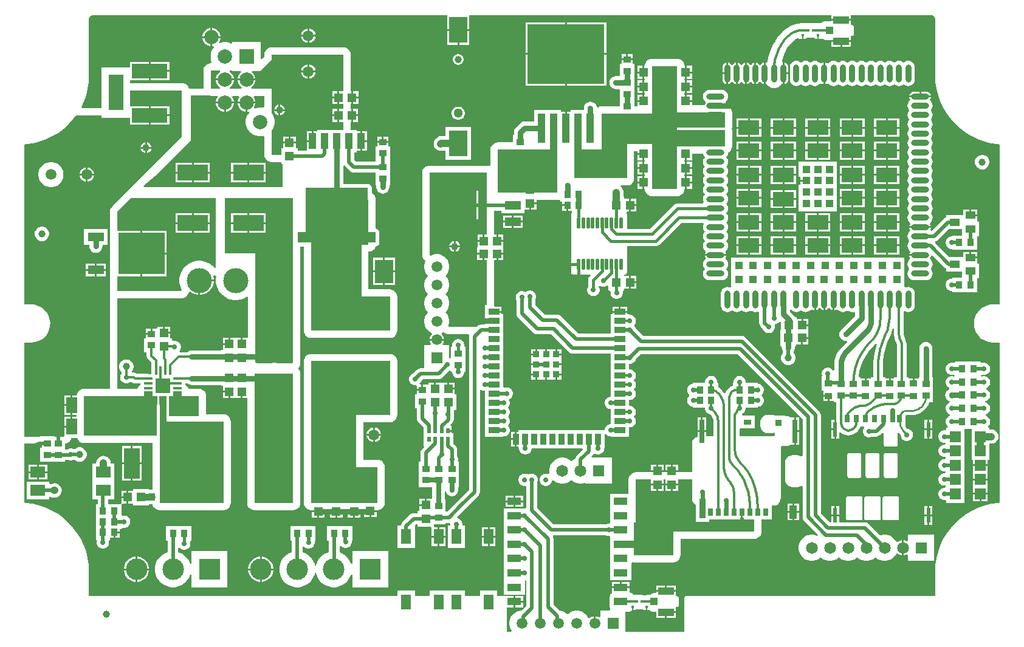
<source format=gtl>
G04*
G04 #@! TF.GenerationSoftware,Altium Limited,Altium Designer,24.5.2 (23)*
G04*
G04 Layer_Physical_Order=1*
G04 Layer_Color=255*
%FSLAX25Y25*%
%MOIN*%
G70*
G04*
G04 #@! TF.SameCoordinates,5317E89D-D782-4FA4-974A-85D733BC1263*
G04*
G04*
G04 #@! TF.FilePolarity,Positive*
G04*
G01*
G75*
%ADD11C,0.00787*%
%ADD16R,0.01575X0.01575*%
%ADD17R,0.01378X0.01575*%
%ADD18R,0.04331X0.03937*%
%ADD19R,0.08661X0.04134*%
%ADD20R,0.04134X0.03071*%
%ADD21R,0.03543X0.03661*%
%ADD22R,0.02756X0.13110*%
%ADD23R,0.03386X0.11024*%
%ADD24R,0.04488X0.07205*%
%ADD25R,0.02756X0.04331*%
%ADD26R,0.04724X0.05118*%
%ADD27C,0.03937*%
%ADD28R,0.05906X0.05906*%
G04:AMPARAMS|DCode=29|XSize=98.43mil|YSize=31.5mil|CornerRadius=15.75mil|HoleSize=0mil|Usage=FLASHONLY|Rotation=90.000|XOffset=0mil|YOffset=0mil|HoleType=Round|Shape=RoundedRectangle|*
%AMROUNDEDRECTD29*
21,1,0.09843,0.00000,0,0,90.0*
21,1,0.06693,0.03150,0,0,90.0*
1,1,0.03150,0.00000,0.03347*
1,1,0.03150,0.00000,-0.03347*
1,1,0.03150,0.00000,-0.03347*
1,1,0.03150,0.00000,0.03347*
%
%ADD29ROUNDEDRECTD29*%
%ADD30R,0.04331X0.04331*%
G04:AMPARAMS|DCode=31|XSize=98.43mil|YSize=31.5mil|CornerRadius=15.75mil|HoleSize=0mil|Usage=FLASHONLY|Rotation=180.000|XOffset=0mil|YOffset=0mil|HoleType=Round|Shape=RoundedRectangle|*
%AMROUNDEDRECTD31*
21,1,0.09843,0.00000,0,0,180.0*
21,1,0.06693,0.03150,0,0,180.0*
1,1,0.03150,-0.03347,0.00000*
1,1,0.03150,0.03347,0.00000*
1,1,0.03150,0.03347,0.00000*
1,1,0.03150,-0.03347,0.00000*
%
%ADD31ROUNDEDRECTD31*%
%ADD32R,0.11811X0.07874*%
%ADD33R,0.04016X0.03701*%
%ADD34R,0.03937X0.03543*%
%ADD35R,0.05118X0.04724*%
%ADD36R,0.10236X0.14173*%
%ADD37R,0.03701X0.04016*%
%ADD38R,0.05512X0.08268*%
%ADD39R,0.05906X0.03543*%
%ADD40R,0.03543X0.05906*%
%ADD41R,0.03543X0.03543*%
%ADD42R,0.01968X0.03150*%
%ADD43R,0.05512X0.03937*%
%ADD44R,0.07677X0.04134*%
%ADD45R,0.04213X0.08504*%
%ADD46R,0.04100X0.15900*%
%ADD47R,0.08661X0.13780*%
%ADD48R,0.08661X0.04724*%
%ADD49R,0.09843X0.12992*%
%ADD50R,0.11417X0.21260*%
%ADD51R,0.05906X0.08661*%
%ADD52R,0.08661X0.05906*%
%ADD53R,0.08268X0.08268*%
%ADD54R,0.04724X0.01181*%
%ADD55R,0.01181X0.04724*%
%ADD56R,0.08661X0.16929*%
%ADD57R,0.08976X0.04724*%
%ADD58R,0.25197X0.22835*%
%ADD59R,0.08268X0.05906*%
G04:AMPARAMS|DCode=60|XSize=59.06mil|YSize=17.72mil|CornerRadius=1.97mil|HoleSize=0mil|Usage=FLASHONLY|Rotation=270.000|XOffset=0mil|YOffset=0mil|HoleType=Round|Shape=RoundedRectangle|*
%AMROUNDEDRECTD60*
21,1,0.05906,0.01378,0,0,270.0*
21,1,0.05512,0.01772,0,0,270.0*
1,1,0.00394,-0.00689,-0.02756*
1,1,0.00394,-0.00689,0.02756*
1,1,0.00394,0.00689,0.02756*
1,1,0.00394,0.00689,-0.02756*
%
%ADD60ROUNDEDRECTD60*%
%ADD61R,0.42300X0.32700*%
%ADD62R,0.21260X0.11417*%
%ADD63R,0.16929X0.08661*%
%ADD64R,0.02284X0.08268*%
%ADD65R,0.02559X0.04449*%
%ADD66R,0.02953X0.04449*%
%ADD134C,0.01968*%
%ADD135C,0.01320*%
%ADD136C,0.01000*%
%ADD137C,0.03150*%
%AMCUSTOMSHAPE138*
4,1,8,-0.21260,-0.15098,-0.21260,-0.09311,-0.17126,-0.09311,-0.17126,0.15098,0.17126,0.15098,0.17126,-0.09311,0.21260,-0.09311,0.21260,-0.15098,-0.21260,-0.15098,0.0*%
%ADD138CUSTOMSHAPE138*%

%ADD139C,0.01575*%
%ADD140C,0.03937*%
%ADD141C,0.02756*%
%ADD142C,0.02362*%
%ADD143C,0.01181*%
%ADD144C,0.03543*%
%ADD145C,0.06496*%
%ADD146R,0.06496X0.06496*%
%ADD147C,0.05906*%
%ADD148R,0.06496X0.06496*%
%ADD149R,0.05906X0.05906*%
%ADD150C,0.05118*%
%ADD151C,0.13780*%
%ADD152R,0.11811X0.11811*%
%ADD153C,0.11811*%
%ADD154R,0.19685X0.07874*%
%ADD155R,0.07874X0.19685*%
%ADD156C,0.07874*%
%ADD157R,0.07874X0.07874*%
%ADD158C,0.02756*%
%ADD159C,0.02000*%
G36*
X177165Y298764D02*
X174981D01*
Y295205D01*
Y291646D01*
X177165D01*
Y288992D01*
X174909D01*
Y285433D01*
Y281874D01*
X177165D01*
Y277567D01*
X162807D01*
Y276598D01*
X160689D01*
Y271346D01*
X160189D01*
Y270846D01*
X157083D01*
Y266094D01*
X156434Y265970D01*
X152165D01*
Y267323D01*
X151197D01*
Y269972D01*
X144079D01*
Y267323D01*
X143110D01*
Y263779D01*
X137795D01*
X137795Y277144D01*
X138474Y278160D01*
X139067Y279593D01*
X139370Y281114D01*
Y282665D01*
X139067Y284187D01*
X138474Y285619D01*
X137795Y286635D01*
Y300197D01*
X126766D01*
X126578Y300897D01*
X127047Y301167D01*
X127966Y302087D01*
X128616Y303212D01*
X128953Y304468D01*
Y304618D01*
X124016D01*
X119079D01*
Y304468D01*
X119415Y303212D01*
X120065Y302087D01*
X120984Y301167D01*
X121453Y300897D01*
X121266Y300197D01*
X114955D01*
X114767Y300897D01*
X115236Y301167D01*
X116155Y302087D01*
X116805Y303212D01*
X117142Y304468D01*
Y304618D01*
X112205D01*
X107268D01*
Y304468D01*
X107604Y303212D01*
X108254Y302087D01*
X109173Y301167D01*
X109642Y300897D01*
X109455Y300197D01*
X104331D01*
Y310039D01*
X109455D01*
X109642Y309339D01*
X109173Y309069D01*
X108254Y308150D01*
X107604Y307024D01*
X107268Y305768D01*
Y305618D01*
X112205D01*
X117142D01*
Y305768D01*
X116805Y307024D01*
X116155Y308150D01*
X115236Y309069D01*
X114767Y309339D01*
X114955Y310039D01*
X116142D01*
Y309842D01*
X120925D01*
X121112Y309142D01*
X120984Y309069D01*
X120065Y308150D01*
X119415Y307024D01*
X119079Y305768D01*
Y305618D01*
X124016D01*
X128953D01*
Y305768D01*
X128616Y307024D01*
X127966Y308150D01*
X127047Y309069D01*
X126919Y309142D01*
X127107Y309842D01*
X131890D01*
Y310039D01*
X137795Y315945D01*
Y318898D01*
X177165D01*
Y298764D01*
D02*
G37*
G36*
X104331Y296226D02*
X108014D01*
X108150Y295898D01*
X108240Y295526D01*
X107604Y294425D01*
X107268Y293170D01*
Y293020D01*
X112205D01*
Y292520D01*
D01*
Y293020D01*
X117142D01*
Y293170D01*
X116805Y294425D01*
X116170Y295526D01*
X116260Y295898D01*
X116395Y296226D01*
X119825D01*
X119961Y295898D01*
X120051Y295526D01*
X119415Y294425D01*
X119079Y293170D01*
Y293020D01*
X124016D01*
X128953D01*
Y293170D01*
X128616Y294425D01*
X127981Y295526D01*
X128070Y295898D01*
X128206Y296226D01*
X133824D01*
Y290169D01*
X133124Y289594D01*
X132272Y289764D01*
X130720D01*
X129199Y289461D01*
X128621Y289222D01*
X128133Y289777D01*
X128616Y290614D01*
X128953Y291870D01*
Y292020D01*
X124516D01*
Y287583D01*
X124666D01*
X125209Y287728D01*
X125571Y287101D01*
X125380Y286909D01*
X124518Y285619D01*
X123925Y284187D01*
X123622Y282665D01*
Y281114D01*
X123925Y279593D01*
X124518Y278160D01*
X125380Y276870D01*
X126477Y275774D01*
X127766Y274912D01*
X129199Y274318D01*
X130720Y274016D01*
X132272D01*
X133124Y274185D01*
X133824Y273611D01*
X133824Y263779D01*
X133960Y262752D01*
X134356Y261794D01*
X134987Y260972D01*
X135810Y260341D01*
X136767Y259944D01*
X137795Y259809D01*
X143110D01*
Y258661D01*
X143701D01*
Y246063D01*
X67760D01*
X67522Y246721D01*
X73819Y251969D01*
X93504Y271654D01*
Y296260D01*
X104073D01*
X104331Y296226D01*
D02*
G37*
G36*
X88583Y273622D02*
X78740Y263779D01*
X57926Y242965D01*
X50376Y235415D01*
X50376Y235415D01*
X49213Y234252D01*
Y232607D01*
Y222063D01*
Y197228D01*
Y189961D01*
Y188976D01*
Y135420D01*
X34902D01*
X33874Y135285D01*
X32916Y134888D01*
X32094Y134257D01*
X31463Y133435D01*
X31066Y132477D01*
X30971Y131759D01*
X28524D01*
Y126428D01*
Y121098D01*
X30931D01*
Y119948D01*
X28524D01*
Y114618D01*
X28024D01*
Y114118D01*
X24071D01*
Y109287D01*
X23385Y109252D01*
X18740D01*
Y109291D01*
X10787D01*
Y109252D01*
X2208D01*
Y160784D01*
X5906D01*
X5906Y160784D01*
Y160784D01*
X5990Y160801D01*
X7543Y160923D01*
X9139Y161307D01*
X10657Y161935D01*
X12057Y162793D01*
X13306Y163860D01*
X14372Y165109D01*
X15230Y166509D01*
X15859Y168026D01*
X16242Y169623D01*
X16371Y171260D01*
X16242Y172897D01*
X15859Y174494D01*
X15230Y176011D01*
X14372Y177411D01*
X13306Y178660D01*
X12057Y179727D01*
X10657Y180585D01*
X9139Y181213D01*
X7543Y181596D01*
X5990Y181719D01*
X5906Y181735D01*
X2196D01*
Y269571D01*
X3240Y269623D01*
X6942Y270172D01*
X10572Y271081D01*
X14095Y272342D01*
X17478Y273942D01*
X20688Y275866D01*
X23694Y278095D01*
X26467Y280608D01*
X28980Y283381D01*
X30502Y285433D01*
X44488D01*
Y284252D01*
X60024D01*
Y280496D01*
X70366D01*
Y285433D01*
Y290370D01*
X60236D01*
Y299213D01*
X88583D01*
Y273622D01*
D02*
G37*
G36*
X39370Y340312D02*
X234039D01*
Y332764D01*
X240157D01*
X246276D01*
Y340312D01*
X444867D01*
Y338341D01*
X455529D01*
Y340312D01*
X499300D01*
X499315Y340312D01*
X500000Y340312D01*
X500657Y340207D01*
X500672Y340204D01*
X501241Y339824D01*
X501622Y339254D01*
X501625Y339239D01*
X501729Y338583D01*
X501741Y338523D01*
X501741Y337883D01*
X501743Y308057D01*
X501756Y307988D01*
X501736Y307571D01*
X501920Y303834D01*
X502469Y300132D01*
X503378Y296502D01*
X504638Y292979D01*
X506238Y289597D01*
X508162Y286387D01*
X510391Y283381D01*
X512904Y280609D01*
X515677Y278096D01*
X518682Y275867D01*
X521892Y273943D01*
X525275Y272343D01*
X528798Y271082D01*
X532428Y270173D01*
X536129Y269624D01*
X537162Y269573D01*
Y181735D01*
X533465D01*
X533465Y181735D01*
Y181735D01*
X533380Y181719D01*
X531827Y181596D01*
X530231Y181213D01*
X528713Y180585D01*
X527313Y179727D01*
X526064Y178660D01*
X524998Y177411D01*
X524140Y176011D01*
X523511Y174494D01*
X523128Y172897D01*
X522999Y171260D01*
X523128Y169623D01*
X523511Y168026D01*
X524140Y166509D01*
X524998Y165109D01*
X526064Y163860D01*
X527313Y162793D01*
X528713Y161935D01*
X530231Y161307D01*
X531827Y160923D01*
X533380Y160801D01*
X533465Y160784D01*
X537162D01*
Y72948D01*
X536130Y72897D01*
X532429Y72348D01*
X528798Y71439D01*
X525275Y70178D01*
X521892Y68578D01*
X518682Y66654D01*
X515676Y64425D01*
X512903Y61912D01*
X510390Y59139D01*
X508161Y56133D01*
X506237Y52923D01*
X504637Y49540D01*
X503376Y46016D01*
X502467Y42386D01*
X501918Y38685D01*
X501734Y34947D01*
X501755Y34530D01*
X501741Y34461D01*
Y21689D01*
X365158D01*
X364767Y21611D01*
X364437Y21390D01*
X364215Y21059D01*
X364138Y20669D01*
Y2208D01*
X331961D01*
Y13236D01*
X333950D01*
X334767Y13343D01*
X335528Y13658D01*
X336034Y14047D01*
X337464D01*
Y14474D01*
X337985D01*
X338379Y14526D01*
X338773Y14474D01*
X340151D01*
X340801Y14560D01*
X341484Y14277D01*
X341590Y14263D01*
Y14047D01*
X345017D01*
X345088Y13954D01*
X345742Y13452D01*
X346503Y13137D01*
X347320Y13029D01*
X348775D01*
Y9757D01*
X353605D01*
Y12823D01*
X354105D01*
Y13323D01*
X359436D01*
Y15641D01*
X360051D01*
X360441Y15719D01*
X360772Y15939D01*
X360993Y16270D01*
X361071Y16660D01*
Y20597D01*
X360993Y20988D01*
X360772Y21318D01*
X360441Y21540D01*
X360051Y21617D01*
X359436D01*
Y23938D01*
X348775D01*
Y23280D01*
X347320D01*
X346503Y23172D01*
X345742Y22857D01*
X345365Y22568D01*
X343476D01*
Y22058D01*
X342301D01*
X341650Y21972D01*
X340968Y22255D01*
X340151Y22362D01*
X338773D01*
X338379Y22310D01*
X337985Y22362D01*
X336486D01*
X336182Y22758D01*
X335528Y23260D01*
X334767Y23575D01*
X334042Y23671D01*
Y26005D01*
X329204D01*
X324365D01*
Y23438D01*
X324365Y23438D01*
X324365D01*
X324126Y22823D01*
X324041Y22758D01*
X323970Y22666D01*
X323397D01*
Y21761D01*
X323224Y21343D01*
X323116Y20526D01*
Y16392D01*
X323224Y15575D01*
X323348Y15275D01*
X323397Y14595D01*
D01*
X323415Y14480D01*
X322820Y13780D01*
X318181D01*
Y10284D01*
X317534Y10016D01*
X317498Y10053D01*
X316597Y10573D01*
X315591Y10842D01*
X315571D01*
Y6890D01*
X314571D01*
Y10842D01*
X314550D01*
X313545Y10573D01*
X312644Y10053D01*
X312172Y9580D01*
X311365Y9697D01*
X311176Y10153D01*
X310422Y11282D01*
X309463Y12241D01*
X308334Y12995D01*
X307081Y13515D01*
X305749Y13780D01*
X304392D01*
X303061Y13515D01*
X301807Y12995D01*
X300679Y12241D01*
X300071Y11633D01*
X299463Y12241D01*
X298334Y12995D01*
X297080Y13515D01*
X295749Y13780D01*
X295550D01*
X292348Y16982D01*
Y52952D01*
X292348Y52952D01*
X292247Y53723D01*
X291999Y54322D01*
X292283Y55023D01*
X321173D01*
X321416Y54882D01*
X322267Y54654D01*
X323148D01*
X323397Y54464D01*
Y46091D01*
Y38217D01*
Y30343D01*
X335011D01*
Y38217D01*
Y39898D01*
X335711Y40352D01*
X336487Y40250D01*
X358141D01*
X359169Y40385D01*
X360126Y40782D01*
X360949Y41413D01*
X361580Y42236D01*
X361977Y43193D01*
X362112Y44221D01*
Y53116D01*
X402559D01*
X403587Y53251D01*
X404544Y53648D01*
X405367Y54279D01*
X405998Y55101D01*
X406395Y56059D01*
X406530Y57087D01*
Y63701D01*
X412028D01*
Y71344D01*
X413091D01*
X414118Y71479D01*
X415076Y71876D01*
X415899Y72507D01*
X416530Y73330D01*
X416926Y74287D01*
X417062Y75315D01*
Y103582D01*
X417588Y104043D01*
X417756Y104021D01*
X419962D01*
X420989Y104156D01*
X421766Y104478D01*
X422445Y104630D01*
Y104630D01*
X422445Y104630D01*
X424323D01*
Y112185D01*
Y119740D01*
X422445D01*
X422445Y119740D01*
X421948Y119947D01*
X421947Y119948D01*
X420989Y120344D01*
X419962Y120480D01*
X419468D01*
Y120709D01*
X413973D01*
X413026Y121101D01*
X411998Y121236D01*
X409823D01*
X408795Y121101D01*
X407837Y120704D01*
X407015Y120073D01*
X406384Y119251D01*
X405987Y118293D01*
X405852Y117265D01*
Y115079D01*
X405987Y114051D01*
X406384Y113093D01*
X407015Y112271D01*
X407837Y111640D01*
X408795Y111243D01*
X409823Y111108D01*
X411998D01*
X413026Y111243D01*
X413203Y111316D01*
X413785Y110927D01*
Y109725D01*
X413259Y109264D01*
X413091Y109286D01*
X394384D01*
Y113262D01*
X394902Y113701D01*
X395083Y113701D01*
X402972D01*
Y120709D01*
X396129D01*
X395665Y121409D01*
X395752Y121615D01*
X395764Y121618D01*
X396527Y122058D01*
X397150Y122681D01*
X397591Y123444D01*
X397819Y124296D01*
Y124961D01*
X404511D01*
Y125591D01*
X404968D01*
X405819Y125819D01*
X406582Y126259D01*
X407205Y126882D01*
X407646Y127645D01*
X407874Y128496D01*
Y129378D01*
X407646Y130229D01*
X407205Y130992D01*
X406746Y131451D01*
X406645Y131890D01*
X406746Y132328D01*
X407205Y132788D01*
X407646Y133551D01*
X407874Y134402D01*
Y135283D01*
X407646Y136134D01*
X407205Y136897D01*
X406582Y137520D01*
X405819Y137961D01*
X404968Y138189D01*
X404511D01*
Y138745D01*
X397819D01*
Y139606D01*
X397591Y140457D01*
X397150Y141220D01*
X396527Y141843D01*
X395764Y142284D01*
X394913Y142512D01*
X394032D01*
X393181Y142284D01*
X392418Y141843D01*
X391795Y141220D01*
X391354Y140457D01*
X391126Y139606D01*
Y138745D01*
X390653D01*
Y137151D01*
X389669Y136743D01*
X389121Y136322D01*
X389121Y136322D01*
X388592Y135916D01*
X388589Y135914D01*
X388591Y135911D01*
X387538Y134627D01*
X386831Y133306D01*
X386516Y133187D01*
X386465Y133180D01*
X386036Y133205D01*
X384922Y134510D01*
X384911Y134499D01*
X384149Y135261D01*
X384158Y135270D01*
X383039Y136189D01*
X382756Y136340D01*
Y138745D01*
X382283D01*
Y139606D01*
X382055Y140457D01*
X381615Y141220D01*
X380992Y141843D01*
X380229Y142284D01*
X379378Y142512D01*
X378496D01*
X377645Y142284D01*
X376882Y141843D01*
X376259Y141220D01*
X375819Y140457D01*
X375591Y139606D01*
Y138745D01*
X368898D01*
Y138192D01*
X368875Y138189D01*
X368654D01*
X368440Y138132D01*
X368221Y138103D01*
X368017Y138018D01*
X367803Y137961D01*
X367611Y137850D01*
X367407Y137766D01*
X367231Y137631D01*
X367040Y137520D01*
X366883Y137364D01*
X366708Y137229D01*
X366573Y137054D01*
X366417Y136897D01*
X366306Y136706D01*
X366171Y136530D01*
X366087Y136326D01*
X365976Y136134D01*
X365919Y135921D01*
X365834Y135716D01*
X365805Y135497D01*
X365748Y135283D01*
Y135062D01*
X365719Y134843D01*
X365748Y134623D01*
Y134402D01*
X365805Y134188D01*
X365834Y133969D01*
X365919Y133765D01*
X365976Y133551D01*
X366087Y133359D01*
X366171Y133155D01*
X366306Y132979D01*
X366417Y132788D01*
X366573Y132631D01*
X366708Y132456D01*
X366781Y132382D01*
X366862Y132320D01*
X366948Y131978D01*
X366937Y131631D01*
X366932Y131605D01*
X366863Y131438D01*
X366417Y130992D01*
X365976Y130229D01*
X365748Y129378D01*
Y128496D01*
X365976Y127645D01*
X366417Y126882D01*
X367040Y126259D01*
X367803Y125819D01*
X368654Y125591D01*
X368898D01*
Y124961D01*
X375591D01*
Y124296D01*
X375819Y123444D01*
X376259Y122681D01*
X376882Y122058D01*
X377645Y121618D01*
X378496Y121390D01*
X378525D01*
X378903Y120929D01*
X379583Y119657D01*
X380002Y118277D01*
X380140Y116877D01*
X380135Y116842D01*
Y109286D01*
X376177D01*
Y111685D01*
X373799D01*
X371421D01*
Y109154D01*
X371393Y109151D01*
X370436Y108754D01*
X369613Y108123D01*
X368982Y107300D01*
X368586Y106343D01*
X368450Y105315D01*
Y89601D01*
X360842D01*
Y89854D01*
X357284D01*
X353724D01*
Y89601D01*
X352969D01*
Y89854D01*
X349409D01*
X345850D01*
Y89601D01*
X337598D01*
X336571Y89466D01*
X335613Y89069D01*
X334790Y88438D01*
X334159Y87615D01*
X333763Y86658D01*
X333627Y85630D01*
Y77784D01*
X323397D01*
Y69713D01*
Y62005D01*
X323148Y61347D01*
X322267D01*
X321416Y61119D01*
X321173Y60979D01*
X292445D01*
X283363Y70061D01*
Y84025D01*
X283503Y84268D01*
X283731Y85119D01*
Y86000D01*
X283503Y86851D01*
X283063Y87615D01*
X282440Y88238D01*
X281677Y88678D01*
X280825Y88906D01*
X279944D01*
X279093Y88678D01*
X278416Y88287D01*
X277740Y88678D01*
X276888Y88906D01*
X276007D01*
X275156Y88678D01*
X274393Y88238D01*
X273770Y87615D01*
X273329Y86851D01*
X273101Y86000D01*
Y85119D01*
X273329Y84268D01*
X273770Y83505D01*
X274393Y82882D01*
X275156Y82441D01*
X276007Y82213D01*
X276888D01*
X277407Y81816D01*
Y69998D01*
X276743Y69910D01*
Y69910D01*
X265129D01*
Y61839D01*
Y53965D01*
Y46091D01*
Y38217D01*
Y30343D01*
Y22469D01*
X276743D01*
Y30354D01*
X276834Y30399D01*
X277534Y29964D01*
Y16333D01*
X276270Y15070D01*
X275775Y15564D01*
Y18131D01*
X271436D01*
Y15564D01*
X275774D01*
X276268Y15068D01*
X274980Y13780D01*
X274392D01*
X273061Y13515D01*
X271807Y12995D01*
X270679Y12241D01*
X269719Y11282D01*
X268965Y10153D01*
X268446Y8899D01*
X268181Y7568D01*
Y6211D01*
X268446Y4880D01*
X268965Y3626D01*
X269445Y2908D01*
X269071Y2208D01*
X266768D01*
Y15564D01*
X270436D01*
Y18631D01*
Y21698D01*
X266097D01*
Y21698D01*
X266021Y21635D01*
X265748Y21689D01*
X261614D01*
Y24606D01*
X252165D01*
Y21689D01*
X243898D01*
Y24606D01*
X234449D01*
Y24606D01*
X234055D01*
Y24606D01*
X224606D01*
Y21689D01*
X216339D01*
Y24606D01*
X206890D01*
Y21689D01*
X37629D01*
Y34461D01*
X37615Y34530D01*
X37636Y34947D01*
X37452Y38685D01*
X36903Y42386D01*
X35994Y46016D01*
X34733Y49540D01*
X33133Y52923D01*
X31209Y56133D01*
X28980Y59139D01*
X26467Y61912D01*
X23694Y64425D01*
X20688Y66654D01*
X17478Y68578D01*
X14095Y70178D01*
X10572Y71439D01*
X6942Y72348D01*
X3240Y72897D01*
X2208Y72948D01*
Y105281D01*
X10787D01*
X11056Y105316D01*
X11260Y105317D01*
X11756Y104824D01*
Y103071D01*
X10787D01*
Y95433D01*
X24646D01*
Y96274D01*
X26332D01*
X27119Y96063D01*
X28000D01*
X28851Y96291D01*
X29094Y96431D01*
X29891D01*
X30063Y96259D01*
X30961Y95741D01*
X31962Y95473D01*
X32999D01*
X34000Y95741D01*
X34898Y96259D01*
X35631Y96992D01*
X36149Y97890D01*
X36417Y98891D01*
Y99928D01*
X36149Y100929D01*
X35631Y101827D01*
X34898Y102560D01*
X34000Y103078D01*
X32999Y103347D01*
X31962D01*
X30961Y103078D01*
X30063Y102560D01*
X29891Y102388D01*
X29094D01*
X28851Y102528D01*
X28000Y102756D01*
X27119D01*
X26267Y102528D01*
X25752Y102230D01*
X24646D01*
Y105389D01*
X24684Y105396D01*
X25099Y105451D01*
X25192Y105490D01*
X25292Y105508D01*
X25670Y105688D01*
X26056Y105848D01*
X26137Y105910D01*
X26228Y105953D01*
X26547Y106224D01*
X26879Y106479D01*
X26941Y106559D01*
X27018Y106625D01*
X27255Y106969D01*
X27510Y107301D01*
X27549Y107395D01*
X27606Y107478D01*
X27746Y107872D01*
X27907Y108259D01*
X27914Y108318D01*
X31182D01*
X31463Y107641D01*
X32094Y106818D01*
X32916Y106187D01*
X33874Y105790D01*
X34902Y105655D01*
X72368D01*
Y79998D01*
X70557D01*
Y80549D01*
X61896D01*
Y79580D01*
X59246D01*
Y76021D01*
Y72462D01*
X61896D01*
Y71494D01*
X70557D01*
Y72045D01*
X72472D01*
X72503Y71807D01*
X72900Y70849D01*
X73531Y70027D01*
X74353Y69396D01*
X75311Y68999D01*
X76339Y68864D01*
X111409D01*
X112437Y68999D01*
X113394Y69396D01*
X114217Y70027D01*
X114848Y70849D01*
X115245Y71807D01*
X115380Y72835D01*
Y117500D01*
X115245Y118528D01*
X114848Y119485D01*
X114217Y120308D01*
X113394Y120939D01*
X112437Y121336D01*
X111409Y121471D01*
X101865D01*
Y131476D01*
X101729Y132504D01*
X101333Y133462D01*
X100702Y134284D01*
X99879Y134915D01*
X98922Y135312D01*
X97894Y135447D01*
X92277D01*
X92080Y135923D01*
X91449Y136745D01*
X90627Y137376D01*
X90610Y137383D01*
Y138443D01*
X91628D01*
X92170Y138027D01*
X93032Y137670D01*
X93957Y137548D01*
X110028D01*
Y137045D01*
X110997D01*
Y134395D01*
X114556D01*
Y133895D01*
X115056D01*
Y130533D01*
X120946D01*
Y133895D01*
X121946D01*
Y130533D01*
X124434D01*
Y72835D01*
X124570Y71807D01*
X124967Y70849D01*
X125598Y70027D01*
X126420Y69396D01*
X127378Y68999D01*
X128405Y68864D01*
X149606D01*
X150634Y68999D01*
X151592Y69396D01*
X152414Y70027D01*
X153045Y70849D01*
X153442Y71807D01*
X153577Y72835D01*
Y143701D01*
X153442Y144729D01*
X153045Y145686D01*
X152414Y146509D01*
Y146798D01*
X153045Y147621D01*
X153442Y148579D01*
X153577Y149606D01*
Y209646D01*
Y213552D01*
X155478D01*
Y167323D01*
X155613Y166295D01*
X156010Y165337D01*
X156641Y164515D01*
X157463Y163884D01*
X158421Y163487D01*
X159449Y163352D01*
X202756D01*
X203784Y163487D01*
X204741Y163884D01*
X205564Y164515D01*
X206195Y165337D01*
X206592Y166295D01*
X206727Y167323D01*
Y186024D01*
X206592Y187051D01*
X206195Y188009D01*
X205564Y188831D01*
X204741Y189463D01*
X203784Y189859D01*
X202756Y189995D01*
X190979D01*
Y210600D01*
X191973Y210731D01*
X192930Y211128D01*
X193753Y211759D01*
X194384Y212581D01*
X194781Y213539D01*
X194782Y213552D01*
X194835D01*
X195603Y213705D01*
X196254Y214140D01*
X196689Y214791D01*
X196842Y215559D01*
Y221346D01*
X196689Y222114D01*
X196254Y222766D01*
X195603Y223201D01*
X194916Y223337D01*
Y239173D01*
X194781Y240201D01*
X194384Y241159D01*
X193753Y241981D01*
X192930Y242612D01*
X192708Y242704D01*
Y245756D01*
X192555Y246524D01*
X192120Y247175D01*
X191469Y247610D01*
X190701Y247763D01*
X177149D01*
Y257757D01*
X177849Y257995D01*
X178162Y257587D01*
X180807Y254941D01*
X180807Y254941D01*
X181424Y254468D01*
X182143Y254170D01*
X182913Y254069D01*
X194843D01*
Y247008D01*
X195245D01*
Y246063D01*
X195367Y245138D01*
X195724Y244276D01*
X196292Y243536D01*
X197032Y242968D01*
X197894Y242611D01*
X198819Y242489D01*
X199744Y242611D01*
X200606Y242968D01*
X201346Y243536D01*
X201914Y244276D01*
X202271Y245138D01*
X202393Y246063D01*
Y247008D01*
X202795D01*
Y253228D01*
Y260787D01*
Y268425D01*
X201827D01*
Y270327D01*
X198819D01*
X195811D01*
Y268425D01*
X194843D01*
Y260026D01*
X184147D01*
X183246Y260927D01*
Y265126D01*
X184343D01*
Y266094D01*
X186461D01*
Y271346D01*
Y276598D01*
X184343D01*
Y277567D01*
X181136D01*
Y281874D01*
X181390D01*
Y285433D01*
Y288992D01*
X181136D01*
Y291646D01*
X181462D01*
Y295205D01*
Y298764D01*
X181136D01*
Y318898D01*
X181001Y319925D01*
X180604Y320883D01*
X179973Y321706D01*
X179151Y322337D01*
X178193Y322733D01*
X177165Y322869D01*
X137795D01*
X136767Y322733D01*
X135810Y322337D01*
X134987Y321706D01*
X134356Y320883D01*
X133960Y319925D01*
X133824Y318898D01*
Y317590D01*
X132536Y316302D01*
X131890Y316570D01*
Y325590D01*
X116142D01*
Y325366D01*
X115442Y324899D01*
X114502Y325288D01*
X112980Y325590D01*
X111429D01*
X109908Y325288D01*
X109329Y325048D01*
X108842Y325604D01*
X109325Y326441D01*
X109661Y327696D01*
Y327846D01*
X105225D01*
Y323409D01*
X105374D01*
X105918Y323555D01*
X106280Y322927D01*
X106089Y322736D01*
X105227Y321446D01*
X104633Y320013D01*
X104331Y318492D01*
Y316941D01*
X104633Y315420D01*
X104976Y314592D01*
X104587Y314010D01*
X104331D01*
X103303Y313875D01*
X102345Y313478D01*
X101523Y312847D01*
X100892Y312025D01*
X100495Y311067D01*
X100360Y310039D01*
Y300231D01*
X93504D01*
X93072Y300174D01*
X92418Y300240D01*
X92022Y301198D01*
X91391Y302021D01*
X90568Y302652D01*
X89610Y303048D01*
X88583Y303184D01*
X60236D01*
Y304906D01*
X70366D01*
Y309842D01*
Y314779D01*
X60024D01*
Y311811D01*
X44488D01*
Y289404D01*
X33816D01*
X33373Y290104D01*
X34733Y292980D01*
X35994Y296503D01*
X36903Y300133D01*
X37452Y303835D01*
X37636Y307573D01*
X37615Y307990D01*
X37629Y308059D01*
Y338523D01*
X37641Y338583D01*
X37641D01*
X37745Y339239D01*
X37748Y339254D01*
X38129Y339824D01*
X38698Y340205D01*
X39304Y340325D01*
X39370Y340312D01*
D02*
G37*
G36*
X107283Y209646D02*
Y201808D01*
X106618Y201592D01*
X106368Y201935D01*
X105163Y203140D01*
X103785Y204142D01*
X102266Y204915D01*
X100645Y205442D01*
X98962Y205709D01*
X97258D01*
X95575Y205442D01*
X93954Y204915D01*
X92436Y204142D01*
X91057Y203140D01*
X89852Y201935D01*
X88850Y200556D01*
X88077Y199038D01*
X87550Y197417D01*
X87283Y195734D01*
Y194030D01*
X87550Y192347D01*
X88077Y190726D01*
X88611Y189676D01*
X88182Y188976D01*
X53184D01*
Y189961D01*
Y197228D01*
X65917D01*
Y209646D01*
Y222063D01*
X53184D01*
Y232607D01*
X60734Y240158D01*
X107283D01*
Y209646D01*
D02*
G37*
G36*
X106412Y197659D02*
X106825Y197626D01*
X106928Y197645D01*
X106933Y197644D01*
X107233Y197375D01*
X107489Y197032D01*
X107283Y195734D01*
Y194030D01*
X107550Y192347D01*
X108077Y190726D01*
X108850Y189207D01*
X109852Y187829D01*
X111057Y186624D01*
X112436Y185622D01*
X113954Y184848D01*
X115575Y184322D01*
X117258Y184055D01*
X118962D01*
X120645Y184322D01*
X122266Y184848D01*
X123785Y185622D01*
X124342Y186027D01*
X124966Y185709D01*
Y163408D01*
X121945D01*
Y160046D01*
X120945D01*
Y163408D01*
X115056D01*
Y160046D01*
X114556D01*
Y159546D01*
X110997D01*
Y156896D01*
X110028D01*
Y156521D01*
X94063D01*
X93957Y156535D01*
X93032Y156413D01*
X92170Y156056D01*
X91500Y155542D01*
X87446D01*
X87156Y156242D01*
X87323Y156410D01*
X87764Y157173D01*
X87992Y158024D01*
Y158905D01*
X87764Y159756D01*
X87323Y160519D01*
X86700Y161142D01*
X85937Y161583D01*
X85086Y161811D01*
X84205D01*
X83968Y161747D01*
X83268Y162285D01*
Y162992D01*
X82299D01*
Y165642D01*
X78740D01*
Y166142D01*
X78240D01*
Y169504D01*
X75181D01*
Y168929D01*
X74858Y168362D01*
X72350D01*
Y165512D01*
X71850D01*
Y165012D01*
X68843D01*
Y163110D01*
X67874D01*
Y155472D01*
X69269D01*
Y153543D01*
X69357Y152875D01*
X69615Y152253D01*
X70025Y151718D01*
X71789Y149954D01*
Y145256D01*
X71811Y145088D01*
Y143583D01*
X70306D01*
X70138Y143605D01*
X63771D01*
X63298Y143968D01*
X62676Y144226D01*
X62008Y144313D01*
X61304D01*
X61014Y145013D01*
X61221Y145220D01*
X61740Y146118D01*
X62008Y147119D01*
Y148156D01*
X61740Y149157D01*
X61221Y150055D01*
X60488Y150788D01*
X59591Y151306D01*
X58589Y151575D01*
X57552D01*
X56551Y151306D01*
X55654Y150788D01*
X54921Y150055D01*
X54402Y149157D01*
X54134Y148156D01*
Y147119D01*
X54402Y146118D01*
X54921Y145220D01*
X55490Y144651D01*
Y143884D01*
X55393Y143787D01*
X54953Y143024D01*
X54724Y142173D01*
Y141292D01*
X54953Y140441D01*
X55393Y139678D01*
X56016Y139054D01*
X56779Y138614D01*
X57630Y138386D01*
X58511D01*
X59363Y138614D01*
X60126Y139054D01*
X60222Y139151D01*
X60953D01*
X61426Y138788D01*
X62049Y138530D01*
X62717Y138443D01*
X65807D01*
Y137383D01*
X65790Y137376D01*
X64968Y136745D01*
X64337Y135923D01*
X64129Y135420D01*
X53184D01*
Y185005D01*
X88182D01*
X88645Y185066D01*
X89109Y185115D01*
X89158Y185134D01*
X89210Y185141D01*
X89641Y185319D01*
X90077Y185487D01*
X90120Y185517D01*
X90168Y185537D01*
X90538Y185822D01*
X90916Y186096D01*
X90949Y186137D01*
X90990Y186169D01*
X91275Y186539D01*
X91568Y186902D01*
X91997Y187602D01*
X92187Y188028D01*
X92388Y188449D01*
X92389Y188455D01*
X92544Y188558D01*
X92727Y188629D01*
X93152Y188706D01*
X94373Y187890D01*
X95809Y187295D01*
X97333Y186992D01*
X97610D01*
Y194882D01*
X98110D01*
Y195382D01*
X106000D01*
Y195659D01*
X105731Y197013D01*
X105736Y197034D01*
X105807Y197207D01*
X105957Y197406D01*
X106256Y197663D01*
X106412Y197659D01*
D02*
G37*
G36*
X190945Y214567D02*
X187008D01*
Y186024D01*
X202756D01*
Y167323D01*
X159449D01*
Y239173D01*
X190945D01*
Y214567D01*
D02*
G37*
G36*
X149606Y209646D02*
Y149606D01*
X128937D01*
Y209646D01*
X112205D01*
Y240158D01*
X149606D01*
Y209646D01*
D02*
G37*
G36*
X88641Y131476D02*
X97894D01*
Y120453D01*
X81457D01*
Y131476D01*
X83917D01*
Y133937D01*
X88641D01*
Y131476D01*
D02*
G37*
G36*
X72500Y131449D02*
X74939D01*
Y109626D01*
X34902D01*
Y131449D01*
X67776D01*
Y133937D01*
X72500D01*
Y131449D01*
D02*
G37*
G36*
X368450Y75315D02*
X368586Y74287D01*
X368982Y73330D01*
X369613Y72507D01*
X370436Y71876D01*
X370453Y71869D01*
Y62323D01*
X377776D01*
Y63701D01*
X394705D01*
Y64669D01*
X395189D01*
Y67835D01*
X396189D01*
Y64669D01*
X396673D01*
Y63701D01*
X402559D01*
Y57087D01*
X358141D01*
Y44221D01*
X336487D01*
Y61938D01*
X337598D01*
Y85630D01*
X345850D01*
Y83374D01*
X349409D01*
X352969D01*
Y85630D01*
X353724D01*
Y83374D01*
X357284D01*
X360842D01*
Y85630D01*
X368450D01*
Y75315D01*
D02*
G37*
G36*
X149606Y72835D02*
X128405D01*
Y143701D01*
X149606D01*
Y72835D01*
D02*
G37*
G36*
X80079Y117500D02*
X111409D01*
Y72835D01*
X76339D01*
Y131476D01*
X80079D01*
Y117500D01*
D02*
G37*
%LPC*%
G36*
X158501Y313492D02*
X158480D01*
Y310039D01*
X161933D01*
Y310060D01*
X161664Y311065D01*
X161143Y311966D01*
X160407Y312702D01*
X159506Y313223D01*
X158501Y313492D01*
D02*
G37*
G36*
X157480D02*
X157460D01*
X156455Y313223D01*
X155553Y312702D01*
X154817Y311966D01*
X154297Y311065D01*
X154028Y310060D01*
Y310039D01*
X157480D01*
Y313492D01*
D02*
G37*
G36*
X161933Y309039D02*
X158480D01*
Y305587D01*
X158501D01*
X159506Y305856D01*
X160407Y306376D01*
X161143Y307112D01*
X161664Y308014D01*
X161933Y309019D01*
Y309039D01*
D02*
G37*
G36*
X157480D02*
X154028D01*
Y309019D01*
X154297Y308014D01*
X154817Y307112D01*
X155553Y306376D01*
X156455Y305856D01*
X157460Y305587D01*
X157480D01*
Y309039D01*
D02*
G37*
G36*
X173981Y298764D02*
X171119D01*
Y295705D01*
X173981D01*
Y298764D01*
D02*
G37*
G36*
Y294705D02*
X171119D01*
Y291646D01*
X173981D01*
Y294705D01*
D02*
G37*
G36*
X142626Y291325D02*
Y288886D01*
X145065D01*
X144892Y289532D01*
X144501Y290209D01*
X143949Y290761D01*
X143272Y291152D01*
X142626Y291325D01*
D02*
G37*
G36*
X141626Y291325D02*
X140980Y291152D01*
X140303Y290761D01*
X139751Y290209D01*
X139360Y289532D01*
X139187Y288886D01*
X141626D01*
Y291325D01*
D02*
G37*
G36*
X173909Y288992D02*
X171047D01*
Y285933D01*
X173909D01*
Y288992D01*
D02*
G37*
G36*
X141626Y287886D02*
X139187D01*
X139360Y287240D01*
X139751Y286563D01*
X140303Y286010D01*
X140980Y285620D01*
X141626Y285447D01*
Y287886D01*
D02*
G37*
G36*
X145065D02*
X142626D01*
Y285447D01*
X143272Y285620D01*
X143949Y286010D01*
X144501Y286563D01*
X144892Y287240D01*
X145065Y287886D01*
D02*
G37*
G36*
X173909Y284933D02*
X171047D01*
Y281874D01*
X173909D01*
Y284933D01*
D02*
G37*
G36*
X159689Y276598D02*
X157083D01*
Y271846D01*
X159689D01*
Y276598D01*
D02*
G37*
G36*
X151197Y273835D02*
X148138D01*
Y270972D01*
X151197D01*
Y273835D01*
D02*
G37*
G36*
X147138D02*
X144079D01*
Y270972D01*
X147138D01*
Y273835D01*
D02*
G37*
G36*
X123516Y292020D02*
X119079D01*
Y291870D01*
X119415Y290614D01*
X120065Y289488D01*
X120984Y288569D01*
X122110Y287919D01*
X123366Y287583D01*
X123516D01*
Y292020D01*
D02*
G37*
G36*
X117142Y292020D02*
X112705D01*
Y287583D01*
X112855D01*
X114110Y287919D01*
X115236Y288569D01*
X116155Y289488D01*
X116805Y290614D01*
X117142Y291870D01*
Y292020D01*
D02*
G37*
G36*
X111705D02*
X107268D01*
Y291870D01*
X107604Y290614D01*
X108254Y289488D01*
X109173Y288569D01*
X110299Y287919D01*
X111555Y287583D01*
X111705D01*
Y292020D01*
D02*
G37*
G36*
X134465Y259268D02*
X125500D01*
Y254437D01*
X134465D01*
Y259268D01*
D02*
G37*
G36*
X124500D02*
X115535D01*
Y254437D01*
X124500D01*
Y259268D01*
D02*
G37*
G36*
X103953D02*
X94988D01*
Y254437D01*
X103953D01*
Y259268D01*
D02*
G37*
G36*
X93988D02*
X85024D01*
Y254437D01*
X93988D01*
Y259268D01*
D02*
G37*
G36*
X134465Y253437D02*
X125500D01*
Y248606D01*
X134465D01*
Y253437D01*
D02*
G37*
G36*
X124500D02*
X115535D01*
Y248606D01*
X124500D01*
Y253437D01*
D02*
G37*
G36*
X103953D02*
X94988D01*
Y248606D01*
X103953D01*
Y253437D01*
D02*
G37*
G36*
X93988D02*
X85024D01*
Y248606D01*
X93988D01*
Y253437D01*
D02*
G37*
G36*
X81709Y290370D02*
X71366D01*
Y285933D01*
X81709D01*
Y290370D01*
D02*
G37*
G36*
Y284933D02*
X71366D01*
Y280496D01*
X81709D01*
Y284933D01*
D02*
G37*
G36*
X69398Y270656D02*
Y268217D01*
X71837D01*
X71664Y268862D01*
X71273Y269539D01*
X70720Y270092D01*
X70043Y270483D01*
X69398Y270656D01*
D02*
G37*
G36*
X68398Y270656D02*
X67752Y270483D01*
X67075Y270092D01*
X66522Y269539D01*
X66131Y268862D01*
X65958Y268217D01*
X68398D01*
Y270656D01*
D02*
G37*
G36*
Y267217D02*
X65958D01*
X66131Y266571D01*
X66522Y265894D01*
X67075Y265341D01*
X67752Y264950D01*
X68398Y264777D01*
Y267217D01*
D02*
G37*
G36*
X71837D02*
X69398D01*
Y264777D01*
X70043Y264950D01*
X70720Y265341D01*
X71273Y265894D01*
X71664Y266571D01*
X71837Y267217D01*
D02*
G37*
G36*
X36938Y256906D02*
X36917D01*
Y253453D01*
X40370D01*
Y253473D01*
X40101Y254479D01*
X39580Y255380D01*
X38844Y256116D01*
X37943Y256636D01*
X36938Y256906D01*
D02*
G37*
G36*
X35917D02*
X35897D01*
X34892Y256636D01*
X33990Y256116D01*
X33254Y255380D01*
X32734Y254479D01*
X32465Y253473D01*
Y253453D01*
X35917D01*
Y256906D01*
D02*
G37*
G36*
X40370Y252453D02*
X36917D01*
Y249000D01*
X36938D01*
X37943Y249269D01*
X38844Y249790D01*
X39580Y250526D01*
X40101Y251427D01*
X40370Y252432D01*
Y252453D01*
D02*
G37*
G36*
X35917D02*
X32465D01*
Y252432D01*
X32734Y251427D01*
X33254Y250526D01*
X33990Y249790D01*
X34892Y249269D01*
X35897Y249000D01*
X35917D01*
Y252453D01*
D02*
G37*
G36*
X17411Y259842D02*
X16054D01*
X14723Y259578D01*
X13469Y259058D01*
X12340Y258304D01*
X11381Y257345D01*
X10627Y256216D01*
X10107Y254962D01*
X9843Y253631D01*
Y252274D01*
X10107Y250943D01*
X10627Y249689D01*
X11381Y248561D01*
X12340Y247601D01*
X13469Y246847D01*
X14723Y246328D01*
X16054Y246063D01*
X17411D01*
X18742Y246328D01*
X19996Y246847D01*
X21124Y247601D01*
X22084Y248561D01*
X22838Y249689D01*
X23357Y250943D01*
X23622Y252274D01*
Y253631D01*
X23357Y254962D01*
X22838Y256216D01*
X22084Y257345D01*
X21124Y258304D01*
X19996Y259058D01*
X18742Y259578D01*
X17411Y259842D01*
D02*
G37*
G36*
X12329Y224409D02*
X11293D01*
X10291Y224141D01*
X9394Y223623D01*
X8661Y222890D01*
X8142Y221992D01*
X7874Y220991D01*
Y219954D01*
X8142Y218953D01*
X8661Y218055D01*
X9394Y217322D01*
X10291Y216804D01*
X11293Y216535D01*
X12329D01*
X13331Y216804D01*
X14228Y217322D01*
X14961Y218055D01*
X15480Y218953D01*
X15748Y219954D01*
Y220991D01*
X15480Y221992D01*
X14961Y222890D01*
X14228Y223623D01*
X13331Y224141D01*
X12329Y224409D01*
D02*
G37*
G36*
X47874Y223031D02*
X34961D01*
Y214370D01*
X37843D01*
Y213661D01*
X37965Y212736D01*
X38322Y211875D01*
X38890Y211134D01*
X39630Y210566D01*
X40492Y210209D01*
X41417Y210088D01*
X42342Y210209D01*
X43204Y210566D01*
X43944Y211134D01*
X44512Y211875D01*
X44869Y212736D01*
X44991Y213661D01*
Y214370D01*
X47874D01*
Y223031D01*
D02*
G37*
G36*
X46905Y203953D02*
X41917D01*
Y201091D01*
X46905D01*
Y203953D01*
D02*
G37*
G36*
X40917D02*
X35929D01*
Y201091D01*
X40917D01*
Y203953D01*
D02*
G37*
G36*
X46905Y200091D02*
X41917D01*
Y197228D01*
X46905D01*
Y200091D01*
D02*
G37*
G36*
X40917D02*
X35929D01*
Y197228D01*
X40917D01*
Y200091D01*
D02*
G37*
G36*
X27524Y131759D02*
X24071D01*
Y126928D01*
X27524D01*
Y131759D01*
D02*
G37*
G36*
Y125928D02*
X24071D01*
Y121098D01*
X27524D01*
Y125928D01*
D02*
G37*
G36*
X27524Y119948D02*
X24071D01*
Y115118D01*
X27524D01*
Y119948D01*
D02*
G37*
G36*
X455529Y337341D02*
X444867D01*
Y337159D01*
X441537D01*
X440720Y337052D01*
X439958Y336736D01*
X439304Y336235D01*
X439071Y335930D01*
X438309Y336031D01*
X436734D01*
X436028Y335938D01*
X435322Y336031D01*
X433944D01*
X433215Y335935D01*
X432874Y335979D01*
X431496D01*
X430821Y335891D01*
X430817D01*
X430738Y335923D01*
X429921Y336031D01*
X428346D01*
X427529Y335923D01*
X427326Y335839D01*
X426651Y335786D01*
X426408Y335734D01*
X426162Y335708D01*
X424381Y335280D01*
X424150Y335192D01*
X423910Y335127D01*
X422218Y334427D01*
X422003Y334303D01*
X421777Y334202D01*
X420215Y333245D01*
X420023Y333089D01*
X419815Y332954D01*
X418422Y331765D01*
X418352Y331686D01*
X418227Y331590D01*
X418173Y331520D01*
X418106Y331463D01*
X416127Y329248D01*
X416027Y329102D01*
X415907Y328972D01*
X414182Y326542D01*
X414099Y326385D01*
X413994Y326242D01*
X412553Y323634D01*
X412488Y323469D01*
X412399Y323315D01*
X411259Y320562D01*
X411213Y320391D01*
X411142Y320228D01*
X410317Y317365D01*
X410290Y317189D01*
X410238Y317020D01*
X409904Y315051D01*
X409877Y315028D01*
X409762Y314856D01*
X409626Y314700D01*
X409278Y314179D01*
X408940Y314319D01*
X408768Y314342D01*
Y312847D01*
X408684Y312427D01*
X408664Y312118D01*
X408624Y311811D01*
Y308465D01*
Y305118D01*
X408664Y304811D01*
X408684Y304502D01*
X408768Y304082D01*
Y302587D01*
X408940Y302610D01*
X409278Y302750D01*
X409626Y302229D01*
X409762Y302073D01*
X409877Y301901D01*
X410033Y301765D01*
X410169Y301609D01*
X410341Y301495D01*
X410497Y301358D01*
X411018Y301010D01*
X411203Y300919D01*
X411375Y300804D01*
X411571Y300737D01*
X411757Y300646D01*
X411960Y300605D01*
X412156Y300539D01*
X412770Y300416D01*
X412977Y300403D01*
X413179Y300363D01*
X413386Y300376D01*
X413592Y300363D01*
X413795Y300403D01*
X414002Y300416D01*
X414616Y300539D01*
X414812Y300605D01*
X415015Y300646D01*
X415201Y300737D01*
X415396Y300804D01*
X415568Y300919D01*
X415754Y301010D01*
X416275Y301358D01*
X416431Y301495D01*
X416603Y301609D01*
X416739Y301765D01*
X416894Y301901D01*
X417009Y302073D01*
X417146Y302229D01*
X417494Y302750D01*
X417832Y302610D01*
X418004Y302587D01*
Y304082D01*
X418087Y304502D01*
X418108Y304811D01*
X418148Y305118D01*
Y308465D01*
Y311811D01*
X418108Y312118D01*
X418087Y312427D01*
X418004Y312847D01*
Y314666D01*
X417685Y314982D01*
X417770Y315482D01*
X418454Y317857D01*
X419400Y320140D01*
X420596Y322303D01*
X422026Y324318D01*
X423672Y326161D01*
X424756Y327050D01*
X425991Y327710D01*
X426647Y327909D01*
X427347Y327543D01*
Y327543D01*
X430921D01*
Y327636D01*
X431448Y328098D01*
X431496Y328091D01*
X432874D01*
X433603Y328187D01*
X433944Y328143D01*
X435322D01*
X435838Y327689D01*
Y327492D01*
X439413D01*
X439413Y327492D01*
X440034Y327301D01*
X440720Y327016D01*
X441537Y326909D01*
X444867D01*
Y326727D01*
X455529D01*
Y329046D01*
X456100D01*
X456101Y329046D01*
X456169D01*
X456559Y329124D01*
X456890Y329345D01*
X457111Y329675D01*
X457188Y330066D01*
Y334003D01*
X457111Y334393D01*
X456890Y334723D01*
X456559Y334945D01*
X456169Y335022D01*
X455529D01*
Y337341D01*
D02*
G37*
G36*
X158501Y333177D02*
X158480D01*
Y329724D01*
X161933D01*
Y329745D01*
X161664Y330750D01*
X161143Y331651D01*
X160407Y332387D01*
X159506Y332908D01*
X158501Y333177D01*
D02*
G37*
G36*
X157480D02*
X157460D01*
X156455Y332908D01*
X155553Y332387D01*
X154817Y331651D01*
X154297Y330750D01*
X154028Y329745D01*
Y329724D01*
X157480D01*
Y333177D01*
D02*
G37*
G36*
X105374Y333283D02*
X105225D01*
Y328846D01*
X109661D01*
Y328996D01*
X109325Y330252D01*
X108675Y331378D01*
X107756Y332297D01*
X106630Y332947D01*
X105374Y333283D01*
D02*
G37*
G36*
X104225D02*
X104074D01*
X102819Y332947D01*
X101693Y332297D01*
X100774Y331378D01*
X100124Y330252D01*
X99787Y328996D01*
Y328846D01*
X104225D01*
Y333283D01*
D02*
G37*
G36*
X161933Y328724D02*
X158480D01*
Y325272D01*
X158501D01*
X159506Y325541D01*
X160407Y326061D01*
X161143Y326797D01*
X161664Y327699D01*
X161933Y328704D01*
Y328724D01*
D02*
G37*
G36*
X157480D02*
X154028D01*
Y328704D01*
X154297Y327699D01*
X154817Y326797D01*
X155553Y326061D01*
X156455Y325541D01*
X157460Y325272D01*
X157480D01*
Y328724D01*
D02*
G37*
G36*
X246276Y331764D02*
X240657D01*
Y324177D01*
X246276D01*
Y331764D01*
D02*
G37*
G36*
X239657D02*
X234039D01*
Y324177D01*
X239657D01*
Y331764D01*
D02*
G37*
G36*
X104225Y327846D02*
X99787D01*
Y327696D01*
X100124Y326441D01*
X100774Y325315D01*
X101693Y324396D01*
X102819Y323746D01*
X104074Y323409D01*
X104225D01*
Y327846D01*
D02*
G37*
G36*
X455529Y325727D02*
X450698D01*
Y323160D01*
X455529D01*
Y325727D01*
D02*
G37*
G36*
X449698D02*
X444867D01*
Y323160D01*
X449698D01*
Y325727D01*
D02*
G37*
G36*
X321363Y336444D02*
X299713D01*
Y319595D01*
X321363D01*
Y336444D01*
D02*
G37*
G36*
X298713D02*
X277063D01*
Y319595D01*
X298713D01*
Y336444D01*
D02*
G37*
G36*
X335685Y318953D02*
X333177D01*
Y316602D01*
X335685D01*
Y318953D01*
D02*
G37*
G36*
X332177D02*
X329669D01*
Y316602D01*
X332177D01*
Y318953D01*
D02*
G37*
G36*
X487008Y315385D02*
X486083Y315263D01*
X485221Y314906D01*
X484996Y314733D01*
X484417Y314338D01*
X483677Y314906D01*
X482815Y315263D01*
X481890Y315385D01*
X480965Y315263D01*
X480103Y314906D01*
X479363Y314338D01*
X478784Y314733D01*
X478559Y314906D01*
X477697Y315263D01*
X476772Y315385D01*
X475847Y315263D01*
X474985Y314906D01*
X474760Y314733D01*
X474181Y314338D01*
X473441Y314906D01*
X472578Y315263D01*
X471654Y315385D01*
X470729Y315263D01*
X469867Y314906D01*
X469127Y314338D01*
X468547Y314733D01*
X468322Y314906D01*
X467460Y315263D01*
X466536Y315385D01*
X465611Y315263D01*
X464748Y314906D01*
X464524Y314733D01*
X463944Y314338D01*
X463204Y314906D01*
X462342Y315263D01*
X461417Y315385D01*
X460492Y315263D01*
X459630Y314906D01*
X458890Y314338D01*
X458311Y314733D01*
X458086Y314906D01*
X457224Y315263D01*
X456299Y315385D01*
X455374Y315263D01*
X454512Y314906D01*
X454287Y314733D01*
X453708Y314338D01*
X452968Y314906D01*
X452106Y315263D01*
X451181Y315385D01*
X450256Y315263D01*
X449394Y314906D01*
X448654Y314338D01*
X448075Y314733D01*
X447850Y314906D01*
X446988Y315263D01*
X446063Y315385D01*
X445138Y315263D01*
X444276Y314906D01*
X443536Y314338D01*
X443334Y314075D01*
X443280Y314033D01*
X442392Y313946D01*
X442243Y314060D01*
X441617Y314319D01*
X441445Y314342D01*
Y308465D01*
Y302587D01*
X441617Y302610D01*
X442243Y302869D01*
X442392Y302983D01*
X443280Y302896D01*
X443334Y302854D01*
X443536Y302591D01*
X444276Y302023D01*
X445138Y301666D01*
X446063Y301544D01*
X446988Y301666D01*
X447850Y302023D01*
X448075Y302196D01*
X448654Y302591D01*
X449394Y302023D01*
X450256Y301666D01*
X451181Y301544D01*
X452106Y301666D01*
X452968Y302023D01*
X453708Y302591D01*
X454287Y302196D01*
X454512Y302023D01*
X455374Y301666D01*
X456299Y301544D01*
X457224Y301666D01*
X458086Y302023D01*
X458311Y302196D01*
X458890Y302591D01*
X459630Y302023D01*
X460492Y301666D01*
X461417Y301544D01*
X462342Y301666D01*
X463204Y302023D01*
X463944Y302591D01*
X464524Y302196D01*
X464748Y302023D01*
X465611Y301666D01*
X466536Y301544D01*
X467460Y301666D01*
X468322Y302023D01*
X468547Y302196D01*
X469127Y302591D01*
X469867Y302023D01*
X470729Y301666D01*
X471654Y301544D01*
X472578Y301666D01*
X473441Y302023D01*
X474181Y302591D01*
X474760Y302196D01*
X474985Y302023D01*
X475847Y301666D01*
X476772Y301544D01*
X477697Y301666D01*
X478559Y302023D01*
X478784Y302196D01*
X479363Y302591D01*
X480103Y302023D01*
X480965Y301666D01*
X481890Y301544D01*
X482815Y301666D01*
X483677Y302023D01*
X484417Y302591D01*
X484996Y302196D01*
X485221Y302023D01*
X486083Y301666D01*
X487008Y301544D01*
X487933Y301666D01*
X488795Y302023D01*
X489535Y302591D01*
X490103Y303331D01*
X490460Y304193D01*
X490582Y305118D01*
Y311811D01*
X490460Y312736D01*
X490103Y313598D01*
X489535Y314338D01*
X488795Y314906D01*
X487933Y315263D01*
X487008Y315385D01*
D02*
G37*
G36*
X435827D02*
X434902Y315263D01*
X434040Y314906D01*
X433815Y314733D01*
X433236Y314338D01*
X432496Y314906D01*
X431634Y315263D01*
X430709Y315385D01*
X429784Y315263D01*
X428922Y314906D01*
X428182Y314338D01*
X427602Y314733D01*
X427378Y314906D01*
X426516Y315263D01*
X425591Y315385D01*
X424666Y315263D01*
X423804Y314906D01*
X423064Y314338D01*
X422496Y313598D01*
X422139Y312736D01*
X422017Y311811D01*
Y305118D01*
X422139Y304193D01*
X422496Y303331D01*
X423064Y302591D01*
X423804Y302023D01*
X424666Y301666D01*
X425591Y301544D01*
X426516Y301666D01*
X427378Y302023D01*
X427602Y302196D01*
X428182Y302591D01*
X428922Y302023D01*
X429784Y301666D01*
X430709Y301544D01*
X431634Y301666D01*
X432496Y302023D01*
X433236Y302591D01*
X433815Y302196D01*
X434040Y302023D01*
X434902Y301666D01*
X435827Y301544D01*
X436752Y301666D01*
X437614Y302023D01*
X438354Y302591D01*
X438556Y302854D01*
X438610Y302896D01*
X439498Y302983D01*
X439646Y302869D01*
X440273Y302610D01*
X440445Y302587D01*
Y308465D01*
Y314342D01*
X440273Y314319D01*
X439646Y314060D01*
X439498Y313946D01*
X438610Y314033D01*
X438556Y314075D01*
X438354Y314338D01*
X437614Y314906D01*
X436752Y315263D01*
X435827Y315385D01*
D02*
G37*
G36*
X397532Y314342D02*
X397359Y314319D01*
X396733Y314060D01*
X396195Y313647D01*
X395872Y313226D01*
X395472Y313160D01*
X395073Y313226D01*
X394750Y313647D01*
X394212Y314060D01*
X393586Y314319D01*
X393413Y314342D01*
Y308465D01*
Y302587D01*
X393586Y302610D01*
X394212Y302869D01*
X394750Y303282D01*
X395073Y303703D01*
X395473Y303769D01*
X395872Y303703D01*
X396195Y303282D01*
X396733Y302869D01*
X397359Y302610D01*
X397532Y302587D01*
Y308465D01*
Y314342D01*
D02*
G37*
G36*
X402650Y314342D02*
X402478Y314319D01*
X401851Y314060D01*
X401313Y313647D01*
X400990Y313226D01*
X400591Y313160D01*
X400191Y313226D01*
X399868Y313647D01*
X399330Y314060D01*
X398704Y314319D01*
X398532Y314342D01*
Y308465D01*
Y302587D01*
X398704Y302610D01*
X399330Y302869D01*
X399868Y303282D01*
X400191Y303703D01*
X400591Y303769D01*
X400990Y303703D01*
X401313Y303282D01*
X401851Y302869D01*
X402478Y302610D01*
X402650Y302587D01*
Y308465D01*
Y314342D01*
D02*
G37*
G36*
X392413Y314342D02*
X392241Y314319D01*
X391615Y314060D01*
X391077Y313647D01*
X390754Y313226D01*
X390354Y313160D01*
X389955Y313226D01*
X389632Y313647D01*
X389094Y314060D01*
X388468Y314319D01*
X388295Y314342D01*
Y308465D01*
Y302587D01*
X388468Y302610D01*
X389094Y302869D01*
X389632Y303282D01*
X389955Y303703D01*
X390354Y303769D01*
X390754Y303703D01*
X391077Y303282D01*
X391615Y302869D01*
X392241Y302610D01*
X392413Y302587D01*
Y308465D01*
Y314342D01*
D02*
G37*
G36*
X240548Y319091D02*
X239767D01*
X239012Y318888D01*
X238335Y318497D01*
X237782Y317945D01*
X237391Y317268D01*
X237189Y316513D01*
Y315731D01*
X237391Y314976D01*
X237782Y314299D01*
X238335Y313747D01*
X239012Y313356D01*
X239767Y313154D01*
X240548D01*
X241303Y313356D01*
X241980Y313747D01*
X242533Y314299D01*
X242924Y314976D01*
X243126Y315731D01*
Y316513D01*
X242924Y317268D01*
X242533Y317945D01*
X241980Y318497D01*
X241303Y318888D01*
X240548Y319091D01*
D02*
G37*
G36*
X81709Y314779D02*
X71366D01*
Y310343D01*
X81709D01*
Y314779D01*
D02*
G37*
G36*
X341232Y312614D02*
X338370D01*
Y309555D01*
X341232D01*
Y312614D01*
D02*
G37*
G36*
X368323Y312614D02*
X365461D01*
Y309555D01*
X368323D01*
Y312614D01*
D02*
G37*
G36*
X419004Y314342D02*
Y308964D01*
X421101D01*
Y311811D01*
X421012Y312483D01*
X420753Y313109D01*
X420340Y313647D01*
X419803Y314060D01*
X419176Y314319D01*
X419004Y314342D01*
D02*
G37*
G36*
X387295Y314342D02*
X387123Y314319D01*
X386497Y314060D01*
X385959Y313647D01*
X385546Y313109D01*
X385287Y312483D01*
X385198Y311811D01*
Y308964D01*
X387295D01*
Y314342D01*
D02*
G37*
G36*
X341232Y308555D02*
X338370D01*
Y305496D01*
X341232D01*
Y308555D01*
D02*
G37*
G36*
X368323Y308555D02*
X365461D01*
Y305496D01*
X368323D01*
Y308555D01*
D02*
G37*
G36*
X81709Y309343D02*
X71366D01*
Y304906D01*
X81709D01*
Y309343D01*
D02*
G37*
G36*
X421101Y307964D02*
X419004D01*
Y302587D01*
X419176Y302610D01*
X419803Y302869D01*
X420340Y303282D01*
X420753Y303820D01*
X421012Y304446D01*
X421101Y305118D01*
Y307964D01*
D02*
G37*
G36*
X403650Y314342D02*
Y308465D01*
Y302587D01*
X403822Y302610D01*
X404448Y302869D01*
X404986Y303282D01*
X405309Y303703D01*
X405709Y303769D01*
X406108Y303703D01*
X406431Y303282D01*
X406969Y302869D01*
X407596Y302610D01*
X407768Y302587D01*
Y308465D01*
Y314342D01*
X407596Y314319D01*
X406969Y314060D01*
X406431Y313647D01*
X406108Y313226D01*
X405709Y313160D01*
X405309Y313226D01*
X404986Y313647D01*
X404448Y314060D01*
X403822Y314319D01*
X403650Y314342D01*
D02*
G37*
G36*
X387295Y307964D02*
X385198D01*
Y305118D01*
X385287Y304446D01*
X385546Y303820D01*
X385959Y303282D01*
X386497Y302869D01*
X387123Y302610D01*
X387295Y302587D01*
Y307964D01*
D02*
G37*
G36*
X321363Y318595D02*
X299713D01*
Y301745D01*
X321363D01*
Y318595D01*
D02*
G37*
G36*
X298713D02*
X277063D01*
Y301745D01*
X298713D01*
Y318595D01*
D02*
G37*
G36*
X341232Y304740D02*
X338370D01*
Y301681D01*
X341232D01*
Y304740D01*
D02*
G37*
G36*
X368323Y304740D02*
X365461D01*
Y301681D01*
X368323D01*
Y304740D01*
D02*
G37*
G36*
X341232Y300681D02*
X338370D01*
Y297622D01*
X341232D01*
Y300681D01*
D02*
G37*
G36*
X368323Y300681D02*
X365461D01*
Y297622D01*
X368323D01*
Y300681D01*
D02*
G37*
G36*
X496850Y298463D02*
X494004D01*
Y296366D01*
X499382D01*
X499359Y296538D01*
X499099Y297165D01*
X498687Y297703D01*
X498149Y298115D01*
X497523Y298375D01*
X496850Y298463D01*
D02*
G37*
G36*
X493004D02*
X490158D01*
X489485Y298375D01*
X488859Y298115D01*
X488321Y297703D01*
X487908Y297165D01*
X487649Y296538D01*
X487626Y296366D01*
X493004D01*
Y298463D01*
D02*
G37*
G36*
X185324Y298764D02*
X182462D01*
Y295705D01*
X185324D01*
Y298764D01*
D02*
G37*
G36*
X341232Y296866D02*
X338370D01*
Y293807D01*
X341232D01*
Y296866D01*
D02*
G37*
G36*
X368323Y296866D02*
X365461D01*
Y293807D01*
X368323D01*
Y296866D01*
D02*
G37*
G36*
X185324Y294705D02*
X182462D01*
Y291646D01*
X185324D01*
Y294705D01*
D02*
G37*
G36*
X360236Y316494D02*
X346457D01*
X345429Y316359D01*
X344471Y315962D01*
X343649Y315331D01*
X343018Y314509D01*
X342621Y313551D01*
X342498Y312614D01*
X342232D01*
Y309055D01*
Y305496D01*
X342486D01*
Y304740D01*
X342232D01*
Y301181D01*
Y297622D01*
X342486D01*
Y296866D01*
X342232D01*
Y293307D01*
X341732D01*
Y292807D01*
X338370D01*
Y290388D01*
X336653D01*
Y293425D01*
Y299646D01*
Y306063D01*
Y313701D01*
X335685D01*
Y315602D01*
X332677D01*
X329669D01*
Y313701D01*
X328701D01*
Y307038D01*
X326611D01*
X325687Y306917D01*
X324825Y306560D01*
X324084Y305992D01*
X323516Y305252D01*
X323159Y304390D01*
X323038Y303465D01*
X323159Y302540D01*
X323516Y301678D01*
X324084Y300937D01*
X324825Y300370D01*
X325687Y300012D01*
X326611Y299891D01*
X328701D01*
Y293425D01*
Y290388D01*
X318898D01*
X317870Y290253D01*
X316912Y289856D01*
X316833Y289796D01*
X316086Y290105D01*
X316051Y290376D01*
X315693Y291238D01*
X315125Y291979D01*
X314385Y292547D01*
X313523Y292904D01*
X312598Y293025D01*
X311673Y292904D01*
X310811Y292547D01*
X310071Y291979D01*
X309503Y291238D01*
X309146Y290376D01*
X309025Y289452D01*
Y288268D01*
X301887D01*
Y287300D01*
X299713D01*
Y278350D01*
X298713D01*
Y287300D01*
X296538D01*
Y288268D01*
X281808D01*
Y282117D01*
X276575D01*
X275650Y281995D01*
X274788Y281638D01*
X274048Y281070D01*
X271705Y278727D01*
X271136Y277987D01*
X270779Y277125D01*
X270658Y276200D01*
Y274646D01*
X270255D01*
Y270703D01*
X261811D01*
X260783Y270568D01*
X259825Y270171D01*
X259003Y269540D01*
X258372Y268718D01*
X257975Y267760D01*
X257840Y266732D01*
Y258027D01*
X257258Y257638D01*
X256933Y257773D01*
X255906Y257908D01*
X224410D01*
X223382Y257773D01*
X222424Y257376D01*
X221602Y256745D01*
X220971Y255923D01*
X220574Y254965D01*
X220439Y253937D01*
Y216535D01*
Y208800D01*
X220447Y208735D01*
X220441Y208670D01*
X220515Y208222D01*
X220574Y207772D01*
X220599Y207712D01*
X220609Y207647D01*
X220797Y207234D01*
X220971Y206814D01*
X221010Y206762D01*
X221037Y206703D01*
X221325Y206352D01*
X221602Y205992D01*
X221653Y205952D01*
X221695Y205901D01*
X222064Y205637D01*
X222189Y205541D01*
X221722Y204411D01*
X221457Y203080D01*
Y201723D01*
X221722Y200392D01*
X222241Y199138D01*
X222995Y198010D01*
X223603Y197402D01*
X222995Y196793D01*
X222241Y195665D01*
X221722Y194411D01*
X221457Y193080D01*
Y191723D01*
X221722Y190392D01*
X222241Y189138D01*
X222995Y188010D01*
X223603Y187402D01*
X222995Y186793D01*
X222241Y185665D01*
X221722Y184411D01*
X221457Y183080D01*
Y181723D01*
X221722Y180392D01*
X222241Y179138D01*
X222995Y178010D01*
X223603Y177402D01*
X222995Y176794D01*
X222241Y175665D01*
X221722Y174411D01*
X221457Y173080D01*
Y171723D01*
X221722Y170392D01*
X222241Y169138D01*
X222995Y168010D01*
X223955Y167050D01*
X225083Y166296D01*
X225539Y166107D01*
X225656Y165301D01*
X225184Y164829D01*
X224663Y163927D01*
X224394Y162922D01*
Y162901D01*
X228346D01*
X232299D01*
Y162922D01*
X232030Y163927D01*
X231509Y164829D01*
X231037Y165301D01*
X231154Y166107D01*
X231610Y166296D01*
X232186Y166681D01*
X232338Y166483D01*
X232441Y166404D01*
X232527Y166306D01*
X232851Y166089D01*
X233160Y165852D01*
X233281Y165802D01*
X233389Y165730D01*
X233758Y165605D01*
X234118Y165456D01*
X234247Y165439D01*
X234371Y165397D01*
X234760Y165371D01*
X235146Y165320D01*
X245767D01*
X246074Y164862D01*
X246129Y164620D01*
X246038Y163926D01*
Y115157D01*
Y79974D01*
X239528Y73464D01*
X239528Y73464D01*
X234007Y67943D01*
X233307Y68172D01*
Y74843D01*
X232706D01*
Y78934D01*
X233393Y79037D01*
X233730Y78223D01*
X233970Y77910D01*
X234037Y77794D01*
X234132Y77700D01*
X234267Y77524D01*
X234329Y77462D01*
X234504Y77328D01*
X234660Y77171D01*
X234852Y77061D01*
X235028Y76926D01*
X235232Y76841D01*
X235423Y76731D01*
X235637Y76673D01*
X235842Y76589D01*
X236061Y76560D01*
X236275Y76503D01*
X236496D01*
X236715Y76474D01*
X236934Y76503D01*
X237156D01*
X237369Y76560D01*
X237589Y76589D01*
X237793Y76673D01*
X238007Y76731D01*
X238198Y76841D01*
X238403Y76926D01*
X238578Y77061D01*
X238770Y77171D01*
X238926Y77328D01*
X239102Y77462D01*
X239237Y77638D01*
X239393Y77794D01*
X239504Y77986D01*
X239638Y78161D01*
X239723Y78366D01*
X239834Y78557D01*
X239891Y78771D01*
X239976Y78975D01*
X240004Y79195D01*
X240062Y79409D01*
Y79630D01*
X240090Y79849D01*
X240062Y80068D01*
Y80290D01*
X240029Y80412D01*
Y81457D01*
X240630D01*
Y87677D01*
Y95315D01*
X240468D01*
X239931Y96015D01*
X240000Y96272D01*
Y97153D01*
X239772Y98004D01*
X239632Y98247D01*
Y101929D01*
X239632Y101929D01*
X239530Y102700D01*
X239233Y103418D01*
X238759Y104035D01*
X238759Y104035D01*
X237620Y105174D01*
Y107677D01*
X237595Y107870D01*
Y111220D01*
X236626D01*
Y111901D01*
X234642D01*
Y112901D01*
X236626D01*
Y114976D01*
X236244D01*
X235976Y115623D01*
X236791Y116437D01*
X236791Y116437D01*
X237264Y117054D01*
X237562Y117772D01*
X237663Y118543D01*
Y119841D01*
X237756Y120001D01*
X237984Y120852D01*
Y121733D01*
X237756Y122584D01*
X237663Y122745D01*
Y123622D01*
X239212D01*
Y132283D01*
X238244D01*
Y134933D01*
X234685D01*
Y135433D01*
X234185D01*
Y138795D01*
X231126D01*
Y138795D01*
X230921D01*
Y138795D01*
X227862D01*
Y135433D01*
X226862D01*
Y138795D01*
X223803D01*
Y138220D01*
X223480Y137654D01*
X220972D01*
Y134803D01*
X220473D01*
Y134303D01*
X217465D01*
Y132402D01*
X216496D01*
Y124764D01*
X217494D01*
Y119095D01*
X217596Y118324D01*
X217893Y117605D01*
X218367Y116989D01*
X221034Y114321D01*
Y112401D01*
X221059Y112207D01*
Y108858D01*
Y104133D01*
X221059D01*
X221326Y103490D01*
X220335Y102500D01*
X219862Y101883D01*
X219564Y101164D01*
X219463Y100394D01*
Y95315D01*
X218465D01*
Y87677D01*
Y81457D01*
X225955D01*
Y79724D01*
Y75016D01*
X222941D01*
Y71653D01*
X222441D01*
Y71153D01*
X218882D01*
Y68504D01*
X217913D01*
Y67151D01*
X215748D01*
X214977Y67050D01*
X214259Y66752D01*
X213642Y66279D01*
X209508Y62145D01*
X209035Y61528D01*
X208737Y60810D01*
X208688Y60433D01*
X206890D01*
Y48228D01*
X216339D01*
Y60433D01*
X216339Y60433D01*
X216339D01*
X216735Y60948D01*
X216982Y61195D01*
X217913D01*
Y59842D01*
X225031D01*
X225575Y59465D01*
X225575Y59143D01*
Y54831D01*
X228831D01*
Y59465D01*
X227512D01*
X226969Y59842D01*
X226969Y60165D01*
Y60984D01*
X233307D01*
Y61825D01*
X235079D01*
X235203Y61841D01*
X235396Y61725D01*
X235827Y61217D01*
Y60583D01*
X235712Y60433D01*
X234449D01*
Y48228D01*
X243898D01*
Y60433D01*
X242635D01*
X242520Y60583D01*
Y61464D01*
X242292Y62315D01*
X241851Y63078D01*
X241228Y63701D01*
X240465Y64142D01*
X239798Y64321D01*
X239494Y65007D01*
X243740Y69252D01*
X243740Y69252D01*
X251122Y76634D01*
X251595Y77251D01*
X251892Y77969D01*
X251994Y78740D01*
X251994Y78740D01*
Y115157D01*
Y134882D01*
X252694Y135172D01*
X252867Y134999D01*
X253630Y134559D01*
X254481Y134331D01*
X254921D01*
Y128937D01*
X254921D01*
Y126417D01*
X254921D01*
Y118937D01*
Y113937D01*
Y108937D01*
X264764D01*
Y109331D01*
X265555D01*
X266406Y109559D01*
X267169Y109999D01*
X267792Y110622D01*
X268233Y111386D01*
X268461Y112237D01*
Y113118D01*
X268233Y113969D01*
X267792Y114732D01*
X267347Y115177D01*
X267792Y115622D01*
X268233Y116385D01*
X268461Y117237D01*
Y118118D01*
X268233Y118969D01*
X267792Y119732D01*
X267383Y120141D01*
X267792Y120551D01*
X268233Y121314D01*
X268461Y122165D01*
Y123046D01*
X268233Y123897D01*
X267792Y124660D01*
X267311Y125141D01*
X267792Y125622D01*
X268233Y126385D01*
X268461Y127237D01*
Y128118D01*
X268233Y128969D01*
X267921Y129508D01*
X268024Y129756D01*
X268787Y130196D01*
X269410Y130819D01*
X269851Y131582D01*
X270079Y132433D01*
Y133315D01*
X269851Y134166D01*
X269410Y134929D01*
X268787Y135552D01*
X268024Y135992D01*
X267173Y136221D01*
X266292D01*
X265441Y135992D01*
X264764Y136410D01*
Y138937D01*
Y143937D01*
Y148937D01*
Y153937D01*
Y158937D01*
Y163937D01*
X264764D01*
Y171417D01*
X264764D01*
Y176417D01*
X263795D01*
Y177177D01*
X259842D01*
Y178177D01*
X263795D01*
Y180449D01*
X260333D01*
X260070Y180700D01*
X259797Y181149D01*
X259852Y181650D01*
X259848Y181869D01*
X259876Y182087D01*
Y206019D01*
X260992D01*
Y209578D01*
X261492D01*
Y210078D01*
X264855D01*
Y212948D01*
X264976D01*
Y216007D01*
X261614D01*
Y216507D01*
X261114D01*
Y220066D01*
X259876D01*
Y233242D01*
X263779D01*
Y231890D01*
X276378D01*
Y233842D01*
X279028D01*
Y237205D01*
X279528D01*
Y237705D01*
X283087D01*
Y239139D01*
X294617D01*
X295558Y239263D01*
X295825Y239188D01*
X296258Y238899D01*
Y238082D01*
X297227D01*
Y236721D01*
X300077D01*
Y236221D01*
X300577D01*
Y233213D01*
X302479D01*
Y232244D01*
X302208Y231689D01*
X302130Y231299D01*
Y199268D01*
X302208Y198878D01*
X302429Y198547D01*
X302759Y198327D01*
X303150Y198249D01*
X312498D01*
X312766Y197602D01*
X312345Y197182D01*
X311904Y196606D01*
X311626Y195936D01*
X311531Y195216D01*
Y191505D01*
X311192Y190918D01*
X310964Y190067D01*
Y189186D01*
X311192Y188335D01*
X311633Y187572D01*
X312256Y186948D01*
X313019Y186508D01*
X313870Y186280D01*
X314751D01*
X315602Y186508D01*
X316366Y186948D01*
X316989Y187572D01*
X317429Y188335D01*
X317657Y189186D01*
Y190067D01*
X317429Y190918D01*
X317206Y191304D01*
X317314Y191728D01*
X317418Y191824D01*
X318058Y192071D01*
X318590Y191763D01*
X319441Y191535D01*
X320322D01*
X321174Y191763D01*
X321937Y192204D01*
X321938Y192205D01*
X322638Y191915D01*
Y189370D01*
X323308D01*
X323735Y188815D01*
X323676Y188597D01*
Y187716D01*
X323904Y186864D01*
X324345Y186101D01*
X324968Y185478D01*
X325731Y185038D01*
X326582Y184810D01*
X327463D01*
X328314Y185038D01*
X329078Y185478D01*
X329700Y186101D01*
X330141Y186864D01*
X330369Y187716D01*
Y188597D01*
X330311Y188815D01*
X330737Y189370D01*
X331299D01*
Y190339D01*
X333949D01*
Y193898D01*
Y197457D01*
X331299D01*
Y198249D01*
X331693D01*
X332083Y198327D01*
X332414Y198547D01*
X332635Y198878D01*
X332713Y199268D01*
Y213756D01*
X348425D01*
X349145Y213850D01*
X349815Y214128D01*
X350391Y214570D01*
X362372Y226551D01*
X374495D01*
X374796Y225851D01*
X374501Y225138D01*
X374379Y224213D01*
X374501Y223288D01*
X374858Y222426D01*
X375030Y222201D01*
X375426Y221622D01*
X374858Y220881D01*
X374501Y220020D01*
X374379Y219094D01*
X374501Y218169D01*
X374858Y217307D01*
X375426Y216567D01*
Y216504D01*
X374858Y215763D01*
X374501Y214901D01*
X374379Y213976D01*
X374501Y213051D01*
X374858Y212189D01*
X375426Y211449D01*
X375689Y211247D01*
X375730Y211193D01*
X375817Y210305D01*
X375704Y210157D01*
X375444Y209530D01*
X375422Y209358D01*
X381299D01*
X387177D01*
X387154Y209530D01*
X386895Y210157D01*
X386781Y210305D01*
X386868Y211193D01*
X386910Y211247D01*
X387173Y211449D01*
X387741Y212189D01*
X388098Y213051D01*
X388220Y213976D01*
X388098Y214901D01*
X387741Y215763D01*
X387173Y216504D01*
Y216567D01*
X387741Y217307D01*
X388098Y218169D01*
X388220Y219094D01*
X388098Y220020D01*
X387741Y220881D01*
X387173Y221622D01*
X387568Y222201D01*
X387741Y222426D01*
X388098Y223288D01*
X388220Y224213D01*
X388098Y225138D01*
X387741Y225999D01*
X387568Y226225D01*
X387173Y226804D01*
X387741Y227544D01*
X388098Y228406D01*
X388220Y229331D01*
X388098Y230256D01*
X387741Y231118D01*
X387173Y231858D01*
X387568Y232437D01*
X387741Y232662D01*
X388098Y233524D01*
X388220Y234449D01*
X388098Y235374D01*
X387741Y236236D01*
X387568Y236461D01*
X387173Y237040D01*
X387741Y237780D01*
X388098Y238642D01*
X388220Y239567D01*
X388098Y240492D01*
X387741Y241354D01*
X387173Y242094D01*
X387568Y242673D01*
X387741Y242898D01*
X388098Y243760D01*
X388220Y244685D01*
X388098Y245610D01*
X387741Y246472D01*
X387568Y246697D01*
X387173Y247276D01*
X387741Y248016D01*
X388098Y248878D01*
X388220Y249803D01*
X388098Y250728D01*
X387741Y251590D01*
X387173Y252330D01*
X387568Y252909D01*
X387741Y253134D01*
X388098Y253996D01*
X388220Y254921D01*
X388098Y255846D01*
X387741Y256708D01*
X387568Y256933D01*
X387173Y257512D01*
X387741Y258252D01*
X388098Y259114D01*
X388220Y260039D01*
X388098Y260964D01*
X387741Y261826D01*
X387173Y262566D01*
X387568Y263145D01*
X387741Y263370D01*
X388098Y264232D01*
X388196Y264979D01*
X388403Y265065D01*
X389225Y265696D01*
X389856Y266518D01*
X390253Y267476D01*
X390388Y268504D01*
Y277298D01*
X390292Y278031D01*
X390388Y278765D01*
Y287205D01*
X390253Y288232D01*
X389856Y289190D01*
X389225Y290013D01*
X388403Y290644D01*
X387445Y291040D01*
X387200Y291073D01*
X387154Y291420D01*
X386895Y292046D01*
X386781Y292195D01*
X386868Y293083D01*
X386910Y293137D01*
X387173Y293339D01*
X387741Y294079D01*
X388098Y294941D01*
X388220Y295866D01*
X388098Y296791D01*
X387741Y297653D01*
X387173Y298393D01*
X386433Y298961D01*
X385571Y299318D01*
X384646Y299440D01*
X377953D01*
X377028Y299318D01*
X376166Y298961D01*
X375426Y298393D01*
X374858Y297653D01*
X374501Y296791D01*
X374379Y295866D01*
X374501Y294941D01*
X374858Y294079D01*
X375426Y293339D01*
X375689Y293137D01*
X375730Y293083D01*
X375817Y292195D01*
X375704Y292046D01*
X375444Y291420D01*
X375412Y291176D01*
X368323D01*
Y292807D01*
X364961D01*
Y293307D01*
X364461D01*
Y296866D01*
X364207D01*
Y297622D01*
X364461D01*
Y301181D01*
Y304740D01*
X364207D01*
Y305496D01*
X364461D01*
Y309055D01*
Y312614D01*
X364195D01*
X364072Y313551D01*
X363675Y314509D01*
X363044Y315331D01*
X362222Y315962D01*
X361264Y316359D01*
X360236Y316494D01*
D02*
G37*
G36*
X185252Y288992D02*
X182390D01*
Y285933D01*
X185252D01*
Y288992D01*
D02*
G37*
G36*
X240626Y290193D02*
X239689D01*
X238784Y289950D01*
X237972Y289482D01*
X237310Y288819D01*
X236841Y288008D01*
X236598Y287102D01*
Y286165D01*
X236841Y285260D01*
X237310Y284449D01*
X237972Y283786D01*
X238784Y283317D01*
X239689Y283075D01*
X240626D01*
X241531Y283317D01*
X242343Y283786D01*
X243005Y284449D01*
X243474Y285260D01*
X243717Y286165D01*
Y287102D01*
X243474Y288008D01*
X243005Y288819D01*
X242343Y289482D01*
X241531Y289950D01*
X240626Y290193D01*
D02*
G37*
G36*
X185252Y284933D02*
X182390D01*
Y281874D01*
X185252D01*
Y284933D01*
D02*
G37*
G36*
X482102Y283677D02*
X475697D01*
Y279240D01*
X482102D01*
Y283677D01*
D02*
G37*
G36*
X425410D02*
X419004D01*
Y279240D01*
X425410D01*
Y283677D01*
D02*
G37*
G36*
X444307D02*
X437902D01*
Y279240D01*
X444307D01*
Y283677D01*
D02*
G37*
G36*
X463205D02*
X456799D01*
Y279240D01*
X463205D01*
Y283677D01*
D02*
G37*
G36*
X406512D02*
X400106D01*
Y279240D01*
X406512D01*
Y283677D01*
D02*
G37*
G36*
X399106D02*
X392701D01*
Y279240D01*
X399106D01*
Y283677D01*
D02*
G37*
G36*
X455799D02*
X449394D01*
Y279240D01*
X455799D01*
Y283677D01*
D02*
G37*
G36*
X436902D02*
X430496D01*
Y279240D01*
X436902D01*
Y283677D01*
D02*
G37*
G36*
X418004D02*
X411598D01*
Y279240D01*
X418004D01*
Y283677D01*
D02*
G37*
G36*
X474697D02*
X468291D01*
Y279240D01*
X474697D01*
Y283677D01*
D02*
G37*
G36*
X482102Y278240D02*
X475697D01*
Y273803D01*
X482102D01*
Y278240D01*
D02*
G37*
G36*
X474697D02*
X468291D01*
Y273803D01*
X474697D01*
Y278240D01*
D02*
G37*
G36*
X463205D02*
X456799D01*
Y273803D01*
X463205D01*
Y278240D01*
D02*
G37*
G36*
X455799D02*
X449394D01*
Y273803D01*
X455799D01*
Y278240D01*
D02*
G37*
G36*
X444307D02*
X437902D01*
Y273803D01*
X444307D01*
Y278240D01*
D02*
G37*
G36*
X436902D02*
X430496D01*
Y273803D01*
X436902D01*
Y278240D01*
D02*
G37*
G36*
X425410D02*
X419004D01*
Y273803D01*
X425410D01*
Y278240D01*
D02*
G37*
G36*
X418004D02*
X411598D01*
Y273803D01*
X418004D01*
Y278240D01*
D02*
G37*
G36*
X406512D02*
X400106D01*
Y273803D01*
X406512D01*
Y278240D01*
D02*
G37*
G36*
X399106D02*
X392701D01*
Y273803D01*
X399106D01*
Y278240D01*
D02*
G37*
G36*
X190067Y276598D02*
X187461D01*
Y271846D01*
X190067D01*
Y276598D01*
D02*
G37*
G36*
X201827Y273677D02*
X199319D01*
Y271327D01*
X201827D01*
Y273677D01*
D02*
G37*
G36*
X198319D02*
X195811D01*
Y271327D01*
X198319D01*
Y273677D01*
D02*
G37*
G36*
X482102Y271079D02*
X475697D01*
Y266642D01*
X482102D01*
Y271079D01*
D02*
G37*
G36*
X425410D02*
X419004D01*
Y266642D01*
X425410D01*
Y271079D01*
D02*
G37*
G36*
X444307D02*
X437902D01*
Y266642D01*
X444307D01*
Y271079D01*
D02*
G37*
G36*
X463205D02*
X456799D01*
Y266642D01*
X463205D01*
Y271079D01*
D02*
G37*
G36*
X406512D02*
X400106D01*
Y266642D01*
X406512D01*
Y271079D01*
D02*
G37*
G36*
X399106D02*
X392701D01*
Y266642D01*
X399106D01*
Y271079D01*
D02*
G37*
G36*
X455799D02*
X449394D01*
Y266642D01*
X455799D01*
Y271079D01*
D02*
G37*
G36*
X436902D02*
X430496D01*
Y266642D01*
X436902D01*
Y271079D01*
D02*
G37*
G36*
X418004D02*
X411598D01*
Y266642D01*
X418004D01*
Y271079D01*
D02*
G37*
G36*
X474697D02*
X468291D01*
Y266642D01*
X474697D01*
Y271079D01*
D02*
G37*
G36*
X190067Y270846D02*
X187461D01*
Y266094D01*
X190067D01*
Y270846D01*
D02*
G37*
G36*
X482102Y265642D02*
X475697D01*
Y261205D01*
X482102D01*
Y265642D01*
D02*
G37*
G36*
X474697D02*
X468291D01*
Y261205D01*
X474697D01*
Y265642D01*
D02*
G37*
G36*
X463205D02*
X456799D01*
Y261205D01*
X463205D01*
Y265642D01*
D02*
G37*
G36*
X455799D02*
X449394D01*
Y261205D01*
X455799D01*
Y265642D01*
D02*
G37*
G36*
X444307D02*
X437902D01*
Y261205D01*
X444307D01*
Y265642D01*
D02*
G37*
G36*
X436902D02*
X430496D01*
Y261205D01*
X436902D01*
Y265642D01*
D02*
G37*
G36*
X425410D02*
X419004D01*
Y261205D01*
X425410D01*
Y265642D01*
D02*
G37*
G36*
X418004D02*
X411598D01*
Y261205D01*
X418004D01*
Y265642D01*
D02*
G37*
G36*
X406512D02*
X400106D01*
Y261205D01*
X406512D01*
Y265642D01*
D02*
G37*
G36*
X399106D02*
X392701D01*
Y261205D01*
X399106D01*
Y265642D01*
D02*
G37*
G36*
X247244Y279153D02*
X233071D01*
Y274069D01*
X230852D01*
X229824Y273934D01*
X228867Y273537D01*
X228044Y272906D01*
X227842Y272704D01*
X227211Y271881D01*
X226814Y270924D01*
X226679Y269896D01*
X226814Y268868D01*
X227211Y267910D01*
X227842Y267088D01*
X228664Y266457D01*
X229622Y266060D01*
X230650Y265925D01*
X231677Y266060D01*
X231840Y266127D01*
X233071D01*
Y261043D01*
X247244D01*
Y279153D01*
D02*
G37*
G36*
X528077Y263779D02*
X527041D01*
X526039Y263511D01*
X525142Y262993D01*
X524409Y262260D01*
X523890Y261362D01*
X523622Y260361D01*
Y259324D01*
X523890Y258323D01*
X524409Y257425D01*
X525142Y256692D01*
X526039Y256174D01*
X527041Y255906D01*
X528077D01*
X529079Y256174D01*
X529976Y256692D01*
X530709Y257425D01*
X531228Y258323D01*
X531496Y259324D01*
Y260361D01*
X531228Y261362D01*
X530709Y262260D01*
X529976Y262993D01*
X529079Y263511D01*
X528077Y263779D01*
D02*
G37*
G36*
X482102Y257693D02*
X475697D01*
Y253256D01*
X482102D01*
Y257693D01*
D02*
G37*
G36*
X425410D02*
X419004D01*
Y253256D01*
X425410D01*
Y257693D01*
D02*
G37*
G36*
X463205D02*
X456799D01*
Y253256D01*
X463205D01*
Y257693D01*
D02*
G37*
G36*
X406512D02*
X400106D01*
Y253256D01*
X406512D01*
Y257693D01*
D02*
G37*
G36*
X399106D02*
X392701D01*
Y253256D01*
X399106D01*
Y257693D01*
D02*
G37*
G36*
X455799D02*
X449394D01*
Y253256D01*
X455799D01*
Y257693D01*
D02*
G37*
G36*
X418004D02*
X411598D01*
Y253256D01*
X418004D01*
Y257693D01*
D02*
G37*
G36*
X474697D02*
X468291D01*
Y253256D01*
X474697D01*
Y257693D01*
D02*
G37*
G36*
X482102Y252256D02*
X475697D01*
Y247819D01*
X482102D01*
Y252256D01*
D02*
G37*
G36*
X474697D02*
X468291D01*
Y247819D01*
X474697D01*
Y252256D01*
D02*
G37*
G36*
X463205D02*
X456799D01*
Y247819D01*
X463205D01*
Y252256D01*
D02*
G37*
G36*
X455799D02*
X449394D01*
Y247819D01*
X455799D01*
Y252256D01*
D02*
G37*
G36*
X425410D02*
X419004D01*
Y247819D01*
X425410D01*
Y252256D01*
D02*
G37*
G36*
X418004D02*
X411598D01*
Y247819D01*
X418004D01*
Y252256D01*
D02*
G37*
G36*
X406512D02*
X400106D01*
Y247819D01*
X406512D01*
Y252256D01*
D02*
G37*
G36*
X399106D02*
X392701D01*
Y247819D01*
X399106D01*
Y252256D01*
D02*
G37*
G36*
X482102Y245094D02*
X475697D01*
Y240657D01*
X482102D01*
Y245094D01*
D02*
G37*
G36*
X463205D02*
X456799D01*
Y240657D01*
X463205D01*
Y245094D01*
D02*
G37*
G36*
X406512D02*
X400106D01*
Y240657D01*
X406512D01*
Y245094D01*
D02*
G37*
G36*
X399106D02*
X392701D01*
Y240657D01*
X399106D01*
Y245094D01*
D02*
G37*
G36*
X455799D02*
X449394D01*
Y240657D01*
X455799D01*
Y245094D01*
D02*
G37*
G36*
X474697D02*
X468291D01*
Y240657D01*
X474697D01*
Y245094D01*
D02*
G37*
G36*
X425410Y244504D02*
X419004D01*
Y240067D01*
X425410D01*
Y244504D01*
D02*
G37*
G36*
X418004D02*
X411598D01*
Y240067D01*
X418004D01*
Y244504D01*
D02*
G37*
G36*
X482102Y239657D02*
X475697D01*
Y235221D01*
X482102D01*
Y239657D01*
D02*
G37*
G36*
X474697D02*
X468291D01*
Y235221D01*
X474697D01*
Y239657D01*
D02*
G37*
G36*
X463205D02*
X456799D01*
Y235221D01*
X463205D01*
Y239657D01*
D02*
G37*
G36*
X455799D02*
X449394D01*
Y235221D01*
X455799D01*
Y239657D01*
D02*
G37*
G36*
X406512D02*
X400106D01*
Y235221D01*
X406512D01*
Y239657D01*
D02*
G37*
G36*
X399106D02*
X392701D01*
Y235221D01*
X399106D01*
Y239657D01*
D02*
G37*
G36*
X425410Y239067D02*
X419004D01*
Y234630D01*
X425410D01*
Y239067D01*
D02*
G37*
G36*
X418004D02*
X411598D01*
Y234630D01*
X418004D01*
Y239067D01*
D02*
G37*
G36*
X283087Y236705D02*
X280028D01*
Y233842D01*
X283087D01*
Y236705D01*
D02*
G37*
G36*
X299577Y235721D02*
X297227D01*
Y233213D01*
X299577D01*
Y235721D01*
D02*
G37*
G36*
X447835Y260039D02*
X426968D01*
Y251772D01*
X427937D01*
Y250106D01*
X431102D01*
Y249106D01*
X427937D01*
Y247441D01*
X426968D01*
Y239173D01*
Y232874D01*
X447835D01*
Y239173D01*
Y245472D01*
Y251772D01*
Y260039D01*
D02*
G37*
G36*
X524819Y233624D02*
X521563D01*
Y231156D01*
X524819D01*
Y233624D01*
D02*
G37*
G36*
X275409Y230528D02*
X270579D01*
Y227665D01*
X275409D01*
Y230528D01*
D02*
G37*
G36*
X269579D02*
X264748D01*
Y227665D01*
X269579D01*
Y230528D01*
D02*
G37*
G36*
X482102Y231709D02*
X475697D01*
Y227272D01*
X482102D01*
Y231709D01*
D02*
G37*
G36*
X425410D02*
X419004D01*
Y227272D01*
X425410D01*
Y231709D01*
D02*
G37*
G36*
X444307D02*
X437902D01*
Y227272D01*
X444307D01*
Y231709D01*
D02*
G37*
G36*
X463205D02*
X456799D01*
Y227272D01*
X463205D01*
Y231709D01*
D02*
G37*
G36*
X406512D02*
X400106D01*
Y227272D01*
X406512D01*
Y231709D01*
D02*
G37*
G36*
X399106D02*
X392701D01*
Y227272D01*
X399106D01*
Y231709D01*
D02*
G37*
G36*
X455799D02*
X449394D01*
Y227272D01*
X455799D01*
Y231709D01*
D02*
G37*
G36*
X436902D02*
X430496D01*
Y227272D01*
X436902D01*
Y231709D01*
D02*
G37*
G36*
X418004D02*
X411598D01*
Y227272D01*
X418004D01*
Y231709D01*
D02*
G37*
G36*
X474697D02*
X468291D01*
Y227272D01*
X474697D01*
Y231709D01*
D02*
G37*
G36*
X499382Y295366D02*
X493504D01*
X487626D01*
X487649Y295194D01*
X487908Y294568D01*
X488022Y294419D01*
X487935Y293531D01*
X487893Y293477D01*
X487630Y293275D01*
X487062Y292535D01*
X486705Y291673D01*
X486584Y290748D01*
X486705Y289823D01*
X487062Y288961D01*
X487630Y288221D01*
X487235Y287642D01*
X487062Y287417D01*
X486705Y286555D01*
X486584Y285630D01*
X486705Y284705D01*
X487062Y283843D01*
X487235Y283618D01*
X487630Y283039D01*
X487062Y282299D01*
X486705Y281437D01*
X486584Y280512D01*
X486705Y279587D01*
X487062Y278725D01*
X487630Y277985D01*
X487235Y277406D01*
X487062Y277181D01*
X486705Y276319D01*
X486584Y275394D01*
X486705Y274469D01*
X487062Y273607D01*
X487235Y273382D01*
X487630Y272803D01*
X487062Y272062D01*
X486705Y271201D01*
X486584Y270276D01*
X486705Y269351D01*
X487062Y268489D01*
X487630Y267748D01*
X487235Y267169D01*
X487062Y266944D01*
X486705Y266083D01*
X486584Y265158D01*
X486705Y264232D01*
X487062Y263370D01*
X487235Y263145D01*
X487630Y262566D01*
X487062Y261826D01*
X486705Y260964D01*
X486584Y260039D01*
X486705Y259114D01*
X487062Y258252D01*
X487630Y257512D01*
X487235Y256933D01*
X487062Y256708D01*
X486705Y255846D01*
X486584Y254921D01*
X486705Y253996D01*
X487062Y253134D01*
X487235Y252909D01*
X487630Y252330D01*
X487062Y251590D01*
X486705Y250728D01*
X486584Y249803D01*
X486705Y248878D01*
X487062Y248016D01*
X487630Y247276D01*
X487235Y246697D01*
X487062Y246472D01*
X486705Y245610D01*
X486584Y244685D01*
X486705Y243760D01*
X487062Y242898D01*
X487235Y242673D01*
X487630Y242094D01*
X487062Y241354D01*
X486705Y240492D01*
X486584Y239567D01*
X486705Y238642D01*
X487062Y237780D01*
X487630Y237040D01*
X487235Y236461D01*
X487062Y236236D01*
X486705Y235374D01*
X486584Y234449D01*
X486705Y233524D01*
X487062Y232662D01*
X487235Y232437D01*
X487630Y231858D01*
X487062Y231118D01*
X486705Y230256D01*
X486584Y229331D01*
X486705Y228406D01*
X487062Y227544D01*
X487630Y226804D01*
X487893Y226602D01*
X487935Y226548D01*
X488022Y225659D01*
X487908Y225511D01*
X487649Y224885D01*
X487626Y224713D01*
X493504D01*
X499382D01*
X499359Y224885D01*
X499099Y225511D01*
X498986Y225659D01*
X499073Y226548D01*
X499114Y226602D01*
X499377Y226804D01*
X499945Y227544D01*
X500303Y228406D01*
X500424Y229331D01*
X500303Y230256D01*
X499945Y231118D01*
X499377Y231858D01*
X499773Y232437D01*
X499945Y232662D01*
X500303Y233524D01*
X500424Y234449D01*
X500303Y235374D01*
X499945Y236236D01*
X499773Y236461D01*
X499377Y237040D01*
X499945Y237780D01*
X500303Y238642D01*
X500424Y239567D01*
X500303Y240492D01*
X499945Y241354D01*
X499377Y242094D01*
X499773Y242673D01*
X499945Y242898D01*
X500303Y243760D01*
X500424Y244685D01*
X500303Y245610D01*
X499945Y246472D01*
X499773Y246697D01*
X499377Y247276D01*
X499945Y248016D01*
X500303Y248878D01*
X500424Y249803D01*
X500303Y250728D01*
X499945Y251590D01*
X499377Y252330D01*
X499773Y252909D01*
X499945Y253134D01*
X500303Y253996D01*
X500424Y254921D01*
X500303Y255846D01*
X499945Y256708D01*
X499773Y256933D01*
X499377Y257512D01*
X499945Y258252D01*
X500303Y259114D01*
X500424Y260039D01*
X500303Y260964D01*
X499945Y261826D01*
X499377Y262566D01*
X499773Y263145D01*
X499945Y263370D01*
X500303Y264232D01*
X500424Y265158D01*
X500303Y266083D01*
X499945Y266944D01*
X499773Y267169D01*
X499377Y267748D01*
X499945Y268489D01*
X500303Y269351D01*
X500424Y270276D01*
X500303Y271201D01*
X499945Y272062D01*
X499377Y272803D01*
X499773Y273382D01*
X499945Y273607D01*
X500303Y274469D01*
X500424Y275394D01*
X500303Y276319D01*
X499945Y277181D01*
X499773Y277406D01*
X499377Y277985D01*
X499945Y278725D01*
X500303Y279587D01*
X500424Y280512D01*
X500303Y281437D01*
X499945Y282299D01*
X499377Y283039D01*
X499773Y283618D01*
X499945Y283843D01*
X500303Y284705D01*
X500424Y285630D01*
X500303Y286555D01*
X499945Y287417D01*
X499773Y287642D01*
X499377Y288221D01*
X499945Y288961D01*
X500303Y289823D01*
X500424Y290748D01*
X500303Y291673D01*
X499945Y292535D01*
X499377Y293275D01*
X499114Y293477D01*
X499073Y293531D01*
X498986Y294419D01*
X499099Y294568D01*
X499359Y295194D01*
X499382Y295366D01*
D02*
G37*
G36*
X275409Y226665D02*
X270579D01*
Y223803D01*
X275409D01*
Y226665D01*
D02*
G37*
G36*
X269579D02*
X264748D01*
Y223803D01*
X269579D01*
Y226665D01*
D02*
G37*
G36*
X520563Y233624D02*
X517307D01*
Y231478D01*
X517126Y230853D01*
X516607Y230853D01*
X507677D01*
Y229620D01*
X507374Y229495D01*
X506757Y229022D01*
X499973Y222237D01*
X499458Y222296D01*
X499267Y222625D01*
X499123Y222971D01*
X499359Y223540D01*
X499382Y223713D01*
X493504D01*
X487626D01*
X487649Y223540D01*
X487908Y222914D01*
X488022Y222766D01*
X487935Y221877D01*
X487893Y221824D01*
X487630Y221622D01*
X487062Y220881D01*
X486705Y220020D01*
X486584Y219094D01*
X486705Y218169D01*
X487062Y217307D01*
X487630Y216567D01*
X487235Y215988D01*
X487062Y215763D01*
X486705Y214901D01*
X486584Y213976D01*
X486705Y213051D01*
X487062Y212189D01*
X487630Y211449D01*
X487893Y211247D01*
X487935Y211193D01*
X488022Y210305D01*
X487908Y210157D01*
X487649Y209530D01*
X487626Y209358D01*
X493504D01*
Y208358D01*
X487626D01*
X487649Y208186D01*
X487908Y207560D01*
X488022Y207411D01*
X487935Y206523D01*
X487893Y206469D01*
X487630Y206267D01*
X487062Y205527D01*
X486705Y204665D01*
X486584Y203740D01*
X486705Y202815D01*
X487062Y201953D01*
X487630Y201213D01*
X487235Y200634D01*
X487062Y200409D01*
X486705Y199547D01*
X486584Y198622D01*
X486705Y197697D01*
X487062Y196835D01*
X487630Y196095D01*
X488371Y195527D01*
X489232Y195170D01*
X490158Y195048D01*
X496850D01*
X497775Y195170D01*
X498637Y195527D01*
X499377Y196095D01*
X499945Y196835D01*
X500303Y197697D01*
X500424Y198622D01*
X500303Y199547D01*
X499945Y200409D01*
X499773Y200634D01*
X499377Y201213D01*
X499945Y201953D01*
X500303Y202815D01*
X500424Y203740D01*
X500303Y204665D01*
X499945Y205527D01*
X499377Y206267D01*
X499114Y206469D01*
X499073Y206523D01*
X498986Y207411D01*
X499099Y207560D01*
X499359Y208186D01*
X499395Y208463D01*
X500134Y208713D01*
X507213Y201634D01*
X507213Y201634D01*
X507677Y201278D01*
Y199803D01*
X516339D01*
Y196524D01*
X511089D01*
Y195894D01*
X510386D01*
X509535Y195666D01*
X508772Y195225D01*
X508149Y194602D01*
X507708Y193839D01*
X507480Y192988D01*
Y192107D01*
X507708Y191256D01*
X508149Y190492D01*
X508772Y189869D01*
X509535Y189429D01*
X510386Y189201D01*
X511089D01*
Y188571D01*
X524947D01*
Y196063D01*
X525787D01*
Y203937D01*
X525121D01*
X524819Y204512D01*
X524819Y204637D01*
Y206980D01*
X521063D01*
Y207480D01*
X520563D01*
Y210449D01*
X517307D01*
Y208302D01*
X517126Y207677D01*
X516607Y207677D01*
X509594D01*
X501766Y215506D01*
X501785Y215790D01*
X501976Y216285D01*
X502531Y216515D01*
X503148Y216988D01*
X509138Y222979D01*
X516339D01*
Y219575D01*
X511089D01*
Y218945D01*
X510386D01*
X509535Y218717D01*
X508772Y218276D01*
X508149Y217653D01*
X507708Y216890D01*
X507480Y216039D01*
Y215158D01*
X507708Y214307D01*
X508149Y213544D01*
X508772Y212921D01*
X509535Y212480D01*
X510386Y212252D01*
X511089D01*
Y211622D01*
X524947D01*
Y219238D01*
X525787D01*
Y227112D01*
X525121D01*
X524819Y227687D01*
X524819Y227812D01*
Y230156D01*
X521063D01*
Y230656D01*
X520563D01*
Y233624D01*
D02*
G37*
G36*
X482102Y226272D02*
X475697D01*
Y221835D01*
X482102D01*
Y226272D01*
D02*
G37*
G36*
X474697D02*
X468291D01*
Y221835D01*
X474697D01*
Y226272D01*
D02*
G37*
G36*
X463205D02*
X456799D01*
Y221835D01*
X463205D01*
Y226272D01*
D02*
G37*
G36*
X455799D02*
X449394D01*
Y221835D01*
X455799D01*
Y226272D01*
D02*
G37*
G36*
X444307D02*
X437902D01*
Y221835D01*
X444307D01*
Y226272D01*
D02*
G37*
G36*
X436902D02*
X430496D01*
Y221835D01*
X436902D01*
Y226272D01*
D02*
G37*
G36*
X425410D02*
X419004D01*
Y221835D01*
X425410D01*
Y226272D01*
D02*
G37*
G36*
X418004D02*
X411598D01*
Y221835D01*
X418004D01*
Y226272D01*
D02*
G37*
G36*
X406512D02*
X400106D01*
Y221835D01*
X406512D01*
Y226272D01*
D02*
G37*
G36*
X399106D02*
X392701D01*
Y221835D01*
X399106D01*
Y226272D01*
D02*
G37*
G36*
X264976Y220066D02*
X262114D01*
Y217007D01*
X264976D01*
Y220066D01*
D02*
G37*
G36*
X482102Y219110D02*
X475697D01*
Y214673D01*
X482102D01*
Y219110D01*
D02*
G37*
G36*
X425410D02*
X419004D01*
Y214673D01*
X425410D01*
Y219110D01*
D02*
G37*
G36*
X444307D02*
X437902D01*
Y214673D01*
X444307D01*
Y219110D01*
D02*
G37*
G36*
X463205D02*
X456799D01*
Y214673D01*
X463205D01*
Y219110D01*
D02*
G37*
G36*
X406512D02*
X400106D01*
Y214673D01*
X406512D01*
Y219110D01*
D02*
G37*
G36*
X399106D02*
X392701D01*
Y214673D01*
X399106D01*
Y219110D01*
D02*
G37*
G36*
X455799D02*
X449394D01*
Y214673D01*
X455799D01*
Y219110D01*
D02*
G37*
G36*
X436902D02*
X430496D01*
Y214673D01*
X436902D01*
Y219110D01*
D02*
G37*
G36*
X418004D02*
X411598D01*
Y214673D01*
X418004D01*
Y219110D01*
D02*
G37*
G36*
X474697D02*
X468291D01*
Y214673D01*
X474697D01*
Y219110D01*
D02*
G37*
G36*
X482102Y213673D02*
X475697D01*
Y209236D01*
X482102D01*
Y213673D01*
D02*
G37*
G36*
X474697D02*
X468291D01*
Y209236D01*
X474697D01*
Y213673D01*
D02*
G37*
G36*
X463205D02*
X456799D01*
Y209236D01*
X463205D01*
Y213673D01*
D02*
G37*
G36*
X455799D02*
X449394D01*
Y209236D01*
X455799D01*
Y213673D01*
D02*
G37*
G36*
X444307D02*
X437902D01*
Y209236D01*
X444307D01*
Y213673D01*
D02*
G37*
G36*
X436902D02*
X430496D01*
Y209236D01*
X436902D01*
Y213673D01*
D02*
G37*
G36*
X425410D02*
X419004D01*
Y209236D01*
X425410D01*
Y213673D01*
D02*
G37*
G36*
X418004D02*
X411598D01*
Y209236D01*
X418004D01*
Y213673D01*
D02*
G37*
G36*
X406512D02*
X400106D01*
Y209236D01*
X406512D01*
Y213673D01*
D02*
G37*
G36*
X399106D02*
X392701D01*
Y209236D01*
X399106D01*
Y213673D01*
D02*
G37*
G36*
X524819Y210449D02*
X521563D01*
Y207980D01*
X524819D01*
Y210449D01*
D02*
G37*
G36*
X264855Y209078D02*
X261992D01*
Y206019D01*
X264855D01*
Y209078D01*
D02*
G37*
G36*
X205331Y207299D02*
X199909D01*
Y200303D01*
X205331D01*
Y207299D01*
D02*
G37*
G36*
X198909D02*
X193488D01*
Y200303D01*
X198909D01*
Y207299D01*
D02*
G37*
G36*
X387177Y208358D02*
X381299D01*
X375422D01*
X375444Y208186D01*
X375704Y207560D01*
X375817Y207411D01*
X375730Y206523D01*
X375689Y206469D01*
X375426Y206267D01*
X374858Y205527D01*
X374501Y204665D01*
X374379Y203740D01*
X374501Y202815D01*
X374858Y201953D01*
X375426Y201213D01*
X375030Y200634D01*
X374858Y200409D01*
X374501Y199547D01*
X374379Y198622D01*
X374501Y197697D01*
X374858Y196835D01*
X375426Y196095D01*
X376166Y195527D01*
X377028Y195170D01*
X377953Y195048D01*
X384646D01*
X385571Y195170D01*
X386433Y195527D01*
X387173Y196095D01*
X387741Y196835D01*
X388098Y197697D01*
X388220Y198622D01*
X388098Y199547D01*
X387741Y200409D01*
X387568Y200634D01*
X387173Y201213D01*
X387741Y201953D01*
X388098Y202815D01*
X388220Y203740D01*
X388098Y204665D01*
X387741Y205527D01*
X387173Y206267D01*
X386910Y206469D01*
X386868Y206523D01*
X386781Y207411D01*
X386895Y207560D01*
X387154Y208186D01*
X387177Y208358D01*
D02*
G37*
G36*
X337811Y197457D02*
X334949D01*
Y194398D01*
X337811D01*
Y197457D01*
D02*
G37*
G36*
X205331Y199303D02*
X199909D01*
Y192307D01*
X205331D01*
Y199303D01*
D02*
G37*
G36*
X198909D02*
X193488D01*
Y192307D01*
X198909D01*
Y199303D01*
D02*
G37*
G36*
X484842Y207283D02*
X389961D01*
Y199016D01*
Y191458D01*
X389922Y191401D01*
X389320Y190999D01*
X388720Y191247D01*
X387795Y191369D01*
X386870Y191247D01*
X386008Y190890D01*
X385268Y190322D01*
X384700Y189582D01*
X384343Y188720D01*
X384221Y187795D01*
Y181102D01*
X384343Y180177D01*
X384700Y179315D01*
X385268Y178575D01*
X386008Y178007D01*
X386870Y177650D01*
X387795Y177529D01*
X388720Y177650D01*
X389582Y178007D01*
X389807Y178180D01*
X390386Y178575D01*
X391126Y178007D01*
X391988Y177650D01*
X392913Y177529D01*
X393838Y177650D01*
X394700Y178007D01*
X395441Y178575D01*
X396020Y178180D01*
X396245Y178007D01*
X397107Y177650D01*
X398031Y177529D01*
X398956Y177650D01*
X399818Y178007D01*
X400043Y178180D01*
X400623Y178575D01*
X401363Y178007D01*
X402225Y177650D01*
X403150Y177529D01*
X404075Y177650D01*
X404590Y177864D01*
X405290Y177446D01*
Y171457D01*
X405391Y170686D01*
X405688Y169968D01*
X406162Y169351D01*
X407242Y168270D01*
X407315Y168000D01*
X407755Y167237D01*
X408378Y166613D01*
X409141Y166173D01*
X409993Y165945D01*
X410874D01*
X411725Y166173D01*
X412488Y166613D01*
X413111Y167237D01*
X413552Y168000D01*
X413779Y168851D01*
Y169732D01*
X413663Y170166D01*
X413796Y170734D01*
X414147Y170952D01*
X414677Y171094D01*
X415441Y171535D01*
X416064Y172158D01*
X416078Y172183D01*
X416913Y172333D01*
X417126Y172155D01*
Y167879D01*
X416874D01*
Y158824D01*
X417631D01*
Y158250D01*
X417753Y157325D01*
X417894Y156983D01*
X418086Y156266D01*
X418226Y156023D01*
Y154990D01*
X418054Y154818D01*
X417536Y153920D01*
X417268Y152919D01*
Y151882D01*
X417536Y150881D01*
X418054Y149983D01*
X418787Y149250D01*
X419685Y148732D01*
X420686Y148463D01*
X421723D01*
X422724Y148732D01*
X423622Y149250D01*
X424355Y149983D01*
X424873Y150881D01*
X425142Y151882D01*
Y152919D01*
X424873Y153920D01*
X424355Y154818D01*
X424183Y154990D01*
Y156023D01*
X424323Y156266D01*
X424515Y156983D01*
X424657Y157325D01*
X424779Y158250D01*
Y158824D01*
X425535D01*
Y159792D01*
X428186D01*
Y163351D01*
X428686D01*
Y163851D01*
X432049D01*
Y166717D01*
X432299D01*
Y169776D01*
X428937D01*
Y170276D01*
X428437D01*
Y173835D01*
X425787D01*
Y174803D01*
X424836D01*
X424749Y175015D01*
X424181Y175756D01*
X422078Y177858D01*
Y178710D01*
X422778Y178947D01*
X423064Y178575D01*
X423804Y178007D01*
X424666Y177650D01*
X425591Y177529D01*
X426516Y177650D01*
X427378Y178007D01*
X427602Y178180D01*
X428182Y178575D01*
X428922Y178007D01*
X429784Y177650D01*
X430709Y177529D01*
X431634Y177650D01*
X432496Y178007D01*
X433236Y178575D01*
X433438Y178838D01*
X433492Y178880D01*
X434380Y178967D01*
X434528Y178853D01*
X435155Y178594D01*
X435327Y178571D01*
Y184449D01*
X436327D01*
Y178571D01*
X436499Y178594D01*
X437125Y178853D01*
X437663Y179266D01*
X437986Y179687D01*
X438386Y179753D01*
X438785Y179687D01*
X439109Y179266D01*
X439646Y178853D01*
X440273Y178594D01*
X440445Y178571D01*
Y184449D01*
X441445D01*
Y178571D01*
X441617Y178594D01*
X442243Y178853D01*
X442781Y179266D01*
X443105Y179687D01*
X443504Y179753D01*
X443903Y179687D01*
X444227Y179266D01*
X444765Y178853D01*
X445391Y178594D01*
X445563Y178571D01*
Y184449D01*
X446563D01*
Y178571D01*
X446735Y178594D01*
X447362Y178853D01*
X447510Y178967D01*
X448398Y178880D01*
X448452Y178838D01*
X448654Y178575D01*
X449394Y178007D01*
X450256Y177650D01*
X451181Y177529D01*
X452106Y177650D01*
X452968Y178007D01*
X453708Y178575D01*
X454287Y178180D01*
X454512Y178007D01*
X455374Y177650D01*
X456299Y177529D01*
X457143Y177640D01*
X457396Y177576D01*
X457843Y177277D01*
Y175496D01*
X450229Y167881D01*
X449661Y167141D01*
X449304Y166279D01*
X449182Y165354D01*
X449304Y164429D01*
X449661Y163567D01*
X450229Y162827D01*
X450969Y162259D01*
X451831Y161902D01*
X452756Y161781D01*
X453014Y161814D01*
X453341Y161152D01*
X450421Y158231D01*
X450413Y158239D01*
X449029Y156618D01*
X447915Y154801D01*
X447099Y152831D01*
X446601Y150758D01*
X446434Y148633D01*
X446446D01*
Y145676D01*
X445746Y145488D01*
X445591Y145756D01*
X444968Y146379D01*
X444205Y146819D01*
X443354Y147047D01*
X442473D01*
X441622Y146819D01*
X440859Y146379D01*
X440236Y145756D01*
X439795Y144992D01*
X439567Y144141D01*
Y143260D01*
X439714Y142711D01*
X439354Y142011D01*
X439354D01*
Y134531D01*
X439697D01*
X440322Y134350D01*
Y132078D01*
X443291D01*
Y131578D01*
X443790D01*
Y128806D01*
X446043D01*
Y127995D01*
X447368D01*
Y118352D01*
X447350D01*
Y113219D01*
Y108085D01*
X448992D01*
Y111488D01*
X449651Y111723D01*
X449771Y111578D01*
X449778Y111586D01*
X450684Y110843D01*
X451717Y110291D01*
X452837Y109951D01*
X454003Y109836D01*
X454003Y109836D01*
Y109830D01*
X455393Y109967D01*
X456730Y110373D01*
X457962Y111031D01*
X459042Y111918D01*
X459928Y112998D01*
X460587Y114230D01*
X460782Y114872D01*
X462609D01*
X462823Y114172D01*
X462433Y113496D01*
X462205Y112645D01*
Y111764D01*
X462433Y110913D01*
X462873Y110150D01*
X463496Y109527D01*
X464259Y109086D01*
X465111Y108858D01*
X465992D01*
X466843Y109086D01*
X467086Y109227D01*
X469488D01*
X470259Y109328D01*
X470977Y109625D01*
X471594Y110099D01*
X472979Y111484D01*
X473626Y111216D01*
Y104727D01*
X473704Y104336D01*
X473925Y104006D01*
X474256Y103785D01*
X474646Y103707D01*
X480158D01*
X480548Y103785D01*
X480878Y104006D01*
X481099Y104336D01*
X481177Y104727D01*
Y111237D01*
X481851Y111427D01*
X482086Y111043D01*
X482874Y110120D01*
Y109796D01*
X483102Y108944D01*
X483543Y108181D01*
X484166Y107558D01*
X484929Y107118D01*
X485780Y106890D01*
X486661D01*
X487512Y107118D01*
X488275Y107558D01*
X488898Y108181D01*
X489339Y108944D01*
X489567Y109796D01*
Y110677D01*
X489339Y111528D01*
X488898Y112291D01*
X488275Y112914D01*
X487512Y113355D01*
X486661Y113583D01*
X486475D01*
X485954Y114217D01*
X485453Y115155D01*
Y120673D01*
X486108Y120957D01*
X486138Y120950D01*
X488559D01*
X488559Y120950D01*
X488559Y120950D01*
Y120950D01*
X488689Y120976D01*
X490220Y121097D01*
X491840Y121486D01*
X493380Y122124D01*
X494800Y122994D01*
X496067Y124076D01*
X497150Y125344D01*
X498020Y126764D01*
X498530Y127995D01*
X500650D01*
Y134216D01*
Y141854D01*
X500247D01*
Y157462D01*
X500259Y157556D01*
X500138Y158481D01*
X499781Y159343D01*
X499213Y160083D01*
X498472Y160651D01*
X497611Y161008D01*
X496686Y161129D01*
X495761Y161008D01*
X494899Y160651D01*
X494159Y160083D01*
X494146Y160070D01*
X493578Y159330D01*
X493221Y158468D01*
X493099Y157543D01*
Y141854D01*
X492697D01*
Y141042D01*
X490322D01*
Y138271D01*
X489322D01*
Y141042D01*
X487267D01*
Y141853D01*
X486159D01*
Y158366D01*
X486173D01*
X486026Y160242D01*
X485587Y162071D01*
X485089Y163271D01*
X485068Y163299D01*
X484679Y164240D01*
X484542Y165278D01*
X484546Y165309D01*
Y177734D01*
X485174Y178043D01*
X485221Y178007D01*
X486083Y177650D01*
X487008Y177529D01*
X487933Y177650D01*
X488795Y178007D01*
X489535Y178575D01*
X490103Y179315D01*
X490460Y180177D01*
X490582Y181102D01*
Y187795D01*
X490460Y188720D01*
X490103Y189582D01*
X489535Y190322D01*
X488795Y190890D01*
X487933Y191247D01*
X487008Y191369D01*
X486083Y191247D01*
X485483Y190999D01*
X484881Y191401D01*
X484842Y191458D01*
Y199016D01*
Y207283D01*
D02*
G37*
G36*
X337811Y193398D02*
X334949D01*
Y190339D01*
X337811D01*
Y193398D01*
D02*
G37*
G36*
X279968Y189370D02*
X279087D01*
X278236Y189142D01*
X277473Y188701D01*
X277150Y188379D01*
X277140Y188389D01*
X276377Y188829D01*
X275526Y189057D01*
X274645D01*
X273794Y188829D01*
X273031Y188389D01*
X272408Y187766D01*
X271967Y187002D01*
X271739Y186151D01*
Y185270D01*
X271967Y184419D01*
X272107Y184176D01*
Y176686D01*
X272209Y175915D01*
X272506Y175197D01*
X272980Y174580D01*
X281359Y166201D01*
X281359Y166201D01*
X281976Y165728D01*
X282694Y165430D01*
X283465Y165329D01*
X291089D01*
X300847Y155571D01*
X300847Y155571D01*
X301464Y155098D01*
X302182Y154800D01*
X302953Y154699D01*
X302953Y154699D01*
X323819D01*
Y148937D01*
Y143937D01*
Y138937D01*
Y133937D01*
Y131417D01*
X323819D01*
Y131024D01*
X323378D01*
X322527Y130796D01*
X321764Y130355D01*
X321141Y129732D01*
X320701Y128969D01*
X320472Y128118D01*
Y127237D01*
X320701Y126385D01*
X321141Y125622D01*
X321764Y124999D01*
X322527Y124559D01*
X323378Y124331D01*
X323819D01*
Y123937D01*
X323819D01*
Y118937D01*
Y116024D01*
X323378D01*
X322527Y115796D01*
X321764Y115355D01*
X321141Y114732D01*
X320701Y113969D01*
X320472Y113118D01*
Y112677D01*
X313071D01*
Y112677D01*
X305551D01*
Y112677D01*
X298071D01*
Y112677D01*
X295551D01*
Y112677D01*
X288071D01*
Y112677D01*
X280551D01*
Y112677D01*
X273071D01*
Y111709D01*
X272311D01*
Y107756D01*
Y103803D01*
X273071D01*
Y102835D01*
X273638D01*
Y102311D01*
X273866Y101460D01*
X274306Y100697D01*
X274929Y100074D01*
X275693Y99634D01*
X276544Y99405D01*
X277425D01*
X278276Y99634D01*
X279039Y100074D01*
X279662Y100697D01*
X280103Y101460D01*
X280331Y102311D01*
Y102835D01*
X290551D01*
Y102835D01*
X293071D01*
Y102835D01*
X300551D01*
Y102835D01*
X303071D01*
Y102835D01*
X308263D01*
X308553Y102135D01*
X305138Y98720D01*
X304665Y98103D01*
X304367Y97385D01*
X304333Y97122D01*
X303841Y96918D01*
X302664Y96132D01*
X302244Y95712D01*
X301824Y96132D01*
X300647Y96918D01*
X299340Y97460D01*
X297952Y97736D01*
X296536D01*
X295148Y97460D01*
X293841Y96918D01*
X292664Y96132D01*
X291663Y95131D01*
X290877Y93955D01*
X290335Y92647D01*
X290059Y91259D01*
Y89843D01*
X290205Y89109D01*
X289581Y88661D01*
X289551Y88678D01*
X288700Y88906D01*
X287818D01*
X286967Y88678D01*
X286204Y88238D01*
X285581Y87615D01*
X285140Y86851D01*
X284912Y86000D01*
Y85119D01*
X285140Y84268D01*
X285581Y83505D01*
X286204Y82882D01*
X286967Y82441D01*
X287818Y82213D01*
X288700D01*
X289551Y82441D01*
X290314Y82882D01*
X290937Y83505D01*
X291377Y84268D01*
X291588Y85056D01*
X291804Y85179D01*
X292305Y85329D01*
X292664Y84970D01*
X293841Y84184D01*
X295148Y83642D01*
X296536Y83366D01*
X297952D01*
X299340Y83642D01*
X300647Y84184D01*
X301824Y84970D01*
X302244Y85390D01*
X302664Y84970D01*
X303841Y84184D01*
X305148Y83642D01*
X306536Y83366D01*
X307952D01*
X309340Y83642D01*
X309529Y83720D01*
X310059Y83366D01*
Y83366D01*
X324429D01*
Y97736D01*
X313493D01*
X313225Y98383D01*
X313917Y99075D01*
X313917Y99075D01*
X314336Y99622D01*
X314435Y99704D01*
X315102Y99893D01*
X315223Y99873D01*
X315637Y99634D01*
X316489Y99405D01*
X317370D01*
X318221Y99634D01*
X318984Y100074D01*
X319607Y100697D01*
X320047Y101460D01*
X320276Y102311D01*
Y102835D01*
X320551D01*
Y110260D01*
X320798Y110411D01*
X321251Y110512D01*
X321764Y109999D01*
X322527Y109559D01*
X323378Y109331D01*
X323819D01*
Y108937D01*
X333661D01*
Y113659D01*
X333811Y114331D01*
X334693D01*
X335544Y114559D01*
X336307Y114999D01*
X336930Y115622D01*
X337370Y116385D01*
X337598Y117237D01*
Y118118D01*
X337370Y118969D01*
X336930Y119732D01*
X336485Y120177D01*
X336930Y120622D01*
X337370Y121386D01*
X337598Y122237D01*
Y123118D01*
X337370Y123969D01*
X336930Y124732D01*
X336307Y125355D01*
X335544Y125796D01*
X334693Y126024D01*
X333811D01*
X333661Y126696D01*
Y128659D01*
X333811Y129331D01*
X334693D01*
X335544Y129559D01*
X336307Y129999D01*
X336930Y130622D01*
X337370Y131386D01*
X337598Y132237D01*
Y133118D01*
X337370Y133969D01*
X336930Y134732D01*
X336485Y135177D01*
X336930Y135622D01*
X337370Y136386D01*
X337598Y137237D01*
Y138118D01*
X337370Y138969D01*
X336930Y139732D01*
X336502Y140160D01*
X336930Y140587D01*
X337370Y141350D01*
X337598Y142201D01*
Y143083D01*
X337370Y143934D01*
X336930Y144697D01*
X336307Y145320D01*
X335544Y145760D01*
X334693Y145989D01*
X333811D01*
X333661Y146104D01*
Y148541D01*
X333811Y149213D01*
X334693D01*
X335544Y149441D01*
X336307Y149881D01*
X336817Y150392D01*
X336897Y150453D01*
X337371Y151070D01*
X337650Y151746D01*
X340407Y154502D01*
X393451D01*
X429108Y118845D01*
Y98637D01*
X428408Y98292D01*
X428211Y98444D01*
X427253Y98840D01*
X426226Y98976D01*
X423445D01*
X422417Y98840D01*
X421459Y98444D01*
X420637Y97813D01*
X420006Y96990D01*
X419609Y96032D01*
X419474Y95005D01*
Y85551D01*
X419609Y84523D01*
X420006Y83566D01*
X420637Y82743D01*
X421459Y82112D01*
X422417Y81716D01*
X423445Y81580D01*
X426226D01*
X427253Y81716D01*
X428211Y82112D01*
X428408Y82263D01*
X429108Y81918D01*
Y64961D01*
X429210Y64190D01*
X429507Y63472D01*
X429981Y62855D01*
X437499Y55337D01*
X437102Y54743D01*
X436151Y55137D01*
X434763Y55413D01*
X433348D01*
X431959Y55137D01*
X430652Y54596D01*
X429475Y53809D01*
X428474Y52809D01*
X427688Y51632D01*
X427146Y50324D01*
X426870Y48936D01*
Y47521D01*
X427146Y46132D01*
X427688Y44825D01*
X428474Y43648D01*
X429475Y42647D01*
X430652Y41861D01*
X431959Y41319D01*
X433348Y41043D01*
X434763D01*
X436151Y41319D01*
X437459Y41861D01*
X438635Y42647D01*
X439055Y43067D01*
X439475Y42647D01*
X440652Y41861D01*
X441959Y41319D01*
X443348Y41043D01*
X444763D01*
X446151Y41319D01*
X447459Y41861D01*
X448635Y42647D01*
X449055Y43067D01*
X449475Y42647D01*
X450652Y41861D01*
X451959Y41319D01*
X453347Y41043D01*
X454763D01*
X456151Y41319D01*
X457458Y41861D01*
X458635Y42647D01*
X459055Y43067D01*
X459475Y42647D01*
X460652Y41861D01*
X461959Y41319D01*
X463347Y41043D01*
X464763D01*
X466151Y41319D01*
X467458Y41861D01*
X468635Y42647D01*
X469055Y43067D01*
X469475Y42647D01*
X470652Y41861D01*
X471959Y41319D01*
X473348Y41043D01*
X474763D01*
X476151Y41319D01*
X477458Y41861D01*
X478635Y42647D01*
X479636Y43648D01*
X480422Y44825D01*
X480483Y44970D01*
X481169Y45107D01*
X481447Y44829D01*
X482415Y44270D01*
X483496Y43980D01*
X483555D01*
Y48228D01*
Y52476D01*
X483496D01*
X482415Y52187D01*
X481447Y51628D01*
X481169Y51350D01*
X480483Y51486D01*
X480422Y51632D01*
X479636Y52809D01*
X478635Y53809D01*
X477458Y54596D01*
X476151Y55137D01*
X474763Y55413D01*
X473348D01*
X471959Y55137D01*
X471534Y54961D01*
X465334Y61161D01*
X464717Y61634D01*
X463999Y61932D01*
X463228Y62033D01*
X448992D01*
Y65474D01*
X446850D01*
X444709D01*
Y62367D01*
X444009Y62172D01*
X439002Y67178D01*
Y121063D01*
X439002Y121063D01*
X438900Y121834D01*
X438603Y122552D01*
X438130Y123169D01*
X438130Y123169D01*
X397775Y163523D01*
X397158Y163997D01*
X396440Y164294D01*
X395669Y164396D01*
X341745D01*
X337650Y168491D01*
X337371Y169166D01*
X336897Y169783D01*
X336821Y170513D01*
X336930Y170622D01*
X337370Y171386D01*
X337598Y172237D01*
Y173118D01*
X337370Y173969D01*
X336930Y174732D01*
X336307Y175355D01*
X335544Y175796D01*
X334693Y176024D01*
X333811D01*
X333661Y176139D01*
Y176417D01*
X332693D01*
Y177177D01*
X324787D01*
Y176417D01*
X323819D01*
Y171417D01*
X323819D01*
Y165655D01*
X306076D01*
X296397Y175334D01*
X295780Y175808D01*
X295062Y176105D01*
X294291Y176207D01*
X287651D01*
X282506Y181352D01*
Y184489D01*
X282646Y184732D01*
X282874Y185583D01*
Y186464D01*
X282646Y187315D01*
X282205Y188078D01*
X281582Y188701D01*
X280819Y189142D01*
X279968Y189370D01*
D02*
G37*
G36*
X332693Y180449D02*
X329240D01*
Y178177D01*
X332693D01*
Y180449D01*
D02*
G37*
G36*
X328240D02*
X324787D01*
Y178177D01*
X328240D01*
Y180449D01*
D02*
G37*
G36*
X432299Y173835D02*
X429437D01*
Y170776D01*
X432299D01*
Y173835D01*
D02*
G37*
G36*
X432049Y162851D02*
X429186D01*
Y159792D01*
X432049D01*
Y162851D01*
D02*
G37*
G36*
X296669Y157063D02*
X294398D01*
Y154791D01*
X296669D01*
Y157063D01*
D02*
G37*
G36*
X282374D02*
X280102D01*
Y154791D01*
X282374D01*
Y157063D01*
D02*
G37*
G36*
X293398D02*
X288886D01*
Y154291D01*
X287886D01*
Y157063D01*
X283374D01*
Y154291D01*
X282874D01*
Y153791D01*
X280102D01*
Y151551D01*
X280102D01*
Y149279D01*
X282874D01*
Y148280D01*
X280102D01*
Y146008D01*
Y143768D01*
X282874D01*
Y143268D01*
X283374D01*
Y140496D01*
X287886D01*
Y143268D01*
X288886D01*
Y140496D01*
X293398D01*
Y143268D01*
X293898D01*
Y143768D01*
X296669D01*
Y146008D01*
Y148280D01*
X293898D01*
Y149279D01*
X296669D01*
Y151520D01*
Y153791D01*
X293898D01*
Y154291D01*
X293398D01*
Y157063D01*
D02*
G37*
G36*
X240598Y162795D02*
X239717D01*
X238866Y162567D01*
X238103Y162127D01*
X237480Y161504D01*
X237039Y160740D01*
X236811Y159889D01*
Y159008D01*
X236424Y158504D01*
X236181D01*
Y152590D01*
X235481Y152148D01*
X235356Y152208D01*
X235236Y152363D01*
Y159291D01*
X231741D01*
X231473Y159938D01*
X231509Y159975D01*
X232030Y160876D01*
X232299Y161881D01*
Y161901D01*
X228346D01*
X224394D01*
Y161881D01*
X224663Y160876D01*
X225184Y159975D01*
X225220Y159938D01*
X224952Y159291D01*
X221457D01*
Y146679D01*
X219488D01*
X218717Y146578D01*
X217999Y146280D01*
X217382Y145807D01*
X217382Y145807D01*
X215514Y143939D01*
X215244Y143866D01*
X214481Y143426D01*
X213858Y142803D01*
X213417Y142040D01*
X213189Y141189D01*
Y140307D01*
X213417Y139456D01*
X213858Y138693D01*
X214481Y138070D01*
X215244Y137630D01*
X216095Y137402D01*
X216976D01*
X217465Y137027D01*
Y135303D01*
X219972D01*
Y137654D01*
X219163D01*
X218874Y138354D01*
X219213Y138693D01*
X219654Y139456D01*
X219726Y139727D01*
X220722Y140723D01*
X229331D01*
X230101Y140824D01*
X230820Y141122D01*
X231437Y141595D01*
X235273Y145431D01*
X235481Y145487D01*
X235683Y145459D01*
X236181Y145172D01*
Y144646D01*
X236811D01*
Y144245D01*
X237039Y143393D01*
X237480Y142630D01*
X238103Y142007D01*
X238866Y141567D01*
X239717Y141339D01*
X240598D01*
X241449Y141567D01*
X242212Y142007D01*
X242835Y142630D01*
X243276Y143393D01*
X243504Y144245D01*
Y144646D01*
X244134D01*
Y150866D01*
Y158504D01*
X243891D01*
X243504Y159008D01*
Y159889D01*
X243276Y160740D01*
X242835Y161504D01*
X242212Y162127D01*
X241449Y162567D01*
X240598Y162795D01*
D02*
G37*
G36*
X526614Y150441D02*
X512756D01*
Y149991D01*
X512169Y149615D01*
X512056Y149600D01*
X511267Y149811D01*
X510386D01*
X509535Y149583D01*
X508772Y149142D01*
X508149Y148519D01*
X507708Y147756D01*
X507480Y146905D01*
Y146024D01*
X507708Y145173D01*
X508149Y144410D01*
X508772Y143787D01*
X509535Y143346D01*
X510386Y143118D01*
X511267D01*
X511829Y143269D01*
X512506Y142860D01*
X512525Y142750D01*
X512369Y142528D01*
X511835Y142214D01*
X511267Y142366D01*
X510386D01*
X509535Y142138D01*
X508772Y141698D01*
X508149Y141075D01*
X507708Y140311D01*
X507480Y139460D01*
Y138579D01*
X507708Y137728D01*
X508149Y136965D01*
X508772Y136342D01*
X509440Y135957D01*
X509497Y135604D01*
X509445Y135201D01*
X509123Y135067D01*
X508382Y134500D01*
X508300Y134417D01*
X507732Y133677D01*
X507375Y132815D01*
X507253Y131890D01*
X507375Y130965D01*
X507732Y130103D01*
X508300Y129363D01*
X509040Y128795D01*
X509683Y128528D01*
X509635Y127791D01*
X509535Y127764D01*
X508772Y127323D01*
X508149Y126700D01*
X507708Y125937D01*
X507480Y125086D01*
Y124205D01*
X507708Y123354D01*
X508149Y122591D01*
X508772Y121968D01*
X509535Y121527D01*
X509864Y121439D01*
Y120714D01*
X509535Y120626D01*
X508772Y120186D01*
X508149Y119563D01*
X507708Y118799D01*
X507480Y117948D01*
Y117067D01*
X507708Y116216D01*
X508149Y115453D01*
X508729Y114873D01*
X508712Y114680D01*
X508510Y114173D01*
X507874D01*
Y113016D01*
X507330Y112598D01*
X506449D01*
X505598Y112370D01*
X504835Y111930D01*
X504212Y111307D01*
X503771Y110544D01*
X503543Y109693D01*
Y108811D01*
X503771Y107960D01*
X504212Y107197D01*
X504835Y106574D01*
X505598Y106134D01*
X506449Y105905D01*
X507330D01*
X507562Y105728D01*
Y105328D01*
X506936Y104724D01*
X506449D01*
X505598Y104496D01*
X504835Y104056D01*
X504212Y103433D01*
X503771Y102670D01*
X503543Y101819D01*
Y100937D01*
X503771Y100086D01*
X504212Y99323D01*
X504835Y98700D01*
X505598Y98260D01*
X506449Y98032D01*
X507330D01*
X507562Y97854D01*
Y97454D01*
X506936Y96850D01*
X506449D01*
X505598Y96622D01*
X504835Y96182D01*
X504212Y95559D01*
X503771Y94796D01*
X503543Y93945D01*
Y93063D01*
X503771Y92212D01*
X504212Y91449D01*
X504835Y90826D01*
X505598Y90386D01*
X506449Y90158D01*
X507330D01*
X507562Y89979D01*
Y89580D01*
X506936Y88976D01*
X506449D01*
X505598Y88748D01*
X504835Y88308D01*
X504212Y87685D01*
X503771Y86922D01*
X503543Y86071D01*
Y85189D01*
X503771Y84338D01*
X504212Y83575D01*
X504835Y82952D01*
X505598Y82512D01*
X506449Y82284D01*
X507330D01*
X507562Y82105D01*
Y81706D01*
X506936Y81102D01*
X506449D01*
X505598Y80874D01*
X504835Y80434D01*
X504212Y79811D01*
X503771Y79048D01*
X503543Y78197D01*
Y77315D01*
X503771Y76464D01*
X504212Y75701D01*
X504835Y75078D01*
X505598Y74638D01*
X506449Y74410D01*
X507330D01*
X507874Y73992D01*
Y72835D01*
X517717D01*
Y80709D01*
Y88583D01*
Y96457D01*
X517717D01*
Y104331D01*
Y113531D01*
X521654D01*
Y104331D01*
Y96457D01*
X522622D01*
Y94004D01*
X526575D01*
X530527D01*
Y96457D01*
X531496D01*
Y104331D01*
Y105281D01*
X532496D01*
X533524Y105416D01*
X534481Y105813D01*
X535304Y106444D01*
X535935Y107266D01*
X536332Y108224D01*
X536467Y109252D01*
X536332Y110280D01*
X535935Y111237D01*
X535304Y112060D01*
X534481Y112691D01*
X533524Y113088D01*
X532496Y113223D01*
X531496D01*
X531496Y113223D01*
Y114173D01*
X530861D01*
X530658Y114680D01*
X530641Y114873D01*
X531221Y115453D01*
X531662Y116216D01*
X531890Y117067D01*
Y117948D01*
X531662Y118799D01*
X531221Y119563D01*
X530598Y120186D01*
X529835Y120626D01*
X529506Y120714D01*
Y121439D01*
X529835Y121527D01*
X530598Y121968D01*
X531221Y122591D01*
X531662Y123354D01*
X531890Y124205D01*
Y125086D01*
X531662Y125937D01*
X531221Y126700D01*
X530598Y127323D01*
X529835Y127764D01*
X529119Y127956D01*
Y128662D01*
X529835Y128854D01*
X530598Y129295D01*
X531221Y129918D01*
X531662Y130681D01*
X531890Y131532D01*
Y132413D01*
X531662Y133264D01*
X531221Y134027D01*
X530598Y134650D01*
X529835Y135091D01*
X529675Y135134D01*
Y135858D01*
X529835Y135901D01*
X530598Y136342D01*
X531221Y136965D01*
X531662Y137728D01*
X531890Y138579D01*
Y139460D01*
X531662Y140311D01*
X531221Y141075D01*
X530598Y141698D01*
X529835Y142138D01*
X528984Y142366D01*
X528103D01*
X527535Y142214D01*
X527003Y142527D01*
X526845Y142750D01*
X526864Y142859D01*
X527542Y143269D01*
X528103Y143118D01*
X528984D01*
X529835Y143346D01*
X530598Y143787D01*
X531221Y144410D01*
X531662Y145173D01*
X531890Y146024D01*
Y146905D01*
X531662Y147756D01*
X531221Y148519D01*
X530598Y149142D01*
X529835Y149583D01*
X528984Y149811D01*
X528103D01*
X527314Y149600D01*
X527201Y149615D01*
X526614Y149991D01*
Y150441D01*
D02*
G37*
G36*
X296669Y142768D02*
X294398D01*
Y140496D01*
X296669D01*
Y142768D01*
D02*
G37*
G36*
X282374D02*
X280102D01*
Y140496D01*
X282374D01*
Y142768D01*
D02*
G37*
G36*
X238244Y138795D02*
X235185D01*
Y135933D01*
X238244D01*
Y138795D01*
D02*
G37*
G36*
X114056Y133395D02*
X110997D01*
Y130533D01*
X114056D01*
Y133395D01*
D02*
G37*
G36*
X442791Y131078D02*
X440322D01*
Y128806D01*
X442791D01*
Y131078D01*
D02*
G37*
G36*
X446350Y118352D02*
X444709D01*
Y113719D01*
X446350D01*
Y118352D01*
D02*
G37*
G36*
X500173D02*
X498531D01*
Y113718D01*
X500173D01*
Y118352D01*
D02*
G37*
G36*
X497532D02*
X495890D01*
Y113718D01*
X497532D01*
Y118352D01*
D02*
G37*
G36*
X427201Y119740D02*
X425323D01*
Y112685D01*
X427201D01*
Y119740D01*
D02*
G37*
G36*
X376177D02*
X374299D01*
Y112685D01*
X376177D01*
Y119740D01*
D02*
G37*
G36*
X373299D02*
X371421D01*
Y112685D01*
X373299D01*
Y119740D01*
D02*
G37*
G36*
X194418Y114189D02*
X194398D01*
Y110736D01*
X197850D01*
Y110757D01*
X197581Y111762D01*
X197061Y112663D01*
X196325Y113399D01*
X195423Y113920D01*
X194418Y114189D01*
D02*
G37*
G36*
X193398D02*
X193377D01*
X192372Y113920D01*
X191471Y113399D01*
X190735Y112663D01*
X190214Y111762D01*
X189945Y110757D01*
Y110736D01*
X193398D01*
Y114189D01*
D02*
G37*
G36*
X271311Y111709D02*
X269039D01*
Y108256D01*
X271311D01*
Y111709D01*
D02*
G37*
G36*
X500173Y112718D02*
X498531D01*
Y108085D01*
X500173D01*
Y112718D01*
D02*
G37*
G36*
X497532D02*
X495890D01*
Y108085D01*
X497532D01*
Y112718D01*
D02*
G37*
G36*
X446350Y112719D02*
X444709D01*
Y108085D01*
X446350D01*
Y112719D01*
D02*
G37*
G36*
X197850Y109736D02*
X194398D01*
Y106283D01*
X194418D01*
X195423Y106553D01*
X196325Y107073D01*
X197061Y107809D01*
X197581Y108711D01*
X197850Y109716D01*
Y109736D01*
D02*
G37*
G36*
X193398D02*
X189945D01*
Y109716D01*
X190214Y108711D01*
X190735Y107809D01*
X191471Y107073D01*
X192372Y106553D01*
X193377Y106283D01*
X193398D01*
Y109736D01*
D02*
G37*
G36*
X427201Y111685D02*
X425323D01*
Y104630D01*
X427201D01*
Y111685D01*
D02*
G37*
G36*
X271311Y107256D02*
X269039D01*
Y103803D01*
X271311D01*
Y107256D01*
D02*
G37*
G36*
X66354Y103953D02*
X61524D01*
Y94988D01*
X66354D01*
Y103953D01*
D02*
G37*
G36*
X60524D02*
X55693D01*
Y94988D01*
X60524D01*
Y103953D01*
D02*
G37*
G36*
X360842Y93717D02*
X357784D01*
Y90854D01*
X360842D01*
Y93717D01*
D02*
G37*
G36*
X352969D02*
X349909D01*
Y90854D01*
X352969D01*
Y93717D01*
D02*
G37*
G36*
X348909D02*
X345850D01*
Y90854D01*
X348909D01*
Y93717D01*
D02*
G37*
G36*
X356784D02*
X353724D01*
Y90854D01*
X356784D01*
Y93717D01*
D02*
G37*
G36*
X14780Y93598D02*
X10146D01*
Y90146D01*
X14780D01*
Y93598D01*
D02*
G37*
G36*
X9146D02*
X4512D01*
Y90146D01*
X9146D01*
Y93598D01*
D02*
G37*
G36*
X480157Y100234D02*
X474646D01*
X474255Y100156D01*
X473925Y99936D01*
X473704Y99605D01*
X473626Y99215D01*
Y87600D01*
X473704Y87210D01*
X473925Y86879D01*
X474255Y86658D01*
X474646Y86581D01*
X480157D01*
X480548Y86658D01*
X480878Y86879D01*
X481099Y87210D01*
X481177Y87600D01*
Y99215D01*
X481099Y99605D01*
X480878Y99936D01*
X480548Y100156D01*
X480157Y100234D01*
D02*
G37*
G36*
X470157D02*
X464646D01*
X464255Y100156D01*
X463925Y99936D01*
X463704Y99605D01*
X463626Y99215D01*
Y87600D01*
X463704Y87210D01*
X463925Y86879D01*
X464255Y86658D01*
X464646Y86581D01*
X470157D01*
X470547Y86658D01*
X470878Y86879D01*
X471099Y87210D01*
X471177Y87600D01*
Y99215D01*
X471099Y99605D01*
X470878Y99936D01*
X470547Y100156D01*
X470157Y100234D01*
D02*
G37*
G36*
X460157D02*
X454646D01*
X454255Y100156D01*
X453925Y99936D01*
X453704Y99605D01*
X453626Y99215D01*
Y87600D01*
X453704Y87210D01*
X453925Y86879D01*
X454255Y86658D01*
X454646Y86581D01*
X460157D01*
X460547Y86658D01*
X460878Y86879D01*
X461099Y87210D01*
X461177Y87600D01*
Y99215D01*
X461099Y99605D01*
X460878Y99936D01*
X460547Y100156D01*
X460157Y100234D01*
D02*
G37*
G36*
X530527Y93004D02*
X526575D01*
X522622D01*
Y89551D01*
Y86130D01*
X526575D01*
X530527D01*
Y89551D01*
Y93004D01*
D02*
G37*
G36*
X14780Y89146D02*
X10146D01*
Y85693D01*
X14780D01*
Y89146D01*
D02*
G37*
G36*
X9146D02*
X4512D01*
Y85693D01*
X9146D01*
Y89146D01*
D02*
G37*
G36*
X66354Y93988D02*
X61524D01*
Y85024D01*
X66354D01*
Y93988D01*
D02*
G37*
G36*
X60524D02*
X55693D01*
Y85024D01*
X60524D01*
Y93988D01*
D02*
G37*
G36*
X530527Y85130D02*
X526575D01*
X522622D01*
Y81677D01*
Y78256D01*
X526575D01*
X530527D01*
Y81677D01*
Y85130D01*
D02*
G37*
G36*
X58246Y79580D02*
X55384D01*
Y76521D01*
X58246D01*
Y79580D01*
D02*
G37*
G36*
X15748Y84567D02*
X3543D01*
Y74724D01*
X15748D01*
Y76006D01*
X16448Y76351D01*
X16637Y76207D01*
X17594Y75810D01*
X18622Y75675D01*
X19650Y75810D01*
X20607Y76207D01*
X21430Y76838D01*
X21509Y76916D01*
X22140Y77739D01*
X22536Y78697D01*
X22672Y79724D01*
X22536Y80752D01*
X22140Y81710D01*
X21509Y82532D01*
X20686Y83163D01*
X19729Y83560D01*
X18701Y83695D01*
X17673Y83560D01*
X16715Y83163D01*
X16448Y82958D01*
X15748Y83303D01*
Y84567D01*
D02*
G37*
G36*
X275775Y76816D02*
X271436D01*
Y74249D01*
X275775D01*
Y76816D01*
D02*
G37*
G36*
X270436D02*
X266097D01*
Y74249D01*
X270436D01*
Y76816D01*
D02*
G37*
G36*
X530527Y77256D02*
X527075D01*
Y73803D01*
X530527D01*
Y77256D01*
D02*
G37*
G36*
X526075D02*
X522622D01*
Y73803D01*
X526075D01*
Y77256D01*
D02*
G37*
G36*
X221941Y75016D02*
X218882D01*
Y72154D01*
X221941D01*
Y75016D01*
D02*
G37*
G36*
X275775Y73249D02*
X271436D01*
Y70682D01*
X275775D01*
Y73249D01*
D02*
G37*
G36*
X270436D02*
X266097D01*
Y70682D01*
X270436D01*
Y73249D01*
D02*
G37*
G36*
X202756Y154561D02*
X159449D01*
X158421Y154426D01*
X157463Y154030D01*
X156641Y153399D01*
X156010Y152576D01*
X155613Y151618D01*
X155478Y150591D01*
Y72835D01*
X155613Y71807D01*
X156010Y70849D01*
X156641Y70027D01*
X157463Y69396D01*
X158421Y68999D01*
X159449Y68864D01*
X159827D01*
Y68610D01*
X166945D01*
Y68864D01*
X169669D01*
Y68610D01*
X176787D01*
Y68864D01*
X179512D01*
Y68610D01*
X186630D01*
Y68864D01*
X188370D01*
Y68807D01*
X195488D01*
Y68864D01*
X195866D01*
X196894Y68999D01*
X197852Y69396D01*
X198674Y70027D01*
X199305Y70849D01*
X199702Y71807D01*
X199837Y72835D01*
Y92520D01*
X199702Y93547D01*
X199305Y94505D01*
X198674Y95328D01*
X197852Y95959D01*
X196894Y96355D01*
X195866Y96491D01*
X188026D01*
Y117092D01*
X202756D01*
X203784Y117227D01*
X204741Y117624D01*
X205564Y118255D01*
X206195Y119078D01*
X206592Y120035D01*
X206727Y121063D01*
Y150591D01*
X206592Y151618D01*
X206195Y152576D01*
X205564Y153399D01*
X204741Y154030D01*
X203784Y154426D01*
X202756Y154561D01*
D02*
G37*
G36*
X427201Y72496D02*
X424457D01*
Y68394D01*
X427201D01*
Y72496D01*
D02*
G37*
G36*
X423457D02*
X420713D01*
Y68394D01*
X423457D01*
Y72496D01*
D02*
G37*
G36*
X448992Y71108D02*
X447350D01*
Y66474D01*
X448992D01*
Y71108D01*
D02*
G37*
G36*
X446350D02*
X444709D01*
Y66474D01*
X446350D01*
Y71108D01*
D02*
G37*
G36*
X500173D02*
X498531D01*
Y66474D01*
X500173D01*
Y71108D01*
D02*
G37*
G36*
X497532D02*
X495890D01*
Y66474D01*
X497532D01*
Y71108D01*
D02*
G37*
G36*
X195488Y67807D02*
X192429D01*
Y64945D01*
X195488D01*
Y67807D01*
D02*
G37*
G36*
X191429D02*
X188370D01*
Y64945D01*
X191429D01*
Y67807D01*
D02*
G37*
G36*
X186630Y67610D02*
X183571D01*
Y64748D01*
X186630D01*
Y67610D01*
D02*
G37*
G36*
X182571D02*
X179512D01*
Y64748D01*
X182571D01*
Y67610D01*
D02*
G37*
G36*
X176787D02*
X173728D01*
Y64748D01*
X176787D01*
Y67610D01*
D02*
G37*
G36*
X172728D02*
X169669D01*
Y64748D01*
X172728D01*
Y67610D01*
D02*
G37*
G36*
X166945D02*
X163886D01*
Y64748D01*
X166945D01*
Y67610D01*
D02*
G37*
G36*
X162886D02*
X159827D01*
Y64748D01*
X162886D01*
Y67610D01*
D02*
G37*
G36*
X480945Y76415D02*
X473858D01*
X473468Y76338D01*
X473137Y76117D01*
X472916Y75786D01*
X472839Y75396D01*
Y64372D01*
X472916Y63982D01*
X473137Y63651D01*
X473468Y63430D01*
X473858Y63353D01*
X480945D01*
X481335Y63430D01*
X481666Y63651D01*
X481887Y63982D01*
X481964Y64372D01*
Y75396D01*
X481887Y75786D01*
X481666Y76117D01*
X481335Y76338D01*
X480945Y76415D01*
D02*
G37*
G36*
X470945D02*
X463858D01*
X463468Y76338D01*
X463137Y76117D01*
X462916Y75786D01*
X462839Y75396D01*
Y64372D01*
X462916Y63982D01*
X463137Y63651D01*
X463468Y63430D01*
X463858Y63353D01*
X470945D01*
X471335Y63430D01*
X471666Y63651D01*
X471887Y63982D01*
X471965Y64372D01*
Y75396D01*
X471887Y75786D01*
X471666Y76117D01*
X471335Y76338D01*
X470945Y76415D01*
D02*
G37*
G36*
X460945D02*
X453858D01*
X453468Y76338D01*
X453137Y76117D01*
X452916Y75786D01*
X452839Y75396D01*
Y64372D01*
X452916Y63982D01*
X453137Y63651D01*
X453468Y63430D01*
X453858Y63353D01*
X460945D01*
X461335Y63430D01*
X461666Y63651D01*
X461887Y63982D01*
X461965Y64372D01*
Y75396D01*
X461887Y75786D01*
X461666Y76117D01*
X461335Y76338D01*
X460945Y76415D01*
D02*
G37*
G36*
X427201Y67394D02*
X424457D01*
Y63291D01*
X427201D01*
Y67394D01*
D02*
G37*
G36*
X423457D02*
X420713D01*
Y63291D01*
X423457D01*
Y67394D01*
D02*
G37*
G36*
X500173Y65474D02*
X498531D01*
Y60841D01*
X500173D01*
Y65474D01*
D02*
G37*
G36*
X497532D02*
X495890D01*
Y60841D01*
X497532D01*
Y65474D01*
D02*
G37*
G36*
X45578Y98688D02*
X44550Y98553D01*
X43592Y98156D01*
X42770Y97525D01*
X42139Y96703D01*
X41742Y95745D01*
X41607Y94717D01*
Y94567D01*
X39370D01*
Y85267D01*
X39370Y84724D01*
X39370Y84024D01*
Y74724D01*
X42327D01*
Y72239D01*
X41486D01*
Y64286D01*
X41486D01*
Y60595D01*
X41486D01*
Y52642D01*
X41499D01*
X42037Y51942D01*
X41958Y51651D01*
Y50770D01*
X42186Y49919D01*
X42627Y49156D01*
X43250Y48533D01*
X44013Y48092D01*
X44864Y47864D01*
X45746D01*
X46597Y48092D01*
X47360Y48533D01*
X47983Y49156D01*
X48423Y49919D01*
X48651Y50770D01*
Y51651D01*
X48573Y51942D01*
X49110Y52642D01*
X49124D01*
Y53611D01*
X51025D01*
Y56619D01*
X51525D01*
Y57119D01*
X54376D01*
Y58464D01*
X55344D01*
Y58817D01*
X55370Y58868D01*
X56044Y59324D01*
X56504Y59201D01*
X57385D01*
X58237Y59429D01*
X59000Y59869D01*
X59623Y60492D01*
X60063Y61255D01*
X60291Y62107D01*
Y62988D01*
X60063Y63839D01*
X59623Y64602D01*
X59000Y65225D01*
X58237Y65666D01*
X57385Y65894D01*
X56504D01*
X56044Y65770D01*
X55344Y66244D01*
Y66417D01*
X55344D01*
Y71702D01*
X55344Y71764D01*
X55345Y71786D01*
X55372Y72249D01*
X55946Y72460D01*
X56004Y72462D01*
X56059Y72462D01*
X58246D01*
Y75521D01*
X55384D01*
Y72999D01*
X55384Y72937D01*
X55384Y72915D01*
X55357Y72452D01*
X54783Y72241D01*
X54725Y72239D01*
X54670Y72239D01*
X48283D01*
Y74724D01*
X51575D01*
Y84024D01*
X51575Y84567D01*
X51575Y85267D01*
Y94567D01*
X49549D01*
Y94717D01*
X49413Y95745D01*
X49017Y96703D01*
X48386Y97525D01*
X47563Y98156D01*
X46606Y98553D01*
X45578Y98688D01*
D02*
G37*
G36*
X233087Y59465D02*
X229831D01*
Y54831D01*
X233087D01*
Y59465D01*
D02*
G37*
G36*
X260646D02*
X257390D01*
Y54831D01*
X260646D01*
Y59465D01*
D02*
G37*
G36*
X256390D02*
X253134D01*
Y54831D01*
X256390D01*
Y59465D01*
D02*
G37*
G36*
X54376Y56119D02*
X52025D01*
Y53611D01*
X54376D01*
Y56119D01*
D02*
G37*
G36*
X501240Y55413D02*
X486870D01*
Y52317D01*
X486170Y51912D01*
X485695Y52187D01*
X484614Y52476D01*
X484555D01*
Y48228D01*
Y43980D01*
X484614D01*
X485695Y44270D01*
X486170Y44544D01*
X486870Y44140D01*
Y41043D01*
X501240D01*
Y55413D01*
D02*
G37*
G36*
X260646Y53831D02*
X257390D01*
Y49197D01*
X260646D01*
Y53831D01*
D02*
G37*
G36*
X256390D02*
X253134D01*
Y49197D01*
X256390D01*
Y53831D01*
D02*
G37*
G36*
X233087Y53831D02*
X229831D01*
Y49197D01*
X233087D01*
Y53831D01*
D02*
G37*
G36*
X228831D02*
X225575D01*
Y49197D01*
X228831D01*
Y53831D01*
D02*
G37*
G36*
X182126Y60079D02*
X168268D01*
Y52126D01*
X169108D01*
Y45899D01*
X169019Y45882D01*
X167228Y45140D01*
X165615Y44063D01*
X164245Y42692D01*
X163167Y41080D01*
X162425Y39288D01*
X162247Y38389D01*
X161533D01*
X161354Y39288D01*
X160612Y41080D01*
X159535Y42692D01*
X158164Y44063D01*
X156552Y45140D01*
X154791Y45869D01*
Y48792D01*
X154844Y48831D01*
X155491Y49034D01*
X155959Y48566D01*
X156722Y48126D01*
X157573Y47898D01*
X158454D01*
X159305Y48126D01*
X160068Y48566D01*
X160691Y49189D01*
X161132Y49953D01*
X161360Y50804D01*
Y51685D01*
X161698Y52126D01*
X161850D01*
Y60079D01*
X147994D01*
Y52126D01*
X148835D01*
Y45805D01*
X147228Y45140D01*
X145615Y44063D01*
X144245Y42692D01*
X143167Y41080D01*
X142426Y39288D01*
X142047Y37387D01*
Y35448D01*
X142426Y33546D01*
X143167Y31755D01*
X144245Y30143D01*
X145615Y28772D01*
X147228Y27695D01*
X149019Y26953D01*
X150920Y26575D01*
X152859D01*
X154761Y26953D01*
X156552Y27695D01*
X158164Y28772D01*
X159535Y30143D01*
X160612Y31755D01*
X161354Y33546D01*
X161533Y34446D01*
X162247D01*
X162425Y33546D01*
X163167Y31755D01*
X164245Y30143D01*
X165615Y28772D01*
X167228Y27695D01*
X169019Y26953D01*
X170920Y26575D01*
X172859D01*
X174761Y26953D01*
X176552Y27695D01*
X178164Y28772D01*
X179535Y30143D01*
X180612Y31755D01*
X181354Y33546D01*
X182047Y33443D01*
Y26575D01*
X201732D01*
Y46260D01*
X182047D01*
Y39391D01*
X181354Y39288D01*
X180612Y41080D01*
X179535Y42692D01*
X178164Y44063D01*
X176552Y45140D01*
X175065Y45756D01*
Y49159D01*
X175406Y49347D01*
X175765Y49410D01*
X176301Y48874D01*
X177064Y48433D01*
X177915Y48205D01*
X178796D01*
X179648Y48433D01*
X180411Y48874D01*
X181034Y49497D01*
X181474Y50260D01*
X181702Y51111D01*
Y51992D01*
X181805Y52126D01*
X182126D01*
Y60079D01*
D02*
G37*
G36*
X93711Y60079D02*
X79855D01*
Y52126D01*
X80683D01*
Y45837D01*
X78999Y45140D01*
X77387Y44063D01*
X76016Y42692D01*
X74939Y41080D01*
X74197Y39288D01*
X73819Y37387D01*
Y35448D01*
X74197Y33546D01*
X74939Y31755D01*
X76016Y30143D01*
X77387Y28772D01*
X78999Y27695D01*
X80791Y26953D01*
X82692Y26575D01*
X84631D01*
X86532Y26953D01*
X88324Y27695D01*
X89936Y28772D01*
X91307Y30143D01*
X92384Y31755D01*
X93126Y33546D01*
X93819Y33443D01*
Y26575D01*
X113504D01*
Y46260D01*
X93819D01*
Y39391D01*
X93126Y39288D01*
X92384Y41080D01*
X91307Y42692D01*
X89936Y44063D01*
X88324Y45140D01*
X86640Y45837D01*
Y48093D01*
X86819Y48210D01*
X87340Y48342D01*
X87837Y47844D01*
X88600Y47403D01*
X89451Y47175D01*
X90333D01*
X91184Y47403D01*
X91947Y47844D01*
X92570Y48467D01*
X93010Y49230D01*
X93239Y50081D01*
Y50963D01*
X93114Y51426D01*
X93586Y52126D01*
X93711D01*
Y60079D01*
D02*
G37*
G36*
X64341Y43323D02*
X64161D01*
Y36917D01*
X70567D01*
Y37097D01*
X70302Y38432D01*
X69781Y39688D01*
X69025Y40819D01*
X68063Y41781D01*
X66932Y42537D01*
X65676Y43058D01*
X64341Y43323D01*
D02*
G37*
G36*
X132570D02*
X132390D01*
Y36917D01*
X138795D01*
Y37097D01*
X138530Y38432D01*
X138009Y39688D01*
X137254Y40819D01*
X136292Y41781D01*
X135161Y42537D01*
X133904Y43058D01*
X132570Y43323D01*
D02*
G37*
G36*
X131390D02*
X131210D01*
X129876Y43058D01*
X128619Y42537D01*
X127488Y41781D01*
X126526Y40819D01*
X125770Y39688D01*
X125250Y38432D01*
X124984Y37097D01*
Y36917D01*
X131390D01*
Y43323D01*
D02*
G37*
G36*
X63161D02*
X62981D01*
X61647Y43058D01*
X60390Y42537D01*
X59259Y41781D01*
X58298Y40819D01*
X57542Y39688D01*
X57021Y38432D01*
X56756Y37097D01*
Y36917D01*
X63161D01*
Y43323D01*
D02*
G37*
G36*
X138795Y35917D02*
X132390D01*
Y29512D01*
X132570D01*
X133904Y29777D01*
X135161Y30298D01*
X136292Y31054D01*
X137254Y32015D01*
X138009Y33146D01*
X138530Y34403D01*
X138795Y35737D01*
Y35917D01*
D02*
G37*
G36*
X131390D02*
X124984D01*
Y35737D01*
X125250Y34403D01*
X125770Y33146D01*
X126526Y32015D01*
X127488Y31054D01*
X128619Y30298D01*
X129876Y29777D01*
X131210Y29512D01*
X131390D01*
Y35917D01*
D02*
G37*
G36*
X70567D02*
X64161D01*
Y29512D01*
X64341D01*
X65676Y29777D01*
X66932Y30298D01*
X68063Y31054D01*
X69025Y32015D01*
X69781Y33146D01*
X70302Y34403D01*
X70567Y35737D01*
Y35917D01*
D02*
G37*
G36*
X63161D02*
X56756D01*
Y35737D01*
X57021Y34403D01*
X57542Y33146D01*
X58298Y32015D01*
X59259Y31054D01*
X60390Y30298D01*
X61647Y29777D01*
X62981Y29512D01*
X63161D01*
Y35917D01*
D02*
G37*
G36*
X334042Y29572D02*
X329704D01*
Y27005D01*
X334042D01*
Y29572D01*
D02*
G37*
G36*
X328704D02*
X324365D01*
Y27005D01*
X328704D01*
Y29572D01*
D02*
G37*
G36*
X359436Y27505D02*
X354605D01*
Y24938D01*
X359436D01*
Y27505D01*
D02*
G37*
G36*
X353605D02*
X348775D01*
Y24938D01*
X353605D01*
Y27505D01*
D02*
G37*
G36*
X275775Y21698D02*
X271436D01*
Y19131D01*
X275775D01*
Y21698D01*
D02*
G37*
G36*
X359436Y12324D02*
X354605D01*
Y9757D01*
X359436D01*
Y12324D01*
D02*
G37*
%LPD*%
G36*
X360236Y287205D02*
X386417D01*
Y278765D01*
X360236D01*
Y277298D01*
X386417D01*
Y268504D01*
X360236D01*
Y245079D01*
X346457D01*
Y268504D01*
Y269685D01*
X332677D01*
Y250928D01*
X303851D01*
Y266732D01*
X303853D01*
Y282031D01*
X307933D01*
Y266732D01*
X318898D01*
Y286417D01*
X346457D01*
Y312523D01*
X360236D01*
Y287205D01*
D02*
G37*
G36*
X294617Y255114D02*
Y243110D01*
X261811D01*
Y266732D01*
X290536D01*
Y282279D01*
X294617D01*
Y255114D01*
D02*
G37*
G36*
X338370Y264870D02*
X341732D01*
Y264370D01*
X342232D01*
Y260811D01*
X342486D01*
Y260055D01*
X342232D01*
Y256496D01*
Y252937D01*
X342486D01*
Y252181D01*
X342232D01*
Y248622D01*
Y245063D01*
X342488D01*
X342621Y244051D01*
X343018Y243093D01*
X343649Y242271D01*
X344471Y241640D01*
X345429Y241243D01*
X346457Y241108D01*
X360236D01*
X361264Y241243D01*
X362222Y241640D01*
X363044Y242271D01*
X363675Y243093D01*
X364072Y244051D01*
X364205Y245063D01*
X364461D01*
Y248622D01*
Y252181D01*
X364207D01*
Y252937D01*
X364461D01*
Y256496D01*
Y260055D01*
X364207D01*
Y260811D01*
X364461D01*
Y264370D01*
X365461D01*
Y260811D01*
X368323D01*
Y264533D01*
X374461D01*
X374501Y264232D01*
X374858Y263370D01*
X375030Y263145D01*
X375426Y262566D01*
X374858Y261826D01*
X374501Y260964D01*
X374379Y260039D01*
X374501Y259114D01*
X374858Y258252D01*
X375426Y257512D01*
X375030Y256933D01*
X374858Y256708D01*
X374501Y255846D01*
X374379Y254921D01*
X374501Y253996D01*
X374858Y253134D01*
X375030Y252909D01*
X375426Y252330D01*
X374858Y251590D01*
X374501Y250728D01*
X374379Y249803D01*
X374501Y248878D01*
X374858Y248016D01*
X375426Y247276D01*
X375030Y246697D01*
X374858Y246472D01*
X374501Y245610D01*
X374379Y244685D01*
X374501Y243760D01*
X374858Y242898D01*
X375030Y242673D01*
X375426Y242094D01*
X374858Y241354D01*
X374501Y240492D01*
X374379Y239567D01*
X374501Y238642D01*
X374796Y237929D01*
X374495Y237228D01*
X360433D01*
X359714Y237134D01*
X359043Y236856D01*
X358468Y236414D01*
X345305Y223252D01*
X332713D01*
Y231299D01*
X332635Y231689D01*
X332453Y231961D01*
X332521Y232248D01*
X332714Y232662D01*
X333829D01*
Y236221D01*
Y239780D01*
X331179D01*
Y240748D01*
X330820D01*
Y243155D01*
X330684Y244182D01*
X330288Y245140D01*
X329657Y245963D01*
X329273Y246257D01*
X329510Y246957D01*
X332677D01*
X333705Y247093D01*
X334663Y247489D01*
X335485Y248120D01*
X336116Y248943D01*
X336513Y249900D01*
X336648Y250928D01*
Y265714D01*
X338370D01*
Y264870D01*
D02*
G37*
G36*
X255906Y220066D02*
X254634D01*
Y216507D01*
X254134D01*
Y216007D01*
X250772D01*
Y213137D01*
X250650D01*
Y210078D01*
X254012D01*
Y209578D01*
X254512D01*
Y206019D01*
X255906D01*
Y182087D01*
X255906D01*
X255831Y181417D01*
X254921D01*
Y173937D01*
X255890D01*
Y173177D01*
X259842D01*
Y172177D01*
X255890D01*
Y171417D01*
X254921D01*
Y170655D01*
X252767D01*
X252767Y170655D01*
X251996Y170554D01*
X251278Y170256D01*
X250661Y169783D01*
X250661Y169783D01*
X250170Y169291D01*
X235146D01*
X234757Y169873D01*
X234971Y170392D01*
X235236Y171723D01*
Y173080D01*
X234971Y174411D01*
X234452Y175665D01*
X233698Y176794D01*
X233090Y177402D01*
X233698Y178010D01*
X234452Y179138D01*
X234971Y180392D01*
X235236Y181723D01*
Y183080D01*
X234971Y184411D01*
X234452Y185665D01*
X233698Y186793D01*
X233090Y187402D01*
X233698Y188010D01*
X234452Y189138D01*
X234971Y190392D01*
X235236Y191723D01*
Y193080D01*
X234971Y194411D01*
X234452Y195665D01*
X233698Y196793D01*
X233090Y197402D01*
X233698Y198010D01*
X234452Y199138D01*
X234971Y200392D01*
X235236Y201723D01*
Y203080D01*
X234971Y204411D01*
X234452Y205665D01*
X233698Y206793D01*
X232738Y207753D01*
X231610Y208507D01*
X230356Y209027D01*
X229025Y209291D01*
X227668D01*
X226337Y209027D01*
X225083Y208507D01*
X225027Y208470D01*
X224410Y208800D01*
Y216535D01*
Y253937D01*
X255906D01*
Y220066D01*
D02*
G37*
%LPC*%
G36*
X341232Y263870D02*
X338370D01*
Y260811D01*
X341232D01*
Y263870D01*
D02*
G37*
G36*
Y260055D02*
X338370D01*
Y256996D01*
X341232D01*
Y260055D01*
D02*
G37*
G36*
X368323Y260055D02*
X365461D01*
Y256996D01*
X368323D01*
Y260055D01*
D02*
G37*
G36*
X341232Y255996D02*
X338370D01*
Y252937D01*
X341232D01*
Y255996D01*
D02*
G37*
G36*
X368323Y255996D02*
X365461D01*
Y252937D01*
X368323D01*
Y255996D01*
D02*
G37*
G36*
X341232Y252181D02*
X338370D01*
Y249122D01*
X341232D01*
Y252181D01*
D02*
G37*
G36*
X368323Y252181D02*
X365461D01*
Y249122D01*
X368323D01*
Y252181D01*
D02*
G37*
G36*
Y248122D02*
X365461D01*
Y245063D01*
X368323D01*
Y248122D01*
D02*
G37*
G36*
X341232Y248122D02*
X338370D01*
Y245063D01*
X341232D01*
Y248122D01*
D02*
G37*
G36*
X337691Y239780D02*
X334829D01*
Y236720D01*
X337691D01*
Y239780D01*
D02*
G37*
G36*
Y235720D02*
X334829D01*
Y232662D01*
X337691D01*
Y235720D01*
D02*
G37*
G36*
X251000Y244110D02*
X250000D01*
Y236720D01*
X251000D01*
Y244110D01*
D02*
G37*
G36*
Y235720D02*
X250000D01*
Y228331D01*
X251000D01*
Y235720D01*
D02*
G37*
G36*
X253634Y220066D02*
X250772D01*
Y217007D01*
X253634D01*
Y220066D01*
D02*
G37*
G36*
X238689Y216522D02*
Y214083D01*
X241128D01*
X240955Y214728D01*
X240564Y215405D01*
X240012Y215958D01*
X239335Y216349D01*
X238689Y216522D01*
D02*
G37*
G36*
X237689Y216522D02*
X237043Y216349D01*
X236366Y215958D01*
X235814Y215405D01*
X235423Y214728D01*
X235250Y214083D01*
X237689D01*
Y216522D01*
D02*
G37*
G36*
Y213083D02*
X235250D01*
X235423Y212437D01*
X235814Y211760D01*
X236366Y211207D01*
X237043Y210817D01*
X237689Y210643D01*
Y213083D01*
D02*
G37*
G36*
X241128D02*
X238689D01*
Y210643D01*
X239335Y210817D01*
X240012Y211207D01*
X240564Y211760D01*
X240955Y212437D01*
X241128Y213083D01*
D02*
G37*
G36*
X253512Y209078D02*
X250650D01*
Y206019D01*
X253512D01*
Y209078D01*
D02*
G37*
%LPD*%
G36*
X469661Y159884D02*
X469328Y158828D01*
X468413Y154700D01*
X467861Y150507D01*
X467676Y146282D01*
X467700D01*
X467700Y146282D01*
Y141853D01*
X466375D01*
Y141042D01*
X464009D01*
Y138271D01*
X463008D01*
Y141042D01*
X460907D01*
Y141853D01*
X460444D01*
X459853Y142554D01*
X460293Y145146D01*
X461196Y148281D01*
X462445Y151295D01*
X464023Y154150D01*
X465911Y156810D01*
X468019Y159170D01*
X468097Y159230D01*
X468526Y159659D01*
X468540Y159645D01*
X469051Y160228D01*
X469661Y159884D01*
D02*
G37*
G36*
X479244Y168454D02*
Y166009D01*
X479221Y165309D01*
X479221Y165308D01*
X479288Y164627D01*
X479402Y163466D01*
X479940Y161694D01*
X480036Y161514D01*
X480324Y160908D01*
X480324D01*
X480553Y160262D01*
X480733Y159669D01*
X480860Y158387D01*
X480857Y158366D01*
Y141853D01*
X479314D01*
Y141042D01*
X477380D01*
Y138271D01*
X476380D01*
Y141042D01*
X474327D01*
Y141853D01*
X473002D01*
Y146282D01*
X472992Y146361D01*
X473153Y150044D01*
X473644Y153777D01*
X474459Y157453D01*
X475591Y161044D01*
X477032Y164523D01*
X477741Y165885D01*
X477961Y166398D01*
X478221Y167253D01*
X478275Y167382D01*
X478284Y167450D01*
X478298Y167561D01*
X478544Y168541D01*
X479244Y168454D01*
D02*
G37*
G36*
X202756Y121063D02*
X184055D01*
Y92520D01*
X195866D01*
Y72835D01*
X159449D01*
Y150591D01*
X202756D01*
Y121063D01*
D02*
G37*
%LPC*%
G36*
X103953Y231709D02*
X94988D01*
Y226878D01*
X103953D01*
Y231709D01*
D02*
G37*
G36*
X93988D02*
X85024D01*
Y226878D01*
X93988D01*
Y231709D01*
D02*
G37*
G36*
X103953Y225878D02*
X94988D01*
Y221047D01*
X103953D01*
Y225878D01*
D02*
G37*
G36*
X93988D02*
X85024D01*
Y221047D01*
X93988D01*
Y225878D01*
D02*
G37*
G36*
X80016Y222063D02*
X66917D01*
Y210146D01*
X80016D01*
Y222063D01*
D02*
G37*
G36*
Y209146D02*
X66917D01*
Y197228D01*
X80016D01*
Y209146D01*
D02*
G37*
G36*
X106000Y194382D02*
X98610D01*
Y186992D01*
X98887D01*
X100412Y187295D01*
X101848Y187890D01*
X103140Y188753D01*
X104239Y189852D01*
X105102Y191145D01*
X105697Y192580D01*
X106000Y194105D01*
Y194382D01*
D02*
G37*
G36*
X82299Y169504D02*
X79240D01*
Y166642D01*
X82299D01*
Y169504D01*
D02*
G37*
G36*
X71350Y168362D02*
X68843D01*
Y166012D01*
X71350D01*
Y168362D01*
D02*
G37*
G36*
X114056Y163408D02*
X110997D01*
Y160546D01*
X114056D01*
Y163408D01*
D02*
G37*
G36*
X134465Y231709D02*
X125500D01*
Y226878D01*
X134465D01*
Y231709D01*
D02*
G37*
G36*
X124500D02*
X115535D01*
Y226878D01*
X124500D01*
Y231709D01*
D02*
G37*
G36*
X134465Y225878D02*
X125500D01*
Y221047D01*
X134465D01*
Y225878D01*
D02*
G37*
G36*
X124500D02*
X115535D01*
Y221047D01*
X124500D01*
Y225878D01*
D02*
G37*
G36*
X360842Y82374D02*
X357784D01*
Y79512D01*
X360842D01*
Y82374D01*
D02*
G37*
G36*
X356784D02*
X353724D01*
Y79512D01*
X356784D01*
Y82374D01*
D02*
G37*
G36*
X352969D02*
X349909D01*
Y79512D01*
X352969D01*
Y82374D01*
D02*
G37*
G36*
X348909D02*
X345850D01*
Y79512D01*
X348909D01*
Y82374D01*
D02*
G37*
%LPD*%
D11*
X387028Y67835D02*
X387177Y68195D01*
X374114Y69803D02*
X374283Y70210D01*
X437626Y326304D02*
Y329279D01*
X429134Y329331D02*
X429258Y329207D01*
X429134Y325787D02*
Y329331D01*
X76043Y139350D02*
X76929Y140236D01*
X41339Y213583D02*
X41417Y213661D01*
X335677Y13883D02*
Y15834D01*
X343377Y12789D02*
X343401Y12766D01*
X343377Y12789D02*
Y15834D01*
D16*
X437626Y329279D02*
D03*
Y332035D02*
D03*
X429134Y329331D02*
D03*
Y332087D02*
D03*
X335677Y18590D02*
D03*
Y15834D02*
D03*
X343377Y15834D02*
D03*
Y18590D02*
D03*
D17*
X432185Y332035D02*
D03*
X434744D02*
D03*
X340720Y18590D02*
D03*
X338160D02*
D03*
D18*
X443702Y332034D02*
D03*
X347609Y18631D02*
D03*
D19*
X450198Y326227D02*
D03*
Y337841D02*
D03*
X354105Y24438D02*
D03*
Y12823D02*
D03*
D20*
X398937Y117205D02*
D03*
D21*
X415728Y116909D02*
D03*
D22*
X373799Y112185D02*
D03*
X424823D02*
D03*
D23*
X374114Y69803D02*
D03*
D24*
X423957Y67894D02*
D03*
D25*
X378366Y67835D02*
D03*
X382697D02*
D03*
X387028D02*
D03*
X391358D02*
D03*
X395689D02*
D03*
X400020D02*
D03*
X404350D02*
D03*
X408681D02*
D03*
D26*
X421205Y163351D02*
D03*
X254134Y216507D02*
D03*
X261614D02*
D03*
X254012Y209578D02*
D03*
X261492D02*
D03*
X326969Y193898D02*
D03*
X334449D02*
D03*
X66227Y76021D02*
D03*
X58746D02*
D03*
X428937Y170276D02*
D03*
X421457D02*
D03*
X334329Y236221D02*
D03*
X326849D02*
D03*
X341732Y264370D02*
D03*
X349213D02*
D03*
X341732Y256496D02*
D03*
X349213D02*
D03*
X341732Y248622D02*
D03*
X349213D02*
D03*
X364961Y248622D02*
D03*
X357480D02*
D03*
X364961Y256496D02*
D03*
X357480D02*
D03*
X364961Y264370D02*
D03*
X357480D02*
D03*
X349213Y293307D02*
D03*
X341732D02*
D03*
X349213Y301181D02*
D03*
X341732D02*
D03*
X349213Y309055D02*
D03*
X341732D02*
D03*
X357480Y309055D02*
D03*
X364961D02*
D03*
X357480Y301181D02*
D03*
X364961D02*
D03*
X357480Y293307D02*
D03*
X364961D02*
D03*
X181962Y295205D02*
D03*
X174481D02*
D03*
X181890Y285433D02*
D03*
X174409D02*
D03*
X428686Y163351D02*
D03*
D27*
X421205Y152400D02*
D03*
X68898Y267717D02*
D03*
X238189Y213583D02*
D03*
X32480Y99410D02*
D03*
X316929Y255906D02*
D03*
X58071Y147638D02*
D03*
X142126Y288386D02*
D03*
X47244Y11811D02*
D03*
X527559Y259842D02*
D03*
X11811Y220472D02*
D03*
X240158Y316122D02*
D03*
D28*
X526575Y109252D02*
D03*
Y101378D02*
D03*
X512795Y109252D02*
D03*
Y101378D02*
D03*
X526575Y93504D02*
D03*
X512795D02*
D03*
X526575Y85630D02*
D03*
X512795D02*
D03*
Y77756D02*
D03*
X526575D02*
D03*
X325071Y6890D02*
D03*
D29*
X425591Y308465D02*
D03*
X430709D02*
D03*
Y184449D02*
D03*
X425591D02*
D03*
X387795Y308465D02*
D03*
X392913D02*
D03*
X398031D02*
D03*
X403150D02*
D03*
X408268D02*
D03*
X413386D02*
D03*
X418504D02*
D03*
X435827D02*
D03*
X440945D02*
D03*
X446063D02*
D03*
X451181D02*
D03*
X456299D02*
D03*
X461417D02*
D03*
X466536D02*
D03*
X471654D02*
D03*
X476772D02*
D03*
X481890D02*
D03*
X487008D02*
D03*
Y184449D02*
D03*
X481890D02*
D03*
X476772D02*
D03*
X471654D02*
D03*
X466536D02*
D03*
X461417D02*
D03*
X456299D02*
D03*
X451181D02*
D03*
X446063D02*
D03*
X440945D02*
D03*
X435827D02*
D03*
X418504D02*
D03*
X413386D02*
D03*
X408268D02*
D03*
X403150D02*
D03*
X398031D02*
D03*
X392913D02*
D03*
X387795D02*
D03*
D30*
X480709Y195276D02*
D03*
X472835D02*
D03*
X464961D02*
D03*
X457087D02*
D03*
X449213D02*
D03*
X440945D02*
D03*
X433465D02*
D03*
X425591D02*
D03*
X417717D02*
D03*
X409842D02*
D03*
X401968D02*
D03*
X394094D02*
D03*
X480709Y203150D02*
D03*
X472835D02*
D03*
X464961D02*
D03*
X457087D02*
D03*
X449213D02*
D03*
X441339D02*
D03*
X433465D02*
D03*
X425591D02*
D03*
X417717D02*
D03*
X409842D02*
D03*
X401968D02*
D03*
X394094D02*
D03*
X443701Y237008D02*
D03*
X437402D02*
D03*
X431102D02*
D03*
X443701Y243307D02*
D03*
X437402D02*
D03*
X431102D02*
D03*
X443701Y249606D02*
D03*
X437402D02*
D03*
X431102D02*
D03*
X443701Y255906D02*
D03*
X437402D02*
D03*
X431102D02*
D03*
D31*
X493504Y198622D02*
D03*
Y203740D02*
D03*
X381299Y198622D02*
D03*
Y203740D02*
D03*
Y208858D02*
D03*
Y213976D02*
D03*
Y219094D02*
D03*
Y224213D02*
D03*
Y229331D02*
D03*
Y234449D02*
D03*
Y239567D02*
D03*
Y244685D02*
D03*
Y249803D02*
D03*
Y254921D02*
D03*
Y260039D02*
D03*
Y265158D02*
D03*
Y270276D02*
D03*
Y275394D02*
D03*
Y280512D02*
D03*
Y285630D02*
D03*
Y290748D02*
D03*
Y295866D02*
D03*
X493504D02*
D03*
Y290748D02*
D03*
Y285630D02*
D03*
Y280512D02*
D03*
Y275394D02*
D03*
Y270276D02*
D03*
Y265158D02*
D03*
Y260039D02*
D03*
Y254921D02*
D03*
Y249803D02*
D03*
Y244685D02*
D03*
Y239567D02*
D03*
Y234449D02*
D03*
Y229331D02*
D03*
Y224213D02*
D03*
Y219094D02*
D03*
Y213976D02*
D03*
Y208858D02*
D03*
D32*
X475197Y214173D02*
D03*
X456299D02*
D03*
X437402D02*
D03*
X418504D02*
D03*
X399606D02*
D03*
X475197Y226772D02*
D03*
X456299D02*
D03*
X437402D02*
D03*
X418504D02*
D03*
X399606D02*
D03*
X475197Y240158D02*
D03*
X456299D02*
D03*
X418504Y239567D02*
D03*
X399606Y240158D02*
D03*
X475197Y252756D02*
D03*
X456299D02*
D03*
X418504D02*
D03*
X399606D02*
D03*
X475197Y266142D02*
D03*
X456299D02*
D03*
X437402D02*
D03*
X418504D02*
D03*
X399606D02*
D03*
X475197Y278740D02*
D03*
X456299D02*
D03*
X437402D02*
D03*
X418504D02*
D03*
X399606D02*
D03*
D33*
X240158Y148465D02*
D03*
Y154685D02*
D03*
X14764Y99252D02*
D03*
Y105473D02*
D03*
X20669D02*
D03*
Y99252D02*
D03*
X229331Y71024D02*
D03*
Y64803D02*
D03*
X222441Y85276D02*
D03*
Y91496D02*
D03*
X229331Y85276D02*
D03*
Y91496D02*
D03*
X236653Y85276D02*
D03*
Y91496D02*
D03*
X220472Y128583D02*
D03*
Y134803D02*
D03*
X71850Y165512D02*
D03*
Y159291D02*
D03*
X274232Y270827D02*
D03*
Y264606D02*
D03*
X332677Y316102D02*
D03*
Y309882D02*
D03*
Y303465D02*
D03*
Y297244D02*
D03*
Y290354D02*
D03*
Y284134D02*
D03*
X198819Y264606D02*
D03*
Y270827D02*
D03*
Y250827D02*
D03*
Y257047D02*
D03*
X496673Y138035D02*
D03*
Y131814D02*
D03*
X483290Y138035D02*
D03*
Y131814D02*
D03*
X470351Y138035D02*
D03*
Y131814D02*
D03*
X450019Y138035D02*
D03*
Y131814D02*
D03*
X456931Y138035D02*
D03*
Y131814D02*
D03*
D34*
X463509Y138271D02*
D03*
Y131578D02*
D03*
X443291Y131578D02*
D03*
Y138271D02*
D03*
X476880Y138271D02*
D03*
Y131578D02*
D03*
X489822Y138271D02*
D03*
Y131578D02*
D03*
D35*
X114556Y141375D02*
D03*
Y133895D02*
D03*
X78740Y158661D02*
D03*
Y166142D02*
D03*
X114556Y152565D02*
D03*
Y160046D02*
D03*
X121446Y141375D02*
D03*
Y133895D02*
D03*
X121446Y152565D02*
D03*
Y160046D02*
D03*
X279528Y244685D02*
D03*
Y237205D02*
D03*
X349409Y90354D02*
D03*
Y82874D02*
D03*
X357283Y90354D02*
D03*
Y82874D02*
D03*
X222441Y71653D02*
D03*
Y64173D02*
D03*
X227362Y135433D02*
D03*
Y127953D02*
D03*
X234685Y135433D02*
D03*
Y127953D02*
D03*
X191929Y75787D02*
D03*
Y68307D02*
D03*
X183071Y75590D02*
D03*
Y68110D02*
D03*
X147638Y262992D02*
D03*
Y270472D02*
D03*
X173228Y68110D02*
D03*
Y75590D02*
D03*
X163386D02*
D03*
Y68110D02*
D03*
D36*
X240158Y270098D02*
D03*
Y332264D02*
D03*
D37*
X522795Y117508D02*
D03*
X516575D02*
D03*
X372716Y134769D02*
D03*
X378937D02*
D03*
X400693Y134769D02*
D03*
X394472D02*
D03*
X372716Y128937D02*
D03*
X378937D02*
D03*
X400693Y128937D02*
D03*
X394472D02*
D03*
X522795Y146465D02*
D03*
X516575D02*
D03*
X522795Y139020D02*
D03*
X516575D02*
D03*
Y124646D02*
D03*
X522795D02*
D03*
Y131972D02*
D03*
X516575D02*
D03*
X83673Y56102D02*
D03*
X89892D02*
D03*
X151813Y56102D02*
D03*
X158031D02*
D03*
X172087D02*
D03*
X178307D02*
D03*
X306298Y242059D02*
D03*
X300077D02*
D03*
X306298Y236221D02*
D03*
X300077D02*
D03*
X521128Y192547D02*
D03*
X514907D02*
D03*
X521128Y215598D02*
D03*
X514907D02*
D03*
X78392Y76021D02*
D03*
X72172D02*
D03*
X45305Y68262D02*
D03*
X51525D02*
D03*
X51525Y62441D02*
D03*
X45305D02*
D03*
X45305Y56619D02*
D03*
X51525D02*
D03*
D38*
X229331Y54331D02*
D03*
X211614D02*
D03*
Y18504D02*
D03*
X229331D02*
D03*
X239173D02*
D03*
X256890D02*
D03*
Y54331D02*
D03*
X239173D02*
D03*
D39*
X259842Y177677D02*
D03*
Y172677D02*
D03*
X259842Y167677D02*
D03*
X259842Y162677D02*
D03*
Y157677D02*
D03*
Y152677D02*
D03*
Y147677D02*
D03*
Y142677D02*
D03*
Y137677D02*
D03*
Y132677D02*
D03*
X259842Y127677D02*
D03*
X259842Y122677D02*
D03*
Y117677D02*
D03*
Y112677D02*
D03*
X328740D02*
D03*
Y117677D02*
D03*
Y122677D02*
D03*
X328740Y127677D02*
D03*
X328740Y132677D02*
D03*
Y137677D02*
D03*
Y142677D02*
D03*
Y147677D02*
D03*
Y152677D02*
D03*
Y157677D02*
D03*
Y162677D02*
D03*
X328740Y167677D02*
D03*
X328740Y172677D02*
D03*
Y177677D02*
D03*
D40*
X271811Y107756D02*
D03*
X276811Y107756D02*
D03*
X281811Y107756D02*
D03*
X286811D02*
D03*
X291811Y107756D02*
D03*
X296811Y107756D02*
D03*
X301811Y107756D02*
D03*
X306811Y107756D02*
D03*
X311811D02*
D03*
X316811Y107756D02*
D03*
D41*
X282874Y154291D02*
D03*
X288386D02*
D03*
X293898D02*
D03*
X282874Y148779D02*
D03*
X288386D02*
D03*
X293898Y148779D02*
D03*
X282874Y143268D02*
D03*
X288386D02*
D03*
X293898D02*
D03*
D42*
X224012Y107677D02*
D03*
X227555D02*
D03*
X231099D02*
D03*
X234642D02*
D03*
Y112401D02*
D03*
X231099D02*
D03*
X227555D02*
D03*
X224012D02*
D03*
D43*
X512402Y203740D02*
D03*
X521063Y207480D02*
D03*
Y200000D02*
D03*
X512402Y226916D02*
D03*
X521063Y230656D02*
D03*
Y223175D02*
D03*
D44*
X270936Y73749D02*
D03*
Y65875D02*
D03*
Y58001D02*
D03*
Y50127D02*
D03*
Y42253D02*
D03*
Y34379D02*
D03*
Y26505D02*
D03*
Y18631D02*
D03*
X329204D02*
D03*
Y26505D02*
D03*
Y34379D02*
D03*
Y42253D02*
D03*
Y50127D02*
D03*
Y58001D02*
D03*
Y65875D02*
D03*
Y73749D02*
D03*
D45*
X186961Y271346D02*
D03*
X180268D02*
D03*
X173575D02*
D03*
X166882D02*
D03*
X160189D02*
D03*
D46*
X292520Y278350D02*
D03*
X285827D02*
D03*
X299213D02*
D03*
X305906D02*
D03*
X312598D02*
D03*
D47*
X245669Y236221D02*
D03*
D48*
X270079Y245276D02*
D03*
Y236221D02*
D03*
Y227165D02*
D03*
D49*
X172638Y199803D02*
D03*
X199409D02*
D03*
D50*
X104264Y94874D02*
D03*
X143241D02*
D03*
D51*
X39835Y126428D02*
D03*
X28024D02*
D03*
X39835Y114618D02*
D03*
X28024D02*
D03*
D52*
X144685Y152559D02*
D03*
Y140748D02*
D03*
X133858Y152559D02*
D03*
Y140748D02*
D03*
D53*
X78209Y137185D02*
D03*
D54*
X70138Y133346D02*
D03*
Y135906D02*
D03*
Y138465D02*
D03*
Y141024D02*
D03*
X86279Y138465D02*
D03*
Y135906D02*
D03*
Y133346D02*
D03*
Y141024D02*
D03*
D55*
X74370Y145256D02*
D03*
X76929D02*
D03*
X79488D02*
D03*
X82047D02*
D03*
Y129114D02*
D03*
X79488D02*
D03*
X76929D02*
D03*
X74370D02*
D03*
D56*
X88583Y94488D02*
D03*
X61024D02*
D03*
D57*
X41417Y200590D02*
D03*
Y218701D02*
D03*
D58*
X66417Y209646D02*
D03*
D59*
X9646Y79646D02*
D03*
Y89646D02*
D03*
X45472D02*
D03*
Y79646D02*
D03*
D60*
X329323Y226522D02*
D03*
X326764D02*
D03*
X324205D02*
D03*
X321646D02*
D03*
X319087D02*
D03*
X316528D02*
D03*
X313969D02*
D03*
X311410D02*
D03*
X308851D02*
D03*
X306292D02*
D03*
Y203688D02*
D03*
X308851D02*
D03*
X311410D02*
D03*
X313969D02*
D03*
X316528D02*
D03*
X319087D02*
D03*
X321646D02*
D03*
X324205D02*
D03*
X326764D02*
D03*
X329323D02*
D03*
D61*
X299213Y319094D02*
D03*
D62*
X184055Y178937D02*
D03*
Y139961D02*
D03*
D63*
X94488Y226378D02*
D03*
Y253937D02*
D03*
X125000Y226378D02*
D03*
Y253937D02*
D03*
D64*
X446850Y113218D02*
D03*
Y65974D02*
D03*
X498032D02*
D03*
Y113218D02*
D03*
D65*
X482205Y119065D02*
D03*
D66*
X458465D02*
D03*
X468465D02*
D03*
X478465D02*
D03*
X453465D02*
D03*
X463465D02*
D03*
X473465D02*
D03*
D134*
X328740Y152677D02*
X329025Y152559D01*
X450019Y138035D02*
X449322Y138501D01*
X448499Y138665D01*
X276448Y50127D02*
X280512Y46063D01*
X275824Y10412D02*
X280512Y15100D01*
Y46063D01*
X289370Y15748D02*
X294442Y10676D01*
X276448Y65875D02*
X289370Y52952D01*
Y15748D02*
Y52952D01*
X259941Y132776D02*
X266634D01*
X266732Y132874D01*
X259842Y132677D02*
X259941Y132776D01*
X254921Y142677D02*
X259842D01*
X254921Y137677D02*
X259842D01*
X329025Y152559D02*
X334791D01*
X334252Y167677D02*
X340512Y161417D01*
X328740Y167677D02*
X334791D01*
X340512Y161417D02*
X395669D01*
X328740Y132677D02*
X334252D01*
X328740Y117677D02*
X334252D01*
Y152559D02*
X339173Y157480D01*
X394685D01*
X275071Y6890D02*
X275824Y7643D01*
Y10412D01*
X294442Y7518D02*
X295071Y6890D01*
X294442Y7518D02*
Y10676D01*
X285150Y6968D02*
Y49299D01*
X276448Y58001D02*
X285150Y49299D01*
X285071Y6890D02*
X285150Y6968D01*
X276448Y50127D02*
X276448Y50127D01*
X259842Y127677D02*
X265114D01*
X276898Y102839D02*
X276984Y102752D01*
X276898Y102839D02*
Y107669D01*
X276811Y107756D02*
X276898Y107669D01*
X234685Y118543D02*
Y127953D01*
X279528Y180118D02*
Y186024D01*
X286417Y173228D02*
X294291D01*
X279528Y180118D02*
X286417Y173228D01*
X294291D02*
X304842Y162677D01*
X328740D01*
X227362Y122047D02*
X227555Y121854D01*
X227362Y122047D02*
Y127567D01*
X227555Y112401D02*
Y121854D01*
X227362Y127567D02*
X227555Y127760D01*
X219488Y143701D02*
X229331D01*
X216535Y140748D02*
X219488Y143701D01*
X229331D02*
X234252Y148622D01*
X249016Y78740D02*
Y115157D01*
X241634Y71358D02*
X249016Y78740D01*
X307244Y90551D02*
Y96614D01*
X311811Y101181D02*
Y107756D01*
X307244Y96614D02*
X311811Y101181D01*
X280385Y68827D02*
X291212Y58001D01*
X280385Y68827D02*
Y85560D01*
X291212Y58001D02*
X322708D01*
X329204D01*
X249016Y115157D02*
Y163926D01*
X283465Y168307D02*
X292323D01*
X302953Y157677D02*
X328740D01*
X292323Y168307D02*
X302953Y157677D01*
X275086Y176686D02*
Y185711D01*
Y176686D02*
X283465Y168307D01*
X421205Y153338D02*
X422143Y152400D01*
X421205Y153338D02*
Y157557D01*
X83661Y36417D02*
Y56090D01*
X83673Y56102D01*
X510827Y138779D02*
X511067Y139020D01*
X506890Y109252D02*
X512795D01*
X522795Y146465D02*
X528543D01*
X512795Y109252D02*
X512795Y109252D01*
X522795Y139020D02*
X528543D01*
X506890Y101378D02*
X512795D01*
X512795Y101378D01*
X464055Y48228D02*
Y49724D01*
X458661Y55118D02*
X464055Y49724D01*
X441929Y55118D02*
X458661D01*
X432087Y64961D02*
Y120079D01*
X394685Y157480D02*
X432087Y120079D01*
Y64961D02*
X441929Y55118D01*
X395669Y161417D02*
X436024Y121063D01*
Y65945D02*
Y121063D01*
Y65945D02*
X442913Y59055D01*
X463228D01*
X474055Y48228D01*
X421260Y152400D02*
Y152523D01*
X400693Y134769D02*
X404454D01*
X400693Y128937D02*
X404528D01*
X369094Y128937D02*
X372716D01*
X369168Y134769D02*
X372716D01*
X270936Y34379D02*
X276448D01*
X270936Y42253D02*
X276448D01*
X270936Y50127D02*
X276448D01*
X270936Y58001D02*
X276448D01*
X276448Y65875D02*
X276448Y65875D01*
X270936Y65875D02*
X276448D01*
X323819Y112677D02*
X328740D01*
X239173Y54331D02*
Y61024D01*
Y54331D02*
X239173Y54331D01*
X323819Y127677D02*
X328740D01*
X316929Y102752D02*
Y107638D01*
X259842Y112677D02*
X265114D01*
Y117677D02*
X265315D01*
X259842D02*
X265114D01*
X265043Y122677D02*
X265114Y122606D01*
X259842Y122677D02*
X265043D01*
X240158Y144685D02*
Y148465D01*
X252767Y167677D02*
X254291D01*
X249016Y163926D02*
X252767Y167677D01*
X235079Y64803D02*
X241634Y71358D01*
X178307Y51600D02*
X178356Y51552D01*
X178307Y51600D02*
Y56102D01*
X158014Y51244D02*
X158031Y51262D01*
Y56102D01*
X229331Y91496D02*
Y97441D01*
X231299Y99410D01*
X231099Y99610D02*
Y107677D01*
Y99610D02*
X231299Y99410D01*
X254921Y157677D02*
X259842D01*
X254921Y152677D02*
X259842D01*
X254921Y147677D02*
X259842D01*
X236653Y96713D02*
Y101929D01*
Y91496D02*
Y96713D01*
X6480Y101952D02*
X8858Y104331D01*
X510827Y117508D02*
X516575D01*
X510827Y124646D02*
X516575D01*
X510827Y146653D02*
X511016Y146465D01*
X516575D01*
X511067Y139020D02*
X516575D01*
X408268Y171457D02*
Y184449D01*
Y171457D02*
X410433Y169291D01*
X413386Y174213D02*
Y184449D01*
X512795Y77756D02*
X512795Y77756D01*
X506890Y77756D02*
X512795D01*
X512795Y85630D02*
X512795Y85630D01*
X506890Y85630D02*
X512795D01*
Y93504D02*
X512795Y93504D01*
X506890Y93504D02*
X512795D01*
X522795Y117508D02*
X528543D01*
X522795Y124646D02*
X528543D01*
X522795Y131972D02*
X528543D01*
X151813Y56102D02*
Y56457D01*
Y36494D02*
Y56102D01*
X222441Y64173D02*
X223071Y64803D01*
X229331D01*
X230662D02*
X235079D01*
X229331D02*
X230662D01*
X211614Y60039D02*
X215748Y64173D01*
X223425D01*
X27559Y99410D02*
X32480D01*
X27402Y99252D02*
X27559Y99410D01*
X20669Y99252D02*
X27402D01*
X8858Y104331D02*
X10000Y105473D01*
X14764D01*
Y99252D02*
X20669D01*
Y111681D02*
X21193Y112205D01*
X20669Y105473D02*
Y111681D01*
X282874Y148779D02*
X288386D01*
X254291Y167677D02*
X259842D01*
X211614Y54331D02*
Y60039D01*
X222441Y91496D02*
Y100394D01*
X227362Y127953D02*
X227555Y127760D01*
X220472Y119095D02*
Y128583D01*
Y119095D02*
X224012Y115555D01*
Y112401D02*
Y115555D01*
X231099Y114957D02*
X234685Y118543D01*
X231099Y112401D02*
Y114957D01*
X222441Y100394D02*
X227555Y105508D01*
Y107677D01*
X234642Y103941D02*
X236653Y101929D01*
X234642Y103941D02*
Y107677D01*
X151813Y36494D02*
X151890Y36417D01*
X171890D02*
X172087Y36614D01*
Y56102D01*
X510827Y215551D02*
X510873Y215598D01*
X510827Y192547D02*
X514907D01*
X510873Y215598D02*
X514907D01*
X499083Y213976D02*
X509319Y203740D01*
X493504Y213976D02*
X499083D01*
X509319Y203740D02*
X512402D01*
X493504Y219094D02*
X501042D01*
X508863Y226916D01*
X512402D01*
X521063Y192610D02*
X521128Y192545D01*
X521063Y192610D02*
Y200000D01*
X521063Y215662D02*
X521128Y215598D01*
X521063Y215662D02*
Y223175D01*
X413386Y184449D02*
X413386Y184449D01*
X56838Y62441D02*
X56945Y62547D01*
X51525Y62441D02*
X56838D01*
X45305Y51210D02*
Y56619D01*
X9646Y79646D02*
X18622D01*
X45578Y90663D02*
X46034Y90207D01*
X45472Y89646D02*
X46034Y90207D01*
X45305Y79478D02*
X45472Y79646D01*
X45305Y68262D02*
Y79478D01*
Y56619D02*
X45305Y56619D01*
Y62441D01*
X51525Y62441D02*
X51525Y62441D01*
X51525Y62441D02*
Y68262D01*
X180268Y259693D02*
X182913Y257047D01*
X195709D01*
X180268Y259693D02*
Y271346D01*
X195709Y257047D02*
X198819D01*
Y264606D01*
X245669Y236221D02*
X270079D01*
X443291Y138665D02*
X448499D01*
X442913Y139042D02*
X443291Y138665D01*
X442913Y139042D02*
Y143701D01*
X465551Y112205D02*
X469488D01*
X473465Y116181D01*
Y119065D01*
X166882Y264323D02*
Y271346D01*
X165551Y262992D02*
X166882Y264323D01*
X147638Y262992D02*
X165551D01*
D135*
X391263Y79701D02*
X391077Y80619D01*
X390794Y81513D01*
X390417Y82372D01*
X389952Y83186D01*
X389403Y83946D01*
X388776Y84643D01*
X391358Y78409D02*
X391263Y79701D01*
X429130Y332079D02*
X428127Y332070D01*
X427128Y331970D01*
X426143Y331778D01*
X425179Y331498D01*
X424245Y331130D01*
X423348Y330679D01*
X422496Y330148D01*
X421697Y329541D01*
X420956Y328864D01*
X420254Y328133D01*
X419582Y327376D01*
X418939Y326593D01*
X418328Y325786D01*
X417749Y324955D01*
X417202Y324102D01*
X416690Y323229D01*
X416212Y322336D01*
X415769Y321425D01*
X415363Y320497D01*
X414993Y319554D01*
X414660Y318598D01*
X414365Y317629D01*
X414108Y316649D01*
X413890Y315660D01*
X413710Y314663D01*
X413570Y313660D01*
X413469Y312652D01*
X413408Y311641D01*
X413386Y310629D01*
X388779Y98256D02*
X388862Y97205D01*
X389108Y96179D01*
X389512Y95205D01*
X390063Y94306D01*
X390748Y93504D01*
X400020Y72003D02*
X400002Y73011D01*
X399951Y74018D01*
X399865Y75022D01*
X399745Y76023D01*
X399590Y77020D01*
X399402Y78010D01*
X399180Y78993D01*
X398925Y79969D01*
X398636Y80935D01*
X398315Y81890D01*
X397961Y82834D01*
X397575Y83766D01*
X397158Y84683D01*
X396710Y85586D01*
X396231Y86473D01*
X395722Y87343D01*
X395183Y88196D01*
X394616Y89029D01*
X394021Y89842D01*
X393398Y90635D01*
X392748Y91406D01*
X392073Y92155D01*
X391372Y92880D01*
X385827Y93709D02*
X385857Y92752D01*
X385946Y91799D01*
X386094Y90854D01*
X386301Y89919D01*
X386565Y88999D01*
X386886Y88097D01*
X387263Y87217D01*
X387694Y86362D01*
X388176Y85536D01*
X388710Y84741D01*
X391732Y103552D02*
X391768Y102566D01*
X391873Y101585D01*
X392048Y100614D01*
X392292Y99658D01*
X392604Y98722D01*
X392981Y97810D01*
X393423Y96928D01*
X393926Y96080D01*
X394489Y95269D01*
X395108Y94501D01*
X395780Y93779D01*
X401463Y85274D02*
X401050Y86218D01*
X400601Y87144D01*
X400116Y88052D01*
X399595Y88940D01*
X399040Y89807D01*
X398452Y90651D01*
X397830Y91472D01*
X397177Y92268D01*
X396494Y93037D01*
X395780Y93779D01*
X404350Y70757D02*
X404337Y71750D01*
X404298Y72743D01*
X404233Y73734D01*
X404143Y74723D01*
X404026Y75709D01*
X403883Y76692D01*
X403715Y77671D01*
X403521Y78645D01*
X403302Y79613D01*
X403058Y80576D01*
X402788Y81532D01*
X402494Y82480D01*
X402175Y83420D01*
X401831Y84352D01*
X401463Y85274D01*
X489822Y131578D02*
X489252Y131814D01*
X382786Y116842D02*
X382738Y117822D01*
X382594Y118793D01*
X382356Y119745D01*
X382025Y120669D01*
X381605Y121556D01*
X381101Y122397D01*
X380516Y123186D01*
X379857Y123913D01*
X394472Y125128D02*
X393773Y124346D01*
X393166Y123490D01*
X392659Y122572D01*
X392257Y121602D01*
X391967Y120594D01*
X391791Y119560D01*
X391732Y118512D01*
X390479Y134024D02*
X389888Y133331D01*
X389412Y132555D01*
X389064Y131714D01*
X388851Y130829D01*
X388779Y129921D01*
X390480Y134025D02*
X390479Y134024D01*
X392278Y134769D02*
X391305Y134576D01*
X390480Y134025D01*
X383898Y131635D02*
X383037Y132624D01*
X385827Y125888D02*
X385771Y126915D01*
X385606Y127929D01*
X385332Y128919D01*
X384953Y129875D01*
X384473Y130784D01*
X383898Y131635D01*
X378958Y134769D02*
X378937Y134769D01*
X382274Y133387D02*
X381563Y133971D01*
X380753Y134406D01*
X379873Y134675D01*
X378958Y134769D01*
X343476Y18631D02*
X343377Y18590D01*
X338160Y18590D02*
X338062Y18631D01*
X450019Y117419D02*
X450127Y116328D01*
X450445Y115279D01*
X450962Y114312D01*
X451657Y113465D01*
X454003Y112493D02*
X455015Y112610D01*
X455974Y112952D01*
X456831Y113503D01*
X457540Y114234D01*
X458065Y115107D01*
X458379Y116076D01*
X458465Y117092D01*
X451657Y113465D02*
X452344Y112938D01*
X453144Y112606D01*
X454003Y112493D01*
X478522Y126969D02*
X479462Y127062D01*
X480365Y127339D01*
X481195Y127788D01*
X481921Y128393D01*
X482514Y129128D01*
X482949Y129966D01*
X483212Y130873D01*
X483290Y131814D01*
X462083Y125984D02*
X463021Y126058D01*
X463936Y126278D01*
X464806Y126638D01*
X465608Y127130D01*
X466324Y127741D01*
X461584Y125984D02*
X460553Y125923D01*
X459536Y125739D01*
X458549Y125435D01*
X457605Y125015D01*
X456717Y124486D01*
X455899Y123856D01*
X455162Y123132D01*
X454516Y122326D01*
X453977Y121632D01*
X453626Y120827D01*
X453484Y119960D01*
X453561Y119086D01*
X464757Y122639D02*
X464148Y121876D01*
X463724Y120997D01*
X463506Y120045D01*
X463504Y119069D01*
X475209Y126969D02*
X474242Y126937D01*
X473280Y126842D01*
X472325Y126684D01*
X471383Y126465D01*
X470458Y126184D01*
X469552Y125843D01*
X468671Y125444D01*
X467818Y124988D01*
X466997Y124477D01*
X466211Y123914D01*
X465463Y123300D01*
X464757Y122639D01*
X481895Y165309D02*
X481995Y164149D01*
X482292Y163023D01*
X482778Y161965D01*
X483508Y158366D02*
X483463Y159280D01*
X483329Y160185D01*
X483107Y161073D01*
X482798Y161934D01*
X482798D02*
X482778Y161965D01*
X466651Y161533D02*
X467358Y162284D01*
X468019Y163077D01*
X468630Y163908D01*
X469191Y164774D01*
X469697Y165673D01*
X470149Y166600D01*
X470544Y167553D01*
X470880Y168529D01*
X471157Y169523D01*
X471374Y170531D01*
X471529Y171551D01*
X471622Y172579D01*
X471654Y173610D01*
X466223Y161105D02*
X465529Y160389D01*
X464859Y159652D01*
X464211Y158894D01*
X463588Y158116D01*
X462990Y157319D01*
X462417Y156504D01*
X461870Y155671D01*
X461349Y154821D01*
X460855Y153955D01*
X460389Y153075D01*
X459950Y152180D01*
X459540Y151271D01*
X459159Y150351D01*
X458807Y149418D01*
X458484Y148476D01*
X458191Y147523D01*
X457928Y146562D01*
X457695Y145593D01*
X457493Y144617D01*
X457322Y143635D01*
X457181Y142648D01*
X457072Y141658D01*
X456994Y140664D01*
X456947Y139669D01*
X456931Y138672D01*
X475356Y167102D02*
X474919Y166222D01*
X474501Y165333D01*
X474102Y164435D01*
X473723Y163529D01*
X473362Y162615D01*
X473022Y161694D01*
X472701Y160765D01*
X472401Y159830D01*
X472120Y158888D01*
X471860Y157941D01*
X471620Y156988D01*
X471401Y156031D01*
X471202Y155069D01*
X471024Y154103D01*
X470866Y153133D01*
X470730Y152160D01*
X470614Y151185D01*
X470519Y150207D01*
X470446Y149227D01*
X470393Y148246D01*
X470362Y147264D01*
X470351Y146282D01*
X475357Y167102D02*
X475714Y168068D01*
Y168068D02*
X475935Y169045D01*
X476131Y170026D01*
X476300Y171013D01*
X476444Y172003D01*
X476562Y172997D01*
X476654Y173994D01*
X476719Y174993D01*
X476759Y175993D01*
X476772Y176994D01*
X328740Y172677D02*
X334252D01*
X328740Y142677D02*
X334217D01*
X328740Y137677D02*
X334252D01*
X328740Y122677D02*
X334252D01*
X334791D01*
X391358Y67835D02*
Y78409D01*
X413386Y308465D02*
X413386Y310629D01*
X429134Y332087D02*
X429159Y332061D01*
X437626Y332035D02*
X443701D01*
X434744Y332035D02*
X437626D01*
X443701Y332035D02*
X443702Y332034D01*
X437626Y332035D02*
X437626Y332035D01*
X432160Y332061D02*
X432185Y332035D01*
X429159Y332061D02*
X432160D01*
X390748Y93504D02*
X391372Y92880D01*
X388779Y98256D02*
Y129921D01*
X404350Y67835D02*
Y70757D01*
X400020Y67835D02*
Y72003D01*
X483290Y131814D02*
X489252D01*
X476054D02*
X476672Y132432D01*
X470351Y131814D02*
X475625D01*
X462086Y131971D02*
X462086Y131971D01*
X461930Y131814D02*
X462086Y131971D01*
X456931Y131814D02*
X461930D01*
X378937Y134769D02*
Y139165D01*
Y124833D02*
X379857Y123913D01*
X378937Y124833D02*
Y128937D01*
Y124736D02*
Y124833D01*
X394472Y124736D02*
Y125128D01*
Y128937D01*
X391732Y103552D02*
Y118512D01*
X392278Y134769D02*
X394472D01*
X394472D02*
Y139165D01*
X385827Y93709D02*
Y125888D01*
X382274Y133387D02*
X383037Y132624D01*
X382786Y67924D02*
Y116842D01*
X343377Y18590D02*
X343377Y18590D01*
X343476Y18631D02*
X347609D01*
X340720Y18590D02*
X343377D01*
X329204Y18631D02*
X338062D01*
X458465Y117092D02*
Y119065D01*
X454003Y112493D02*
Y112493D01*
X450019Y117419D02*
Y131814D01*
X470351Y131768D02*
Y131814D01*
X450019Y131814D02*
X450019Y131814D01*
X456931D01*
X461584Y125984D02*
X462083D01*
X466324Y127741D02*
X470351Y131768D01*
X475209Y126969D02*
X478522D01*
X483508Y138252D02*
Y158366D01*
X481895Y165309D02*
Y184444D01*
X483290Y138035D02*
X483508Y138252D01*
X466223Y161105D02*
X466651Y161533D01*
X471654Y173610D02*
Y184449D01*
X456931Y138035D02*
Y138672D01*
X476772Y176994D02*
Y184449D01*
X470351Y138035D02*
Y146282D01*
D136*
X483091Y122206D02*
X482435Y121223D01*
X482205Y120065D01*
X482205Y118394D02*
X482253Y117414D01*
X482397Y116443D01*
X482635Y115491D01*
X482966Y114567D01*
X483386Y113680D01*
X483890Y112838D01*
X484475Y112050D01*
X485134Y111323D01*
X484050Y122928D02*
X483091Y122206D01*
X486138Y123467D02*
X485060Y123330D01*
X484050Y122928D01*
X488559Y123467D02*
X489555Y123529D01*
X490535Y123712D01*
X491487Y124014D01*
X492393Y124430D01*
X493242Y124955D01*
X494020Y125580D01*
X494716Y126295D01*
X495319Y127090D01*
X495819Y127954D01*
X496210Y128872D01*
X496485Y129831D01*
X496640Y130817D01*
X496673Y131814D01*
X485134Y111323D02*
X486221Y110236D01*
X482205Y118394D02*
Y119065D01*
X483091Y122206D02*
X483091Y122206D01*
X486138Y123467D02*
X488559D01*
X482205Y119065D02*
Y120065D01*
D137*
X452948Y155704D02*
X452289Y154977D01*
X451705Y154189D01*
X451200Y153347D01*
X450781Y152460D01*
X450450Y151536D01*
X450211Y150584D01*
X450068Y149613D01*
X450019Y148633D01*
X463607Y166362D02*
X464265Y167090D01*
X464850Y167878D01*
X465355Y168719D01*
X465774Y169607D01*
X466105Y170531D01*
X466343Y171483D01*
X466487Y172453D01*
X466536Y173433D01*
X421205Y158250D02*
Y163351D01*
X421206Y170025D02*
X421457Y170276D01*
X421206Y163351D02*
Y170025D01*
X114626Y152947D02*
X121516D01*
X93971Y152947D02*
X114626D01*
X496673Y157543D02*
X496686Y157556D01*
X496673Y138035D02*
Y157543D01*
X421654Y170472D02*
Y173228D01*
X418504Y176378D02*
X421654Y173228D01*
X183071Y68110D02*
X191929D01*
X285633Y278543D02*
X285827Y278350D01*
X276575Y278543D02*
X285633D01*
X274232Y276200D02*
X276575Y278543D01*
X274232Y270827D02*
Y276200D01*
X41417Y213661D02*
Y218701D01*
X250551Y172677D02*
X259842D01*
X510827Y131890D02*
X510910Y131972D01*
X516575D01*
X173228Y68110D02*
X183071D01*
X163386D02*
X173228D01*
X191929D02*
Y68307D01*
X300077Y242059D02*
X300197Y242179D01*
Y247047D01*
X306298Y236221D02*
X306298Y236221D01*
X306298Y236221D02*
Y242059D01*
X391142Y290748D02*
X392717Y292323D01*
X381299Y290748D02*
X391142D01*
X418504Y176378D02*
Y184449D01*
X418504D01*
X198819Y246063D02*
Y250420D01*
X452756Y165354D02*
X461417Y174016D01*
X452756Y165354D02*
Y165354D01*
X461417Y174016D02*
Y184449D01*
X450019Y138035D02*
Y148633D01*
X452948Y155704D02*
X463607Y166362D01*
X466536Y173433D02*
Y184449D01*
X326611Y303465D02*
X332677D01*
X312598Y278350D02*
Y289452D01*
X332677Y303465D02*
Y309882D01*
Y290354D02*
Y297244D01*
X173575Y230658D02*
Y271346D01*
X93957Y141122D02*
X114474D01*
X121122D02*
X133327D01*
X114626Y140970D02*
X121516D01*
X133327Y141122D02*
X134311Y142106D01*
X93957Y152961D02*
X93971Y152947D01*
X121516Y152947D02*
X132343D01*
D138*
X173575Y230658D02*
D03*
D139*
X319087Y221267D02*
Y226522D01*
Y221267D02*
X323819Y216535D01*
X348425D01*
X240158Y154685D02*
Y159449D01*
X89892Y50522D02*
Y56102D01*
X404454Y134769D02*
X404528Y134843D01*
X404528Y128937D02*
X404528Y128937D01*
X319882Y194882D02*
X324205Y199205D01*
X314311Y195216D02*
X319067Y199973D01*
X314311Y189626D02*
Y195216D01*
X324205Y199205D02*
Y203688D01*
X319067Y199973D02*
Y203707D01*
X326969Y188210D02*
X327023Y188156D01*
X326969Y188210D02*
Y193898D01*
X326764Y194102D02*
X326969Y193898D01*
X326764Y194102D02*
Y203688D01*
X326772Y220472D02*
X346457D01*
X324205Y223039D02*
X326772Y220472D01*
X324205Y223039D02*
Y226522D01*
X301129Y203688D02*
X306292D01*
Y195071D02*
Y203688D01*
X361221Y229331D02*
X381299D01*
X348425Y216535D02*
X361221Y229331D01*
X306292Y236214D02*
X306298Y236221D01*
X346457Y220472D02*
X360433Y234449D01*
X381299D01*
X381299Y229331D02*
X381299Y229331D01*
X306292Y226522D02*
Y236214D01*
X326764Y236136D02*
X326849Y236221D01*
X326764Y226522D02*
Y236136D01*
D140*
X526575Y101378D02*
Y109252D01*
X531496D02*
X531496Y109252D01*
X532496D01*
X526575Y109252D02*
X531496D01*
X230852Y270098D02*
X240158D01*
X230650Y269896D02*
X230852Y270098D01*
X338456Y50127D02*
Y50127D01*
X329204D02*
X338456D01*
X326849Y236221D02*
Y243155D01*
X18622Y79646D02*
X18701Y79724D01*
X45578Y90663D02*
Y94717D01*
D141*
X369094Y134843D02*
X369168Y134769D01*
X229331Y71024D02*
Y79724D01*
X222441Y85276D02*
X229331D01*
X236653Y79911D02*
X236715Y79849D01*
X236653Y79911D02*
Y85276D01*
X229331Y79724D02*
Y85276D01*
X478465Y119065D02*
Y123334D01*
X478440Y123359D02*
X478465Y123334D01*
D142*
X374114Y69803D02*
Y78651D01*
X387028Y67835D02*
Y74240D01*
D143*
X80374Y139350D02*
X81260Y138465D01*
X78731Y138386D02*
X80374D01*
X84449Y158661D02*
X84646Y158465D01*
X78740Y158661D02*
X84449D01*
X74370Y145256D02*
Y151024D01*
X71850Y153543D02*
Y159291D01*
Y153543D02*
X74370Y151024D01*
X78740Y152008D02*
X79488Y151260D01*
X78740Y152008D02*
Y158661D01*
X58071Y141732D02*
Y147638D01*
Y141732D02*
X62008D01*
X62717Y141024D01*
X70138D01*
X76929Y140236D02*
Y145256D01*
X81260Y138465D02*
X86279D01*
X93858Y141024D02*
X93957Y141122D01*
X86279Y141024D02*
X93858D01*
X82047Y148307D02*
X86701Y152961D01*
X82047Y145256D02*
Y148307D01*
X79488Y145256D02*
Y151260D01*
X78731Y137190D02*
Y138386D01*
X86701Y152961D02*
X93957D01*
D144*
X65903Y76010D02*
X72242D01*
D145*
X297244Y90551D02*
D03*
X307244D02*
D03*
X434055Y48228D02*
D03*
X444055D02*
D03*
X454055D02*
D03*
X464055D02*
D03*
X474055D02*
D03*
X484055D02*
D03*
D146*
X317244Y90551D02*
D03*
D147*
X315071Y6890D02*
D03*
X305071D02*
D03*
X295071D02*
D03*
X285071D02*
D03*
X275071D02*
D03*
X228346Y202402D02*
D03*
Y192402D02*
D03*
Y182402D02*
D03*
Y172402D02*
D03*
Y162402D02*
D03*
X174213Y110236D02*
D03*
X193898D02*
D03*
X157980Y329224D02*
D03*
Y309539D02*
D03*
X16732Y252953D02*
D03*
X36417D02*
D03*
D148*
X494055Y48228D02*
D03*
D149*
X228346Y152402D02*
D03*
D150*
X240158Y286634D02*
D03*
D151*
X98110Y194882D02*
D03*
X118110D02*
D03*
X138110D02*
D03*
D152*
X191890Y36417D02*
D03*
X103661D02*
D03*
D153*
X171890D02*
D03*
X151890D02*
D03*
X131890D02*
D03*
X83661D02*
D03*
X63661D02*
D03*
D154*
X70866Y285433D02*
D03*
Y309842D02*
D03*
D155*
X52362Y298031D02*
D03*
D156*
X104724Y328346D02*
D03*
X131496Y281890D02*
D03*
X112205Y292520D02*
D03*
Y305118D02*
D03*
Y317717D02*
D03*
X124016Y292520D02*
D03*
Y305118D02*
D03*
D157*
Y317717D02*
D03*
D158*
X266732Y132874D02*
D03*
X254921Y137677D02*
D03*
Y142677D02*
D03*
X334252Y167677D02*
D03*
Y117677D02*
D03*
Y122677D02*
D03*
X265114Y127677D02*
D03*
X276984Y102752D02*
D03*
X240158Y159449D02*
D03*
X227362Y122047D02*
D03*
X216535Y140748D02*
D03*
X234252Y148622D02*
D03*
X288259Y85560D02*
D03*
X280385D02*
D03*
X322708Y58001D02*
D03*
X276448Y85560D02*
D03*
X275086Y185711D02*
D03*
X279528Y186024D02*
D03*
X421205Y157557D02*
D03*
X89892Y50522D02*
D03*
X496686Y157556D02*
D03*
X532496Y109252D02*
D03*
X528543Y146465D02*
D03*
X506890Y109252D02*
D03*
X528543Y139020D02*
D03*
X506890Y101378D02*
D03*
X334252Y142642D02*
D03*
X404528Y134843D02*
D03*
Y128937D02*
D03*
X369094D02*
D03*
Y134843D02*
D03*
X394472Y124736D02*
D03*
Y139165D02*
D03*
X378937D02*
D03*
Y124736D02*
D03*
X230650Y269896D02*
D03*
X276448Y34379D02*
D03*
Y42253D02*
D03*
Y50127D02*
D03*
Y58001D02*
D03*
Y65875D02*
D03*
X239173Y61024D02*
D03*
X323819Y112677D02*
D03*
Y127677D02*
D03*
X265114Y117677D02*
D03*
Y112677D02*
D03*
Y122606D02*
D03*
X240158Y144685D02*
D03*
X319882Y194882D02*
D03*
X314311Y189626D02*
D03*
X327023Y188156D02*
D03*
X326849Y243155D02*
D03*
X84646Y158465D02*
D03*
X58071Y141732D02*
D03*
X41339Y213583D02*
D03*
X374114Y78651D02*
D03*
X178356Y51552D02*
D03*
X158014Y51244D02*
D03*
X348425Y230315D02*
D03*
X341535D02*
D03*
X348425Y236221D02*
D03*
X341535D02*
D03*
X231299Y99410D02*
D03*
X316929Y102752D02*
D03*
X254921Y157677D02*
D03*
Y152677D02*
D03*
Y147677D02*
D03*
X334252Y137677D02*
D03*
X510827Y117508D02*
D03*
Y124646D02*
D03*
Y131972D02*
D03*
Y146465D02*
D03*
Y139020D02*
D03*
X410433Y169291D02*
D03*
X413386Y174213D02*
D03*
X506890Y93504D02*
D03*
Y85630D02*
D03*
Y77756D02*
D03*
X528543Y117508D02*
D03*
Y124646D02*
D03*
Y131972D02*
D03*
X334252Y172677D02*
D03*
Y152559D02*
D03*
X27559Y99410D02*
D03*
X8858Y104331D02*
D03*
X236715Y79849D02*
D03*
X229331Y79724D02*
D03*
X387028Y74240D02*
D03*
X334252Y132677D02*
D03*
X236653Y96713D02*
D03*
X234637Y121293D02*
D03*
X339440Y58985D02*
D03*
X343377D02*
D03*
X347314D02*
D03*
X351251D02*
D03*
X355188D02*
D03*
X339440Y55048D02*
D03*
X343377D02*
D03*
X347314D02*
D03*
X351251D02*
D03*
X355188D02*
D03*
X339440Y51111D02*
D03*
X343377D02*
D03*
X347314D02*
D03*
X351251D02*
D03*
X355188D02*
D03*
Y47174D02*
D03*
X351251D02*
D03*
X347314D02*
D03*
X343377D02*
D03*
X339440D02*
D03*
X300197Y247047D02*
D03*
X510827Y192547D02*
D03*
Y215598D02*
D03*
X486221Y110236D02*
D03*
X184055Y79724D02*
D03*
X187992D02*
D03*
X191929D02*
D03*
X184055Y83661D02*
D03*
X187992D02*
D03*
X191929D02*
D03*
X184055Y87598D02*
D03*
X187992D02*
D03*
X191929D02*
D03*
X164370Y79724D02*
D03*
X168307D02*
D03*
X172244D02*
D03*
X176181D02*
D03*
X180118D02*
D03*
X164370Y83661D02*
D03*
X168307D02*
D03*
X172244D02*
D03*
X176181D02*
D03*
X180118D02*
D03*
X168307Y95472D02*
D03*
X180118D02*
D03*
Y91535D02*
D03*
X172244D02*
D03*
X168307Y99410D02*
D03*
X164370Y91535D02*
D03*
X172244Y99410D02*
D03*
Y95472D02*
D03*
X180118Y99410D02*
D03*
X164370Y95472D02*
D03*
X176181Y99410D02*
D03*
Y95472D02*
D03*
Y91535D02*
D03*
X168307D02*
D03*
X164370Y99410D02*
D03*
X56945Y62547D02*
D03*
X45305Y51210D02*
D03*
X18701Y79724D02*
D03*
X45578Y94717D02*
D03*
X198819Y246063D02*
D03*
X247047Y250984D02*
D03*
X243110D02*
D03*
X235236D02*
D03*
X231299D02*
D03*
X239173D02*
D03*
X227362D02*
D03*
X247047Y247047D02*
D03*
X243110D02*
D03*
X235236D02*
D03*
X231299D02*
D03*
X239173D02*
D03*
X227362D02*
D03*
X239173Y243110D02*
D03*
X235236D02*
D03*
X227362D02*
D03*
X231299D02*
D03*
X239173Y239173D02*
D03*
X235236D02*
D03*
X227362D02*
D03*
X231299D02*
D03*
X239173Y235236D02*
D03*
X235236D02*
D03*
X227362D02*
D03*
X231299D02*
D03*
X239173Y231299D02*
D03*
X235236D02*
D03*
X227362D02*
D03*
X231299D02*
D03*
X247047Y227362D02*
D03*
X243110D02*
D03*
X235236D02*
D03*
X231299D02*
D03*
X239173D02*
D03*
X227362D02*
D03*
X247047Y223425D02*
D03*
X243110D02*
D03*
X235236D02*
D03*
X231299D02*
D03*
X239173D02*
D03*
X227362D02*
D03*
Y219488D02*
D03*
X239173D02*
D03*
X231299D02*
D03*
X235236D02*
D03*
X243110D02*
D03*
X247047D02*
D03*
X264764Y264764D02*
D03*
Y260827D02*
D03*
Y256890D02*
D03*
Y252953D02*
D03*
Y249016D02*
D03*
X268701Y264764D02*
D03*
Y260827D02*
D03*
Y256890D02*
D03*
Y252953D02*
D03*
Y249016D02*
D03*
X292323D02*
D03*
X288386D02*
D03*
X284449D02*
D03*
X280512D02*
D03*
X276575D02*
D03*
X272638D02*
D03*
X452756Y165354D02*
D03*
X476318Y147074D02*
D03*
X463522D02*
D03*
X478440Y123359D02*
D03*
X442913Y143701D02*
D03*
X465551Y112205D02*
D03*
X272638Y260827D02*
D03*
Y256890D02*
D03*
Y252953D02*
D03*
X276575Y260827D02*
D03*
Y256890D02*
D03*
Y252953D02*
D03*
X280512Y264764D02*
D03*
Y260827D02*
D03*
Y256890D02*
D03*
Y252953D02*
D03*
X284449Y264764D02*
D03*
Y260827D02*
D03*
Y256890D02*
D03*
Y252953D02*
D03*
X288386Y264764D02*
D03*
Y260827D02*
D03*
Y256890D02*
D03*
Y252953D02*
D03*
X292323D02*
D03*
Y256890D02*
D03*
Y260827D02*
D03*
Y264764D02*
D03*
X326611Y303465D02*
D03*
X312617Y289470D02*
D03*
X164370Y87598D02*
D03*
X168307D02*
D03*
X172244D02*
D03*
X176181D02*
D03*
X180118D02*
D03*
X45728Y124390D02*
D03*
Y128327D02*
D03*
Y120453D02*
D03*
Y116516D02*
D03*
X49665Y124390D02*
D03*
Y128327D02*
D03*
Y120453D02*
D03*
Y116516D02*
D03*
X53602Y124390D02*
D03*
Y128327D02*
D03*
Y120453D02*
D03*
Y116516D02*
D03*
X57539Y124390D02*
D03*
Y128327D02*
D03*
Y120453D02*
D03*
Y116516D02*
D03*
X73287D02*
D03*
Y120453D02*
D03*
Y124390D02*
D03*
X69350Y116516D02*
D03*
X65413D02*
D03*
X61476D02*
D03*
Y120453D02*
D03*
X65413D02*
D03*
X69350D02*
D03*
X61476Y128327D02*
D03*
Y124390D02*
D03*
X69350D02*
D03*
Y128327D02*
D03*
X65413Y124390D02*
D03*
Y128327D02*
D03*
X95268Y128134D02*
D03*
X87394Y124197D02*
D03*
X91331D02*
D03*
X95268Y124198D02*
D03*
X91331Y128134D02*
D03*
X87394D02*
D03*
X80374Y135020D02*
D03*
Y139350D02*
D03*
X76043D02*
D03*
Y135020D02*
D03*
D159*
X409737Y300667D02*
D03*
X412469Y299427D02*
D03*
X415454Y299725D02*
D03*
X417869Y301506D02*
D03*
M02*

</source>
